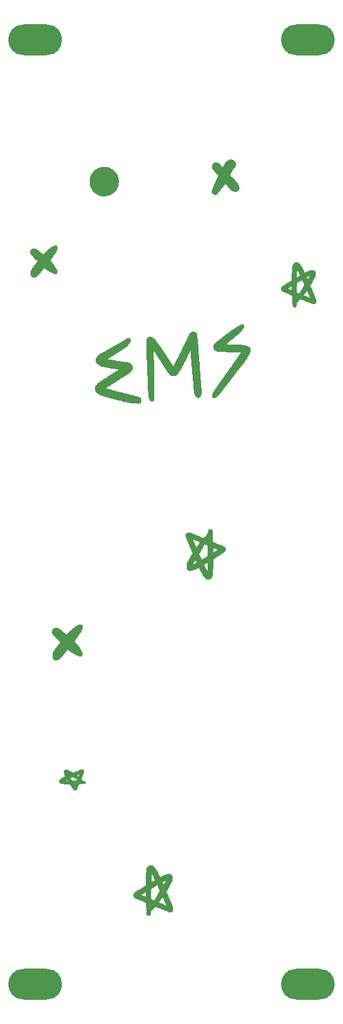
<source format=gtl>
%TF.GenerationSoftware,KiCad,Pcbnew,(6.0.0-0)*%
%TF.CreationDate,2022-02-17T17:47:57+00:00*%
%TF.ProjectId,waffles-3u,77616666-6c65-4732-9d33-752e6b696361,rev?*%
%TF.SameCoordinates,Original*%
%TF.FileFunction,Copper,L1,Top*%
%TF.FilePolarity,Positive*%
%FSLAX46Y46*%
G04 Gerber Fmt 4.6, Leading zero omitted, Abs format (unit mm)*
G04 Created by KiCad (PCBNEW (6.0.0-0)) date 2022-02-17 17:47:57*
%MOMM*%
%LPD*%
G01*
G04 APERTURE LIST*
%TA.AperFunction,EtchedComponent*%
%ADD10C,0.010000*%
%TD*%
%TA.AperFunction,ComponentPad*%
%ADD11O,7.000000X4.000000*%
%TD*%
G04 APERTURE END LIST*
D10*
%TO.C,Ref\u002A\u002A*%
X95405716Y-105929236D02*
X95275162Y-105888381D01*
X95275162Y-105888381D02*
X95258697Y-105881442D01*
X95258697Y-105881442D02*
X95208332Y-105851139D01*
X95208332Y-105851139D02*
X95146689Y-105802218D01*
X95146689Y-105802218D02*
X95082533Y-105743307D01*
X95082533Y-105743307D02*
X95024630Y-105683035D01*
X95024630Y-105683035D02*
X94981745Y-105630030D01*
X94981745Y-105630030D02*
X94962643Y-105592922D01*
X94962643Y-105592922D02*
X94962364Y-105589728D01*
X94962364Y-105589728D02*
X94952770Y-105561548D01*
X94952770Y-105561548D02*
X94944658Y-105558000D01*
X94944658Y-105558000D02*
X94925430Y-105541319D01*
X94925430Y-105541319D02*
X94891549Y-105497906D01*
X94891549Y-105497906D02*
X94849507Y-105437701D01*
X94849507Y-105437701D02*
X94805796Y-105370645D01*
X94805796Y-105370645D02*
X94766908Y-105306682D01*
X94766908Y-105306682D02*
X94739334Y-105255751D01*
X94739334Y-105255751D02*
X94729531Y-105228550D01*
X94729531Y-105228550D02*
X94712528Y-105199148D01*
X94712528Y-105199148D02*
X94697781Y-105190512D01*
X94697781Y-105190512D02*
X94671772Y-105161834D01*
X94671772Y-105161834D02*
X94666031Y-105134666D01*
X94666031Y-105134666D02*
X94652435Y-105093682D01*
X94652435Y-105093682D02*
X94634281Y-105078821D01*
X94634281Y-105078821D02*
X94606136Y-105051326D01*
X94606136Y-105051326D02*
X94602531Y-105035640D01*
X94602531Y-105035640D02*
X94588560Y-104996023D01*
X94588560Y-104996023D02*
X94570781Y-104972893D01*
X94570781Y-104972893D02*
X94545444Y-104927038D01*
X94545444Y-104927038D02*
X94539031Y-104889738D01*
X94539031Y-104889738D02*
X94532110Y-104850680D01*
X94532110Y-104850680D02*
X94519349Y-104838333D01*
X94519349Y-104838333D02*
X94510123Y-104835290D01*
X94510123Y-104835290D02*
X94498672Y-104822525D01*
X94498672Y-104822525D02*
X94482134Y-104794586D01*
X94482134Y-104794586D02*
X94457643Y-104746020D01*
X94457643Y-104746020D02*
X94422338Y-104671375D01*
X94422338Y-104671375D02*
X94373355Y-104565199D01*
X94373355Y-104565199D02*
X94355822Y-104526944D01*
X94355822Y-104526944D02*
X94311789Y-104444390D01*
X94311789Y-104444390D02*
X94272384Y-104401829D01*
X94272384Y-104401829D02*
X94234979Y-104397544D01*
X94234979Y-104397544D02*
X94200364Y-104425583D01*
X94200364Y-104425583D02*
X94158572Y-104452753D01*
X94158572Y-104452753D02*
X94134272Y-104457333D01*
X94134272Y-104457333D02*
X94101300Y-104466087D01*
X94101300Y-104466087D02*
X94094531Y-104477073D01*
X94094531Y-104477073D02*
X94076804Y-104497422D01*
X94076804Y-104497422D02*
X94046906Y-104510277D01*
X94046906Y-104510277D02*
X93994394Y-104528972D01*
X93994394Y-104528972D02*
X93932951Y-104555930D01*
X93932951Y-104555930D02*
X93877638Y-104583944D01*
X93877638Y-104583944D02*
X93843513Y-104605809D01*
X93843513Y-104605809D02*
X93840319Y-104609113D01*
X93840319Y-104609113D02*
X93813823Y-104623368D01*
X93813823Y-104623368D02*
X93766235Y-104637339D01*
X93766235Y-104637339D02*
X93672140Y-104667217D01*
X93672140Y-104667217D02*
X93545475Y-104722220D01*
X93545475Y-104722220D02*
X93519749Y-104734538D01*
X93519749Y-104734538D02*
X93483286Y-104745230D01*
X93483286Y-104745230D02*
X93417226Y-104758689D01*
X93417226Y-104758689D02*
X93333984Y-104772471D01*
X93333984Y-104772471D02*
X93307703Y-104776278D01*
X93307703Y-104776278D02*
X93145431Y-104789678D01*
X93145431Y-104789678D02*
X93013042Y-104778950D01*
X93013042Y-104778950D02*
X92904818Y-104742869D01*
X92904818Y-104742869D02*
X92815042Y-104680215D01*
X92815042Y-104680215D02*
X92802651Y-104668287D01*
X92802651Y-104668287D02*
X92759587Y-104620290D01*
X92759587Y-104620290D02*
X92729395Y-104571014D01*
X92729395Y-104571014D02*
X92710333Y-104512278D01*
X92710333Y-104512278D02*
X92700656Y-104435905D01*
X92700656Y-104435905D02*
X92698619Y-104333717D01*
X92698619Y-104333717D02*
X92702447Y-104198366D01*
X92702447Y-104198366D02*
X92707736Y-104090116D01*
X92707736Y-104090116D02*
X92715153Y-104012012D01*
X92715153Y-104012012D02*
X92727260Y-103951868D01*
X92727260Y-103951868D02*
X92746619Y-103897499D01*
X92746619Y-103897499D02*
X92775791Y-103836721D01*
X92775791Y-103836721D02*
X92780312Y-103827955D01*
X92780312Y-103827955D02*
X92817056Y-103760492D01*
X92817056Y-103760492D02*
X92848490Y-103708914D01*
X92848490Y-103708914D02*
X92867988Y-103684069D01*
X92867988Y-103684069D02*
X92868351Y-103683831D01*
X92868351Y-103683831D02*
X92883493Y-103655473D01*
X92883493Y-103655473D02*
X92888031Y-103619336D01*
X92888031Y-103619336D02*
X92899494Y-103574759D01*
X92899494Y-103574759D02*
X92919781Y-103554821D01*
X92919781Y-103554821D02*
X92946407Y-103525990D01*
X92946407Y-103525990D02*
X92951531Y-103501904D01*
X92951531Y-103501904D02*
X92966039Y-103462178D01*
X92966039Y-103462178D02*
X92983281Y-103448988D01*
X92983281Y-103448988D02*
X93010387Y-103420043D01*
X93010387Y-103420043D02*
X93015031Y-103398247D01*
X93015031Y-103398247D02*
X93029327Y-103351786D01*
X93029327Y-103351786D02*
X93046781Y-103327940D01*
X93046781Y-103327940D02*
X93073040Y-103288199D01*
X93073040Y-103288199D02*
X93078531Y-103265520D01*
X93078531Y-103265520D02*
X93093527Y-103227053D01*
X93093527Y-103227053D02*
X93110281Y-103208500D01*
X93110281Y-103208500D02*
X93137179Y-103172463D01*
X93137179Y-103172463D02*
X93142031Y-103152991D01*
X93142031Y-103152991D02*
X93154335Y-103126529D01*
X93154335Y-103126529D02*
X93163197Y-103123833D01*
X93163197Y-103123833D02*
X93183264Y-103107358D01*
X93183264Y-103107358D02*
X93184364Y-103099693D01*
X93184364Y-103099693D02*
X93193311Y-103065718D01*
X93193311Y-103065718D02*
X93215449Y-103014262D01*
X93215449Y-103014262D02*
X93243724Y-102958969D01*
X93243724Y-102958969D02*
X93271082Y-102913480D01*
X93271082Y-102913480D02*
X93290469Y-102891440D01*
X93290469Y-102891440D02*
X93292268Y-102891000D01*
X93292268Y-102891000D02*
X93307269Y-102872787D01*
X93307269Y-102872787D02*
X93321650Y-102828839D01*
X93321650Y-102828839D02*
X93321947Y-102827500D01*
X93321947Y-102827500D02*
X93336637Y-102783084D01*
X93336637Y-102783084D02*
X93352731Y-102764013D01*
X93352731Y-102764013D02*
X93353085Y-102764000D01*
X93353085Y-102764000D02*
X93370448Y-102746081D01*
X93370448Y-102746081D02*
X93383556Y-102711083D01*
X93383556Y-102711083D02*
X93400553Y-102671440D01*
X93400553Y-102671440D02*
X93417601Y-102658166D01*
X93417601Y-102658166D02*
X93435918Y-102640971D01*
X93435918Y-102640971D02*
X93438364Y-102625752D01*
X93438364Y-102625752D02*
X93455488Y-102590434D01*
X93455488Y-102590434D02*
X93470114Y-102581154D01*
X93470114Y-102581154D02*
X93498143Y-102559544D01*
X93498143Y-102559544D02*
X93501864Y-102548557D01*
X93501864Y-102548557D02*
X93488344Y-102518348D01*
X93488344Y-102518348D02*
X93470114Y-102496393D01*
X93470114Y-102496393D02*
X93443637Y-102452719D01*
X93443637Y-102452719D02*
X93438364Y-102426413D01*
X93438364Y-102426413D02*
X93423053Y-102381036D01*
X93423053Y-102381036D02*
X93406614Y-102361833D01*
X93406614Y-102361833D02*
X93379781Y-102327074D01*
X93379781Y-102327074D02*
X93374864Y-102308744D01*
X93374864Y-102308744D02*
X93365638Y-102272221D01*
X93365638Y-102272221D02*
X93343432Y-102221737D01*
X93343432Y-102221737D02*
X93343245Y-102221378D01*
X93343245Y-102221378D02*
X93320372Y-102162839D01*
X93320372Y-102162839D02*
X93311495Y-102113125D01*
X93311495Y-102113125D02*
X93304943Y-102075928D01*
X93304943Y-102075928D02*
X93294271Y-102065500D01*
X93294271Y-102065500D02*
X93275195Y-102047118D01*
X93275195Y-102047118D02*
X93250000Y-102000000D01*
X93250000Y-102000000D02*
X93223930Y-101936192D01*
X93223930Y-101936192D02*
X93202233Y-101867736D01*
X93202233Y-101867736D02*
X93195156Y-101837958D01*
X93195156Y-101837958D02*
X93180346Y-101791279D01*
X93180346Y-101791279D02*
X93163155Y-101769396D01*
X93163155Y-101769396D02*
X93161516Y-101769166D01*
X93161516Y-101769166D02*
X93145349Y-101751541D01*
X93145349Y-101751541D02*
X93142031Y-101729425D01*
X93142031Y-101729425D02*
X93126658Y-101682658D01*
X93126658Y-101682658D02*
X93110281Y-101663333D01*
X93110281Y-101663333D02*
X93083577Y-101621319D01*
X93083577Y-101621319D02*
X93077858Y-101591950D01*
X93077858Y-101591950D02*
X93064640Y-101538958D01*
X93064640Y-101538958D02*
X93046108Y-101505829D01*
X93046108Y-101505829D02*
X93021087Y-101453836D01*
X93021087Y-101453836D02*
X93015031Y-101418463D01*
X93015031Y-101418463D02*
X93001278Y-101368978D01*
X93001278Y-101368978D02*
X92983281Y-101345833D01*
X92983281Y-101345833D02*
X92956176Y-101305475D01*
X92956176Y-101305475D02*
X92951531Y-101282333D01*
X92951531Y-101282333D02*
X92936264Y-101237948D01*
X92936264Y-101237948D02*
X92919781Y-101218833D01*
X92919781Y-101218833D02*
X92897964Y-101179586D01*
X92897964Y-101179586D02*
X92888138Y-101117708D01*
X92888138Y-101117708D02*
X92888031Y-101110408D01*
X92888031Y-101110408D02*
X92883536Y-101058350D01*
X92883536Y-101058350D02*
X92872348Y-101030047D01*
X92872348Y-101030047D02*
X92868349Y-101028333D01*
X92868349Y-101028333D02*
X92852072Y-101016334D01*
X92852072Y-101016334D02*
X92827646Y-100977693D01*
X92827646Y-100977693D02*
X92792959Y-100908449D01*
X92792959Y-100908449D02*
X92745898Y-100804638D01*
X92745898Y-100804638D02*
X92731217Y-100771134D01*
X92731217Y-100771134D02*
X92709641Y-100716963D01*
X92709641Y-100716963D02*
X92698124Y-100678942D01*
X92698124Y-100678942D02*
X92697531Y-100673845D01*
X92697531Y-100673845D02*
X92688686Y-100641791D01*
X92688686Y-100641791D02*
X92666056Y-100585903D01*
X92666056Y-100585903D02*
X92635492Y-100519846D01*
X92635492Y-100519846D02*
X92611503Y-100472995D01*
X92611503Y-100472995D02*
X92598207Y-100425687D01*
X92598207Y-100425687D02*
X92591574Y-100354741D01*
X92591574Y-100354741D02*
X92591186Y-100273282D01*
X92591186Y-100273282D02*
X92596626Y-100194439D01*
X92596626Y-100194439D02*
X92607477Y-100131338D01*
X92607477Y-100131338D02*
X92623322Y-100097105D01*
X92623322Y-100097105D02*
X92623447Y-100097000D01*
X92623447Y-100097000D02*
X92650056Y-100066445D01*
X92650056Y-100066445D02*
X92655197Y-100052075D01*
X92655197Y-100052075D02*
X92672424Y-100019447D01*
X92672424Y-100019447D02*
X92717599Y-99976474D01*
X92717599Y-99976474D02*
X92780962Y-99932057D01*
X92780962Y-99932057D02*
X92797431Y-99922375D01*
X92797431Y-99922375D02*
X92873582Y-99894668D01*
X92873582Y-99894668D02*
X92958313Y-99886661D01*
X92958313Y-99886661D02*
X93034243Y-99898735D01*
X93034243Y-99898735D02*
X93069194Y-99916410D01*
X93069194Y-99916410D02*
X93122741Y-99941036D01*
X93122741Y-99941036D02*
X93166225Y-99948160D01*
X93166225Y-99948160D02*
X93212272Y-99959441D01*
X93212272Y-99959441D02*
X93234352Y-99980583D01*
X93234352Y-99980583D02*
X93262938Y-100006233D01*
X93262938Y-100006233D02*
X93291984Y-100012333D01*
X93291984Y-100012333D02*
X93337444Y-100018860D01*
X93337444Y-100018860D02*
X93398318Y-100035334D01*
X93398318Y-100035334D02*
X93461493Y-100057093D01*
X93461493Y-100057093D02*
X93513855Y-100079479D01*
X93513855Y-100079479D02*
X93542291Y-100097830D01*
X93542291Y-100097830D02*
X93544197Y-100101968D01*
X93544197Y-100101968D02*
X93561901Y-100115299D01*
X93561901Y-100115299D02*
X93585019Y-100118166D01*
X93585019Y-100118166D02*
X93634317Y-100132191D01*
X93634317Y-100132191D02*
X93653991Y-100146318D01*
X93653991Y-100146318D02*
X93692314Y-100167783D01*
X93692314Y-100167783D02*
X93751662Y-100185404D01*
X93751662Y-100185404D02*
X93766462Y-100188152D01*
X93766462Y-100188152D02*
X93821311Y-100201680D01*
X93821311Y-100201680D02*
X93854569Y-100218612D01*
X93854569Y-100218612D02*
X93858003Y-100223501D01*
X93858003Y-100223501D02*
X93882136Y-100240097D01*
X93882136Y-100240097D02*
X93917042Y-100245166D01*
X93917042Y-100245166D02*
X93961412Y-100256738D01*
X93961412Y-100256738D02*
X93981043Y-100276916D01*
X93981043Y-100276916D02*
X94009471Y-100300538D01*
X94009471Y-100300538D02*
X94052950Y-100308666D01*
X94052950Y-100308666D02*
X94108708Y-100319532D01*
X94108708Y-100319532D02*
X94144424Y-100340416D01*
X94144424Y-100340416D02*
X94190191Y-100365671D01*
X94190191Y-100365671D02*
X94228011Y-100372166D01*
X94228011Y-100372166D02*
X94279059Y-100384439D01*
X94279059Y-100384439D02*
X94306197Y-100403916D01*
X94306197Y-100403916D02*
X94348359Y-100431103D01*
X94348359Y-100431103D02*
X94372954Y-100435666D01*
X94372954Y-100435666D02*
X94412538Y-100450284D01*
X94412538Y-100450284D02*
X94425543Y-100467416D01*
X94425543Y-100467416D02*
X94454597Y-100491188D01*
X94454597Y-100491188D02*
X94500988Y-100499166D01*
X94500988Y-100499166D02*
X94567002Y-100509343D01*
X94567002Y-100509343D02*
X94625723Y-100530916D01*
X94625723Y-100530916D02*
X94692513Y-100565412D01*
X94692513Y-100565412D02*
X94748672Y-100594416D01*
X94748672Y-100594416D02*
X94816015Y-100617531D01*
X94816015Y-100617531D02*
X94880963Y-100626022D01*
X94880963Y-100626022D02*
X94932764Y-100618580D01*
X94932764Y-100618580D02*
X94972748Y-100589771D01*
X94972748Y-100589771D02*
X95004697Y-100547948D01*
X95004697Y-100547948D02*
X95078653Y-100449396D01*
X95078653Y-100449396D02*
X95175944Y-100335340D01*
X95175944Y-100335340D02*
X95274572Y-100229753D01*
X95274572Y-100229753D02*
X95315492Y-100184369D01*
X95315492Y-100184369D02*
X95340126Y-100150585D01*
X95340126Y-100150585D02*
X95343364Y-100142126D01*
X95343364Y-100142126D02*
X95357786Y-100118417D01*
X95357786Y-100118417D02*
X95393588Y-100080715D01*
X95393588Y-100080715D02*
X95405173Y-100070092D01*
X95405173Y-100070092D02*
X95443467Y-100028081D01*
X95443467Y-100028081D02*
X95465510Y-99978009D01*
X95465510Y-99978009D02*
X95477996Y-99903773D01*
X95477996Y-99903773D02*
X95479221Y-99891968D01*
X95479221Y-99891968D02*
X95497619Y-99741097D01*
X95497619Y-99741097D02*
X95519357Y-99628674D01*
X95519357Y-99628674D02*
X95545384Y-99550885D01*
X95545384Y-99550885D02*
X95575253Y-99505278D01*
X95575253Y-99505278D02*
X95630243Y-99473096D01*
X95630243Y-99473096D02*
X95709410Y-99453041D01*
X95709410Y-99453041D02*
X95795536Y-99448358D01*
X95795536Y-99448358D02*
X95844529Y-99454521D01*
X95844529Y-99454521D02*
X95886220Y-99477201D01*
X95886220Y-99477201D02*
X95933091Y-99521280D01*
X95933091Y-99521280D02*
X95945070Y-99535941D01*
X95945070Y-99535941D02*
X95967513Y-99567593D01*
X95967513Y-99567593D02*
X95982763Y-99598887D01*
X95982763Y-99598887D02*
X95992205Y-99638563D01*
X95992205Y-99638563D02*
X95997224Y-99695361D01*
X95997224Y-99695361D02*
X95999203Y-99778020D01*
X95999203Y-99778020D02*
X95999531Y-99879688D01*
X95999531Y-99879688D02*
X96001288Y-100010771D01*
X96001288Y-100010771D02*
X96006737Y-100102691D01*
X96006737Y-100102691D02*
X96016148Y-100158482D01*
X96016148Y-100158482D02*
X96025989Y-100178460D01*
X96025989Y-100178460D02*
X96036005Y-100202913D01*
X96036005Y-100202913D02*
X96044100Y-100256334D01*
X96044100Y-100256334D02*
X96050503Y-100341933D01*
X96050503Y-100341933D02*
X96055441Y-100462921D01*
X96055441Y-100462921D02*
X96059143Y-100622509D01*
X96059143Y-100622509D02*
X96059635Y-100651768D01*
X96059635Y-100651768D02*
X96061742Y-100745808D01*
X96061742Y-100745808D02*
X95468916Y-100745808D01*
X95468916Y-100745808D02*
X95468693Y-100726708D01*
X95468693Y-100726708D02*
X95466135Y-100664106D01*
X95466135Y-100664106D02*
X95461049Y-100628048D01*
X95461049Y-100628048D02*
X95454676Y-100626166D01*
X95454676Y-100626166D02*
X95426905Y-100668242D01*
X95426905Y-100668242D02*
X95415345Y-100679083D01*
X95415345Y-100679083D02*
X95394050Y-100712721D01*
X95394050Y-100712721D02*
X95376353Y-100768305D01*
X95376353Y-100768305D02*
X95374090Y-100779625D01*
X95374090Y-100779625D02*
X95367084Y-100831241D01*
X95367084Y-100831241D02*
X95375501Y-100853638D01*
X95375501Y-100853638D02*
X95405597Y-100858929D01*
X95405597Y-100858929D02*
X95415092Y-100859000D01*
X95415092Y-100859000D02*
X95445204Y-100856806D01*
X95445204Y-100856806D02*
X95461575Y-100843718D01*
X95461575Y-100843718D02*
X95468161Y-100809973D01*
X95468161Y-100809973D02*
X95468916Y-100745808D01*
X95468916Y-100745808D02*
X96061742Y-100745808D01*
X96061742Y-100745808D02*
X96063574Y-100827522D01*
X96063574Y-100827522D02*
X96069100Y-100961808D01*
X96069100Y-100961808D02*
X96076270Y-101055460D01*
X96076270Y-101055460D02*
X96085139Y-101109314D01*
X96085139Y-101109314D02*
X96091385Y-101122958D01*
X96091385Y-101122958D02*
X96127359Y-101149032D01*
X96127359Y-101149032D02*
X96161975Y-101168465D01*
X96161975Y-101168465D02*
X94485026Y-101168465D01*
X94485026Y-101168465D02*
X94478278Y-101146217D01*
X94478278Y-101146217D02*
X94466556Y-101135501D01*
X94466556Y-101135501D02*
X94421136Y-101104747D01*
X94421136Y-101104747D02*
X94360402Y-101071634D01*
X94360402Y-101071634D02*
X94299997Y-101043852D01*
X94299997Y-101043852D02*
X94255567Y-101029090D01*
X94255567Y-101029090D02*
X94248518Y-101028333D01*
X94248518Y-101028333D02*
X94207283Y-101018782D01*
X94207283Y-101018782D02*
X94184202Y-101008494D01*
X94184202Y-101008494D02*
X94144552Y-100988545D01*
X94144552Y-100988545D02*
X94083101Y-100959092D01*
X94083101Y-100959092D02*
X94041614Y-100939703D01*
X94041614Y-100939703D02*
X93981863Y-100909944D01*
X93981863Y-100909944D02*
X93940375Y-100885294D01*
X93940375Y-100885294D02*
X93928725Y-100874875D01*
X93928725Y-100874875D02*
X93904789Y-100863190D01*
X93904789Y-100863190D02*
X93863979Y-100859000D01*
X93863979Y-100859000D02*
X93804210Y-100847555D01*
X93804210Y-100847555D02*
X93765201Y-100827923D01*
X93765201Y-100827923D02*
X93717423Y-100802876D01*
X93717423Y-100802876D02*
X93686408Y-100796173D01*
X93686408Y-100796173D02*
X93647951Y-100779954D01*
X93647951Y-100779954D02*
X93636519Y-100763750D01*
X93636519Y-100763750D02*
X93608419Y-100739860D01*
X93608419Y-100739860D02*
X93568391Y-100731676D01*
X93568391Y-100731676D02*
X93513422Y-100723956D01*
X93513422Y-100723956D02*
X93480697Y-100711064D01*
X93480697Y-100711064D02*
X93456167Y-100704786D01*
X93456167Y-100704786D02*
X93443985Y-100732555D01*
X93443985Y-100732555D02*
X93441961Y-100746133D01*
X93441961Y-100746133D02*
X93442691Y-100791979D01*
X93442691Y-100791979D02*
X93452544Y-100814370D01*
X93452544Y-100814370D02*
X93477554Y-100847178D01*
X93477554Y-100847178D02*
X93507300Y-100905632D01*
X93507300Y-100905632D02*
X93535043Y-100974630D01*
X93535043Y-100974630D02*
X93554044Y-101039070D01*
X93554044Y-101039070D02*
X93555110Y-101044208D01*
X93555110Y-101044208D02*
X93569564Y-101090907D01*
X93569564Y-101090907D02*
X93586592Y-101112775D01*
X93586592Y-101112775D02*
X93588213Y-101113000D01*
X93588213Y-101113000D02*
X93604379Y-101130625D01*
X93604379Y-101130625D02*
X93607697Y-101152741D01*
X93607697Y-101152741D02*
X93623071Y-101199509D01*
X93623071Y-101199509D02*
X93639447Y-101218833D01*
X93639447Y-101218833D02*
X93666152Y-101260847D01*
X93666152Y-101260847D02*
X93671871Y-101290217D01*
X93671871Y-101290217D02*
X93685089Y-101343209D01*
X93685089Y-101343209D02*
X93703621Y-101376337D01*
X93703621Y-101376337D02*
X93728319Y-101423086D01*
X93728319Y-101423086D02*
X93734697Y-101453120D01*
X93734697Y-101453120D02*
X93749904Y-101496173D01*
X93749904Y-101496173D02*
X93766447Y-101515166D01*
X93766447Y-101515166D02*
X93793385Y-101552009D01*
X93793385Y-101552009D02*
X93798197Y-101572187D01*
X93798197Y-101572187D02*
X93812155Y-101611510D01*
X93812155Y-101611510D02*
X93829947Y-101634607D01*
X93829947Y-101634607D02*
X93853866Y-101678968D01*
X93853866Y-101678968D02*
X93861697Y-101725753D01*
X93861697Y-101725753D02*
X93872554Y-101779164D01*
X93872554Y-101779164D02*
X93893858Y-101811841D01*
X93893858Y-101811841D02*
X93915887Y-101821821D01*
X93915887Y-101821821D02*
X93942992Y-101811697D01*
X93942992Y-101811697D02*
X93983373Y-101776707D01*
X93983373Y-101776707D02*
X94020858Y-101738129D01*
X94020858Y-101738129D02*
X94069320Y-101685479D01*
X94069320Y-101685479D02*
X94103504Y-101645775D01*
X94103504Y-101645775D02*
X94115697Y-101628215D01*
X94115697Y-101628215D02*
X94128833Y-101608421D01*
X94128833Y-101608421D02*
X94161911Y-101569756D01*
X94161911Y-101569756D02*
X94179100Y-101551060D01*
X94179100Y-101551060D02*
X94218007Y-101504883D01*
X94218007Y-101504883D02*
X94240440Y-101469228D01*
X94240440Y-101469228D02*
X94242600Y-101461257D01*
X94242600Y-101461257D02*
X94257629Y-101434506D01*
X94257629Y-101434506D02*
X94294703Y-101396283D01*
X94294703Y-101396283D02*
X94305301Y-101387174D01*
X94305301Y-101387174D02*
X94345898Y-101349698D01*
X94345898Y-101349698D02*
X94367684Y-101322205D01*
X94367684Y-101322205D02*
X94368801Y-101318481D01*
X94368801Y-101318481D02*
X94386990Y-101282430D01*
X94386990Y-101282430D02*
X94438512Y-101222300D01*
X94438512Y-101222300D02*
X94460295Y-101199773D01*
X94460295Y-101199773D02*
X94485026Y-101168465D01*
X94485026Y-101168465D02*
X96161975Y-101168465D01*
X96161975Y-101168465D02*
X96181424Y-101179383D01*
X96181424Y-101179383D02*
X96236655Y-101205409D01*
X96236655Y-101205409D02*
X96276128Y-101218510D01*
X96276128Y-101218510D02*
X96280042Y-101218833D01*
X96280042Y-101218833D02*
X96310868Y-101226763D01*
X96310868Y-101226763D02*
X96362451Y-101246451D01*
X96362451Y-101246451D02*
X96377332Y-101252843D01*
X96377332Y-101252843D02*
X96489266Y-101302494D01*
X96489266Y-101302494D02*
X96567619Y-101338379D01*
X96567619Y-101338379D02*
X96617797Y-101363224D01*
X96617797Y-101363224D02*
X96645207Y-101379756D01*
X96645207Y-101379756D02*
X96655258Y-101390699D01*
X96655258Y-101390699D02*
X96655697Y-101393164D01*
X96655697Y-101393164D02*
X96674292Y-101403943D01*
X96674292Y-101403943D02*
X96719892Y-101409225D01*
X96719892Y-101409225D02*
X96728269Y-101409333D01*
X96728269Y-101409333D02*
X96787459Y-101418242D01*
X96787459Y-101418242D02*
X96831259Y-101439810D01*
X96831259Y-101439810D02*
X96832590Y-101441083D01*
X96832590Y-101441083D02*
X96879644Y-101467737D01*
X96879644Y-101467737D02*
X96908850Y-101472833D01*
X96908850Y-101472833D02*
X96950195Y-101486186D01*
X96950195Y-101486186D02*
X96965543Y-101504583D01*
X96965543Y-101504583D02*
X96995486Y-101528516D01*
X96995486Y-101528516D02*
X97046954Y-101536333D01*
X97046954Y-101536333D02*
X97103157Y-101545518D01*
X97103157Y-101545518D02*
X97142167Y-101567652D01*
X97142167Y-101567652D02*
X97142531Y-101568083D01*
X97142531Y-101568083D02*
X97181731Y-101595134D01*
X97181731Y-101595134D02*
X97203916Y-101599833D01*
X97203916Y-101599833D02*
X97239229Y-101609553D01*
X97239229Y-101609553D02*
X97300429Y-101635115D01*
X97300429Y-101635115D02*
X97376783Y-101671121D01*
X97376783Y-101671121D02*
X97457557Y-101712175D01*
X97457557Y-101712175D02*
X97532019Y-101752881D01*
X97532019Y-101752881D02*
X97589435Y-101787840D01*
X97589435Y-101787840D02*
X97613489Y-101805778D01*
X97613489Y-101805778D02*
X97642748Y-101842255D01*
X97642748Y-101842255D02*
X97650531Y-101865105D01*
X97650531Y-101865105D02*
X97665325Y-101899234D01*
X97665325Y-101899234D02*
X97682281Y-101917333D01*
X97682281Y-101917333D02*
X97705582Y-101960393D01*
X97705582Y-101960393D02*
X97714654Y-102029996D01*
X97714654Y-102029996D02*
X97710305Y-102110451D01*
X97710305Y-102110451D02*
X96799497Y-102110451D01*
X96799497Y-102110451D02*
X96767585Y-102085896D01*
X96767585Y-102085896D02*
X96735072Y-102076413D01*
X96735072Y-102076413D02*
X96674082Y-102059358D01*
X96674082Y-102059358D02*
X96607843Y-102033639D01*
X96607843Y-102033639D02*
X96550238Y-102005504D01*
X96550238Y-102005504D02*
X96515146Y-101981204D01*
X96515146Y-101981204D02*
X96511059Y-101975541D01*
X96511059Y-101975541D02*
X96486947Y-101962947D01*
X96486947Y-101962947D02*
X96456896Y-101959666D01*
X96456896Y-101959666D02*
X96402094Y-101946932D01*
X96402094Y-101946932D02*
X96368701Y-101928590D01*
X96368701Y-101928590D02*
X96317275Y-101903312D01*
X96317275Y-101903312D02*
X96282581Y-101896840D01*
X96282581Y-101896840D02*
X96233369Y-101882108D01*
X96233369Y-101882108D02*
X96211197Y-101864416D01*
X96211197Y-101864416D02*
X96175161Y-101837519D01*
X96175161Y-101837519D02*
X96155689Y-101832666D01*
X96155689Y-101832666D02*
X96144561Y-101840103D01*
X96144561Y-101840103D02*
X96136542Y-101865944D01*
X96136542Y-101865944D02*
X96131186Y-101915488D01*
X96131186Y-101915488D02*
X96128049Y-101994033D01*
X96128049Y-101994033D02*
X96126686Y-102106876D01*
X96126686Y-102106876D02*
X96126531Y-102179935D01*
X96126531Y-102179935D02*
X96126609Y-102229465D01*
X96126609Y-102229465D02*
X95470364Y-102229465D01*
X95470364Y-102229465D02*
X95470227Y-102039071D01*
X95470227Y-102039071D02*
X95469667Y-101886705D01*
X95469667Y-101886705D02*
X95468456Y-101768064D01*
X95468456Y-101768064D02*
X95466371Y-101678843D01*
X95466371Y-101678843D02*
X95463184Y-101614737D01*
X95463184Y-101614737D02*
X95458671Y-101571443D01*
X95458671Y-101571443D02*
X95452606Y-101544655D01*
X95452606Y-101544655D02*
X95444763Y-101530071D01*
X95444763Y-101530071D02*
X95434917Y-101523384D01*
X95434917Y-101523384D02*
X95433322Y-101522819D01*
X95433322Y-101522819D02*
X95388270Y-101505834D01*
X95388270Y-101505834D02*
X95330956Y-101481757D01*
X95330956Y-101481757D02*
X95329582Y-101481150D01*
X95329582Y-101481150D02*
X95275782Y-101460384D01*
X95275782Y-101460384D02*
X95235950Y-101450093D01*
X95235950Y-101450093D02*
X95234332Y-101449960D01*
X95234332Y-101449960D02*
X95199439Y-101439175D01*
X95199439Y-101439175D02*
X95145134Y-101414021D01*
X95145134Y-101414021D02*
X95121114Y-101401206D01*
X95121114Y-101401206D02*
X95045643Y-101371716D01*
X95045643Y-101371716D02*
X94990867Y-101378913D01*
X94990867Y-101378913D02*
X94956184Y-101422900D01*
X94956184Y-101422900D02*
X94953755Y-101429451D01*
X94953755Y-101429451D02*
X94933229Y-101476021D01*
X94933229Y-101476021D02*
X94920645Y-101499291D01*
X94920645Y-101499291D02*
X94881581Y-101566762D01*
X94881581Y-101566762D02*
X94856584Y-101613305D01*
X94856584Y-101613305D02*
X94837566Y-101654062D01*
X94837566Y-101654062D02*
X94835838Y-101658041D01*
X94835838Y-101658041D02*
X94812208Y-101694594D01*
X94812208Y-101694594D02*
X94793555Y-101705666D01*
X94793555Y-101705666D02*
X94775324Y-101723187D01*
X94775324Y-101723187D02*
X94771864Y-101743766D01*
X94771864Y-101743766D02*
X94759512Y-101789575D01*
X94759512Y-101789575D02*
X94748246Y-101805485D01*
X94748246Y-101805485D02*
X94733619Y-101821801D01*
X94733619Y-101821801D02*
X94717414Y-101845052D01*
X94717414Y-101845052D02*
X94695678Y-101882158D01*
X94695678Y-101882158D02*
X94664457Y-101940040D01*
X94664457Y-101940040D02*
X94619798Y-102025619D01*
X94619798Y-102025619D02*
X94594185Y-102075161D01*
X94594185Y-102075161D02*
X94554751Y-102147694D01*
X94554751Y-102147694D02*
X94520891Y-102203008D01*
X94520891Y-102203008D02*
X94498130Y-102232329D01*
X94498130Y-102232329D02*
X94493643Y-102234833D01*
X94493643Y-102234833D02*
X94478742Y-102252521D01*
X94478742Y-102252521D02*
X94475531Y-102275655D01*
X94475531Y-102275655D02*
X94461138Y-102324185D01*
X94461138Y-102324185D02*
X94443781Y-102348226D01*
X94443781Y-102348226D02*
X94417825Y-102382874D01*
X94417825Y-102382874D02*
X94412031Y-102400390D01*
X94412031Y-102400390D02*
X94395149Y-102424890D01*
X94395149Y-102424890D02*
X94380281Y-102432988D01*
X94380281Y-102432988D02*
X94352147Y-102459827D01*
X94352147Y-102459827D02*
X94348531Y-102474994D01*
X94348531Y-102474994D02*
X94333570Y-102512692D01*
X94333570Y-102512692D02*
X94316781Y-102531166D01*
X94316781Y-102531166D02*
X94294548Y-102572101D01*
X94294548Y-102572101D02*
X94285117Y-102639859D01*
X94285117Y-102639859D02*
X94285031Y-102647583D01*
X94285031Y-102647583D02*
X94292957Y-102717229D01*
X94292957Y-102717229D02*
X94314083Y-102761517D01*
X94314083Y-102761517D02*
X94316781Y-102764000D01*
X94316781Y-102764000D02*
X94342438Y-102805335D01*
X94342438Y-102805335D02*
X94348531Y-102838911D01*
X94348531Y-102838911D02*
X94354955Y-102879709D01*
X94354955Y-102879709D02*
X94365354Y-102894528D01*
X94365354Y-102894528D02*
X94389032Y-102920147D01*
X94389032Y-102920147D02*
X94418497Y-102971790D01*
X94418497Y-102971790D02*
X94447129Y-103035003D01*
X94447129Y-103035003D02*
X94468310Y-103095335D01*
X94468310Y-103095335D02*
X94475531Y-103135068D01*
X94475531Y-103135068D02*
X94481567Y-103174553D01*
X94481567Y-103174553D02*
X94492946Y-103187333D01*
X94492946Y-103187333D02*
X94511071Y-103204589D01*
X94511071Y-103204589D02*
X94538299Y-103247265D01*
X94538299Y-103247265D02*
X94567408Y-103301720D01*
X94567408Y-103301720D02*
X94591174Y-103354317D01*
X94591174Y-103354317D02*
X94602374Y-103391415D01*
X94602374Y-103391415D02*
X94602531Y-103394263D01*
X94602531Y-103394263D02*
X94619202Y-103420967D01*
X94619202Y-103420967D02*
X94627267Y-103424884D01*
X94627267Y-103424884D02*
X94664143Y-103420600D01*
X94664143Y-103420600D02*
X94723025Y-103397324D01*
X94723025Y-103397324D02*
X94791932Y-103361300D01*
X94791932Y-103361300D02*
X94858880Y-103318771D01*
X94858880Y-103318771D02*
X94910529Y-103277291D01*
X94910529Y-103277291D02*
X94950587Y-103254140D01*
X94950587Y-103254140D02*
X94968844Y-103250833D01*
X94968844Y-103250833D02*
X95007311Y-103235837D01*
X95007311Y-103235837D02*
X95025864Y-103219083D01*
X95025864Y-103219083D02*
X95060704Y-103192246D01*
X95060704Y-103192246D02*
X95079108Y-103187333D01*
X95079108Y-103187333D02*
X95109447Y-103170309D01*
X95109447Y-103170309D02*
X95118185Y-103155583D01*
X95118185Y-103155583D02*
X95147016Y-103128957D01*
X95147016Y-103128957D02*
X95171102Y-103123833D01*
X95171102Y-103123833D02*
X95210829Y-103109325D01*
X95210829Y-103109325D02*
X95224019Y-103092083D01*
X95224019Y-103092083D02*
X95252209Y-103067920D01*
X95252209Y-103067920D02*
X95289783Y-103060333D01*
X95289783Y-103060333D02*
X95332840Y-103049409D01*
X95332840Y-103049409D02*
X95343364Y-103028583D01*
X95343364Y-103028583D02*
X95354665Y-103000413D01*
X95354665Y-103000413D02*
X95364289Y-102996833D01*
X95364289Y-102996833D02*
X95394782Y-102984241D01*
X95394782Y-102984241D02*
X95427789Y-102960379D01*
X95427789Y-102960379D02*
X95439428Y-102948883D01*
X95439428Y-102948883D02*
X95448729Y-102933482D01*
X95448729Y-102933482D02*
X95455953Y-102909680D01*
X95455953Y-102909680D02*
X95461362Y-102872984D01*
X95461362Y-102872984D02*
X95465217Y-102818899D01*
X95465217Y-102818899D02*
X95467781Y-102742929D01*
X95467781Y-102742929D02*
X95469315Y-102640580D01*
X95469315Y-102640580D02*
X95470081Y-102507356D01*
X95470081Y-102507356D02*
X95470342Y-102338764D01*
X95470342Y-102338764D02*
X95470364Y-102229465D01*
X95470364Y-102229465D02*
X96126609Y-102229465D01*
X96126609Y-102229465D02*
X96126735Y-102308232D01*
X96126735Y-102308232D02*
X96127838Y-102400020D01*
X96127838Y-102400020D02*
X96130572Y-102461123D01*
X96130572Y-102461123D02*
X96135670Y-102497365D01*
X96135670Y-102497365D02*
X96143866Y-102514570D01*
X96143866Y-102514570D02*
X96155894Y-102518563D01*
X96155894Y-102518563D02*
X96168864Y-102516133D01*
X96168864Y-102516133D02*
X96203164Y-102499984D01*
X96203164Y-102499984D02*
X96211197Y-102487791D01*
X96211197Y-102487791D02*
X96228805Y-102468980D01*
X96228805Y-102468980D02*
X96258822Y-102455839D01*
X96258822Y-102455839D02*
X96304535Y-102434611D01*
X96304535Y-102434611D02*
X96364394Y-102398148D01*
X96364394Y-102398148D02*
X96389992Y-102380330D01*
X96389992Y-102380330D02*
X96442312Y-102344780D01*
X96442312Y-102344780D02*
X96481286Y-102322871D01*
X96481286Y-102322871D02*
X96491946Y-102319500D01*
X96491946Y-102319500D02*
X96519034Y-102307664D01*
X96519034Y-102307664D02*
X96564153Y-102278128D01*
X96564153Y-102278128D02*
X96579733Y-102266583D01*
X96579733Y-102266583D02*
X96629096Y-102233154D01*
X96629096Y-102233154D02*
X96666892Y-102214846D01*
X96666892Y-102214846D02*
X96673570Y-102213666D01*
X96673570Y-102213666D02*
X96696700Y-102199643D01*
X96696700Y-102199643D02*
X96698031Y-102192903D01*
X96698031Y-102192903D02*
X96715991Y-102172840D01*
X96715991Y-102172840D02*
X96750947Y-102158858D01*
X96750947Y-102158858D02*
X96794470Y-102137467D01*
X96794470Y-102137467D02*
X96799497Y-102110451D01*
X96799497Y-102110451D02*
X97710305Y-102110451D01*
X97710305Y-102110451D02*
X97710164Y-102113059D01*
X97710164Y-102113059D02*
X97692781Y-102196500D01*
X97692781Y-102196500D02*
X97664550Y-102264868D01*
X97664550Y-102264868D02*
X97626572Y-102321201D01*
X97626572Y-102321201D02*
X97588643Y-102362712D01*
X97588643Y-102362712D02*
X97577779Y-102370701D01*
X97577779Y-102370701D02*
X97536698Y-102400323D01*
X97536698Y-102400323D02*
X97486119Y-102443675D01*
X97486119Y-102443675D02*
X97477445Y-102451791D01*
X97477445Y-102451791D02*
X97430817Y-102489194D01*
X97430817Y-102489194D02*
X97391854Y-102509035D01*
X97391854Y-102509035D02*
X97385218Y-102510000D01*
X97385218Y-102510000D02*
X97357486Y-102519027D01*
X97357486Y-102519027D02*
X97354197Y-102526317D01*
X97354197Y-102526317D02*
X97337202Y-102544875D01*
X97337202Y-102544875D02*
X97293711Y-102574544D01*
X97293711Y-102574544D02*
X97258947Y-102594666D01*
X97258947Y-102594666D02*
X97204810Y-102627152D01*
X97204810Y-102627152D02*
X97170303Y-102653452D01*
X97170303Y-102653452D02*
X97163697Y-102663016D01*
X97163697Y-102663016D02*
X97145285Y-102674478D01*
X97145285Y-102674478D02*
X97100930Y-102679332D01*
X97100930Y-102679332D02*
X97100197Y-102679333D01*
X97100197Y-102679333D02*
X97049784Y-102688799D01*
X97049784Y-102688799D02*
X97036697Y-102711083D01*
X97036697Y-102711083D02*
X97019754Y-102739145D01*
X97019754Y-102739145D02*
X97004947Y-102742833D01*
X97004947Y-102742833D02*
X96976784Y-102754540D01*
X96976784Y-102754540D02*
X96973197Y-102764524D01*
X96973197Y-102764524D02*
X96956053Y-102788702D01*
X96956053Y-102788702D02*
X96925572Y-102807171D01*
X96925572Y-102807171D02*
X96874191Y-102833735D01*
X96874191Y-102833735D02*
X96816031Y-102868875D01*
X96816031Y-102868875D02*
X96814447Y-102869914D01*
X96814447Y-102869914D02*
X96762450Y-102902511D01*
X96762450Y-102902511D02*
X96721518Y-102925505D01*
X96721518Y-102925505D02*
X96719197Y-102926624D01*
X96719197Y-102926624D02*
X96675916Y-102954799D01*
X96675916Y-102954799D02*
X96659477Y-102969190D01*
X96659477Y-102969190D02*
X96620723Y-102993099D01*
X96620723Y-102993099D02*
X96602359Y-102996833D01*
X96602359Y-102996833D02*
X96568542Y-103010295D01*
X96568542Y-103010295D02*
X96523227Y-103043382D01*
X96523227Y-103043382D02*
X96515563Y-103050261D01*
X96515563Y-103050261D02*
X96463053Y-103089962D01*
X96463053Y-103089962D02*
X96412511Y-103114973D01*
X96412511Y-103114973D02*
X96408639Y-103116055D01*
X96408639Y-103116055D02*
X96370785Y-103131487D01*
X96370785Y-103131487D02*
X96359364Y-103144826D01*
X96359364Y-103144826D02*
X96342290Y-103164797D01*
X96342290Y-103164797D02*
X96322322Y-103174619D01*
X96322322Y-103174619D02*
X96249616Y-103209651D01*
X96249616Y-103209651D02*
X96175001Y-103258648D01*
X96175001Y-103258648D02*
X96160538Y-103270126D01*
X96160538Y-103270126D02*
X96149014Y-103284773D01*
X96149014Y-103284773D02*
X96140319Y-103310651D01*
X96140319Y-103310651D02*
X96134047Y-103353218D01*
X96134047Y-103353218D02*
X96129794Y-103417933D01*
X96129794Y-103417933D02*
X96127155Y-103510255D01*
X96127155Y-103510255D02*
X96125722Y-103635642D01*
X96125722Y-103635642D02*
X96125222Y-103745550D01*
X96125222Y-103745550D02*
X96123772Y-103890982D01*
X96123772Y-103890982D02*
X96123711Y-103893663D01*
X96123711Y-103893663D02*
X95445064Y-103893663D01*
X95445064Y-103893663D02*
X95444098Y-103813651D01*
X95444098Y-103813651D02*
X95440827Y-103761011D01*
X95440827Y-103761011D02*
X95435022Y-103730766D01*
X95435022Y-103730766D02*
X95426456Y-103717939D01*
X95426456Y-103717939D02*
X95420857Y-103716500D01*
X95420857Y-103716500D02*
X95383020Y-103731467D01*
X95383020Y-103731467D02*
X95367596Y-103745468D01*
X95367596Y-103745468D02*
X93989800Y-103745468D01*
X93989800Y-103745468D02*
X93964864Y-103676200D01*
X93964864Y-103676200D02*
X93955711Y-103658076D01*
X93955711Y-103658076D02*
X93934019Y-103609064D01*
X93934019Y-103609064D02*
X93925328Y-103575340D01*
X93925328Y-103575340D02*
X93915101Y-103540143D01*
X93915101Y-103540143D02*
X93890169Y-103485858D01*
X93890169Y-103485858D02*
X93858837Y-103428930D01*
X93858837Y-103428930D02*
X93829947Y-103386454D01*
X93829947Y-103386454D02*
X93809199Y-103372336D01*
X93809199Y-103372336D02*
X93800385Y-103385210D01*
X93800385Y-103385210D02*
X93775894Y-103417360D01*
X93775894Y-103417360D02*
X93763344Y-103426510D01*
X93763344Y-103426510D02*
X93738671Y-103460181D01*
X93738671Y-103460181D02*
X93734697Y-103482127D01*
X93734697Y-103482127D02*
X93719367Y-103527926D01*
X93719367Y-103527926D02*
X93702947Y-103547166D01*
X93702947Y-103547166D02*
X93676079Y-103582626D01*
X93676079Y-103582626D02*
X93671197Y-103601584D01*
X93671197Y-103601584D02*
X93657770Y-103634908D01*
X93657770Y-103634908D02*
X93624911Y-103679447D01*
X93624911Y-103679447D02*
X93619595Y-103685332D01*
X93619595Y-103685332D02*
X93579170Y-103743422D01*
X93579170Y-103743422D02*
X93553797Y-103805654D01*
X93553797Y-103805654D02*
X93553640Y-103806361D01*
X93553640Y-103806361D02*
X93539827Y-103854906D01*
X93539827Y-103854906D02*
X93517265Y-103895941D01*
X93517265Y-103895941D02*
X93475973Y-103946939D01*
X93475973Y-103946939D02*
X93468393Y-103955569D01*
X93468393Y-103955569D02*
X93446507Y-103994564D01*
X93446507Y-103994564D02*
X93430306Y-104042058D01*
X93430306Y-104042058D02*
X93421898Y-104082087D01*
X93421898Y-104082087D02*
X93429145Y-104086837D01*
X93429145Y-104086837D02*
X93449414Y-104068307D01*
X93449414Y-104068307D02*
X93494386Y-104040432D01*
X93494386Y-104040432D02*
X93524543Y-104034000D01*
X93524543Y-104034000D02*
X93558119Y-104025563D01*
X93558119Y-104025563D02*
X93565364Y-104014515D01*
X93565364Y-104014515D02*
X93583676Y-103997158D01*
X93583676Y-103997158D02*
X93628198Y-103981270D01*
X93628198Y-103981270D02*
X93632557Y-103980272D01*
X93632557Y-103980272D02*
X93699566Y-103958022D01*
X93699566Y-103958022D02*
X93764848Y-103925856D01*
X93764848Y-103925856D02*
X93817759Y-103895513D01*
X93817759Y-103895513D02*
X93859174Y-103874886D01*
X93859174Y-103874886D02*
X93861697Y-103873867D01*
X93861697Y-103873867D02*
X93941713Y-103836277D01*
X93941713Y-103836277D02*
X93983249Y-103796152D01*
X93983249Y-103796152D02*
X93989800Y-103745468D01*
X93989800Y-103745468D02*
X95367596Y-103745468D01*
X95367596Y-103745468D02*
X95364531Y-103748250D01*
X95364531Y-103748250D02*
X95322739Y-103775420D01*
X95322739Y-103775420D02*
X95298439Y-103780000D01*
X95298439Y-103780000D02*
X95265544Y-103792901D01*
X95265544Y-103792901D02*
X95258697Y-103809281D01*
X95258697Y-103809281D02*
X95241300Y-103839917D01*
X95241300Y-103839917D02*
X95221656Y-103851000D01*
X95221656Y-103851000D02*
X95170807Y-103873413D01*
X95170807Y-103873413D02*
X95152864Y-103883691D01*
X95152864Y-103883691D02*
X95106217Y-103908747D01*
X95106217Y-103908747D02*
X95089364Y-103915921D01*
X95089364Y-103915921D02*
X95016615Y-103955284D01*
X95016615Y-103955284D02*
X94940495Y-104015644D01*
X94940495Y-104015644D02*
X94936041Y-104019847D01*
X94936041Y-104019847D02*
X94908949Y-104051355D01*
X94908949Y-104051355D02*
X94913113Y-104076415D01*
X94913113Y-104076415D02*
X94928892Y-104095597D01*
X94928892Y-104095597D02*
X94956030Y-104144721D01*
X94956030Y-104144721D02*
X94962364Y-104178542D01*
X94962364Y-104178542D02*
X94970393Y-104214862D01*
X94970393Y-104214862D02*
X94983002Y-104224500D01*
X94983002Y-104224500D02*
X95002637Y-104242224D01*
X95002637Y-104242224D02*
X95029659Y-104286359D01*
X95029659Y-104286359D02*
X95057495Y-104343352D01*
X95057495Y-104343352D02*
X95079571Y-104399650D01*
X95079571Y-104399650D02*
X95089314Y-104441697D01*
X95089314Y-104441697D02*
X95089364Y-104443825D01*
X95089364Y-104443825D02*
X95098523Y-104476099D01*
X95098523Y-104476099D02*
X95105239Y-104482028D01*
X95105239Y-104482028D02*
X95121494Y-104502960D01*
X95121494Y-104502960D02*
X95150960Y-104552568D01*
X95150960Y-104552568D02*
X95188207Y-104621519D01*
X95188207Y-104621519D02*
X95201740Y-104647833D01*
X95201740Y-104647833D02*
X95260943Y-104762545D01*
X95260943Y-104762545D02*
X95305238Y-104843538D01*
X95305238Y-104843538D02*
X95337504Y-104895507D01*
X95337504Y-104895507D02*
X95360622Y-104923148D01*
X95360622Y-104923148D02*
X95375432Y-104931048D01*
X95375432Y-104931048D02*
X95389348Y-104911912D01*
X95389348Y-104911912D02*
X95402116Y-104852064D01*
X95402116Y-104852064D02*
X95413600Y-104753114D01*
X95413600Y-104753114D02*
X95423665Y-104616670D01*
X95423665Y-104616670D02*
X95432173Y-104444344D01*
X95432173Y-104444344D02*
X95438988Y-104237743D01*
X95438988Y-104237743D02*
X95440992Y-104155708D01*
X95440992Y-104155708D02*
X95443952Y-104006023D01*
X95443952Y-104006023D02*
X95445064Y-103893663D01*
X95445064Y-103893663D02*
X96123711Y-103893663D01*
X96123711Y-103893663D02*
X96120501Y-104033066D01*
X96120501Y-104033066D02*
X96115765Y-104162354D01*
X96115765Y-104162354D02*
X96109917Y-104269396D01*
X96109917Y-104269396D02*
X96103315Y-104344743D01*
X96103315Y-104344743D02*
X96102449Y-104351500D01*
X96102449Y-104351500D02*
X96093625Y-104431762D01*
X96093625Y-104431762D02*
X96084358Y-104541427D01*
X96084358Y-104541427D02*
X96075608Y-104667586D01*
X96075608Y-104667586D02*
X96068334Y-104797331D01*
X96068334Y-104797331D02*
X96066716Y-104832036D01*
X96066716Y-104832036D02*
X96058358Y-104980182D01*
X96058358Y-104980182D02*
X96048230Y-105088517D01*
X96048230Y-105088517D02*
X96036437Y-105156147D01*
X96036437Y-105156147D02*
X96025989Y-105180228D01*
X96025989Y-105180228D02*
X96010798Y-105217614D01*
X96010798Y-105217614D02*
X96001658Y-105288628D01*
X96001658Y-105288628D02*
X95999531Y-105357104D01*
X95999531Y-105357104D02*
X95993856Y-105465079D01*
X95993856Y-105465079D02*
X95976978Y-105534004D01*
X95976978Y-105534004D02*
X95968454Y-105548663D01*
X95968454Y-105548663D02*
X95943407Y-105596441D01*
X95943407Y-105596441D02*
X95936704Y-105627456D01*
X95936704Y-105627456D02*
X95920485Y-105665913D01*
X95920485Y-105665913D02*
X95904281Y-105677345D01*
X95904281Y-105677345D02*
X95876150Y-105703996D01*
X95876150Y-105703996D02*
X95872531Y-105719014D01*
X95872531Y-105719014D02*
X95860050Y-105745693D01*
X95860050Y-105745693D02*
X95850840Y-105748500D01*
X95850840Y-105748500D02*
X95828090Y-105766021D01*
X95828090Y-105766021D02*
X95809031Y-105801416D01*
X95809031Y-105801416D02*
X95783779Y-105840807D01*
X95783779Y-105840807D02*
X95758150Y-105854333D01*
X95758150Y-105854333D02*
X95717169Y-105868094D01*
X95717169Y-105868094D02*
X95699418Y-105881401D01*
X95699418Y-105881401D02*
X95624302Y-105925745D01*
X95624302Y-105925745D02*
X95524249Y-105941691D01*
X95524249Y-105941691D02*
X95405716Y-105929236D01*
X95405716Y-105929236D02*
X95405716Y-105929236D01*
G36*
X96236655Y-101205409D02*
G01*
X96276128Y-101218510D01*
X96280042Y-101218833D01*
X96310868Y-101226763D01*
X96362451Y-101246451D01*
X96377332Y-101252843D01*
X96489266Y-101302494D01*
X96567619Y-101338379D01*
X96617797Y-101363224D01*
X96645207Y-101379756D01*
X96655258Y-101390699D01*
X96655697Y-101393164D01*
X96674292Y-101403943D01*
X96719892Y-101409225D01*
X96728269Y-101409333D01*
X96787459Y-101418242D01*
X96831259Y-101439810D01*
X96832590Y-101441083D01*
X96879644Y-101467737D01*
X96908850Y-101472833D01*
X96950195Y-101486186D01*
X96965543Y-101504583D01*
X96995486Y-101528516D01*
X97046954Y-101536333D01*
X97103157Y-101545518D01*
X97142167Y-101567652D01*
X97142531Y-101568083D01*
X97181731Y-101595134D01*
X97203916Y-101599833D01*
X97239229Y-101609553D01*
X97300429Y-101635115D01*
X97376783Y-101671121D01*
X97457557Y-101712175D01*
X97532019Y-101752881D01*
X97589435Y-101787840D01*
X97613489Y-101805778D01*
X97642748Y-101842255D01*
X97650531Y-101865105D01*
X97665325Y-101899234D01*
X97682281Y-101917333D01*
X97705582Y-101960393D01*
X97714654Y-102029996D01*
X97710305Y-102110451D01*
X97710164Y-102113059D01*
X97692781Y-102196500D01*
X97664550Y-102264868D01*
X97626572Y-102321201D01*
X97588643Y-102362712D01*
X97577779Y-102370701D01*
X97536698Y-102400323D01*
X97486119Y-102443675D01*
X97477445Y-102451791D01*
X97430817Y-102489194D01*
X97391854Y-102509035D01*
X97385218Y-102510000D01*
X97357486Y-102519027D01*
X97354197Y-102526317D01*
X97337202Y-102544875D01*
X97293711Y-102574544D01*
X97258947Y-102594666D01*
X97204810Y-102627152D01*
X97170303Y-102653452D01*
X97163697Y-102663016D01*
X97145285Y-102674478D01*
X97100930Y-102679332D01*
X97100197Y-102679333D01*
X97049784Y-102688799D01*
X97036697Y-102711083D01*
X97019754Y-102739145D01*
X97004947Y-102742833D01*
X96976784Y-102754540D01*
X96973197Y-102764524D01*
X96956053Y-102788702D01*
X96925572Y-102807171D01*
X96874191Y-102833735D01*
X96816031Y-102868875D01*
X96814447Y-102869914D01*
X96762450Y-102902511D01*
X96721518Y-102925505D01*
X96719197Y-102926624D01*
X96675916Y-102954799D01*
X96659477Y-102969190D01*
X96620723Y-102993099D01*
X96602359Y-102996833D01*
X96568542Y-103010295D01*
X96523227Y-103043382D01*
X96515563Y-103050261D01*
X96463053Y-103089962D01*
X96412511Y-103114973D01*
X96408639Y-103116055D01*
X96370785Y-103131487D01*
X96359364Y-103144826D01*
X96342290Y-103164797D01*
X96322322Y-103174619D01*
X96249616Y-103209651D01*
X96175001Y-103258648D01*
X96160538Y-103270126D01*
X96149014Y-103284773D01*
X96140319Y-103310651D01*
X96134047Y-103353218D01*
X96129794Y-103417933D01*
X96127155Y-103510255D01*
X96125722Y-103635642D01*
X96125222Y-103745550D01*
X96123772Y-103890982D01*
X96123711Y-103893663D01*
X96120501Y-104033066D01*
X96115765Y-104162354D01*
X96109917Y-104269396D01*
X96103315Y-104344743D01*
X96102449Y-104351500D01*
X96093625Y-104431762D01*
X96084358Y-104541427D01*
X96075608Y-104667586D01*
X96068334Y-104797331D01*
X96066716Y-104832036D01*
X96058358Y-104980182D01*
X96048230Y-105088517D01*
X96036437Y-105156147D01*
X96025989Y-105180228D01*
X96010798Y-105217614D01*
X96001658Y-105288628D01*
X95999531Y-105357104D01*
X95993856Y-105465079D01*
X95976978Y-105534004D01*
X95968454Y-105548663D01*
X95943407Y-105596441D01*
X95936704Y-105627456D01*
X95920485Y-105665913D01*
X95904281Y-105677345D01*
X95876150Y-105703996D01*
X95872531Y-105719014D01*
X95860050Y-105745693D01*
X95850840Y-105748500D01*
X95828090Y-105766021D01*
X95809031Y-105801416D01*
X95783779Y-105840807D01*
X95758150Y-105854333D01*
X95717169Y-105868094D01*
X95699418Y-105881401D01*
X95624302Y-105925745D01*
X95524249Y-105941691D01*
X95405716Y-105929236D01*
X95275162Y-105888381D01*
X95258697Y-105881442D01*
X95208332Y-105851139D01*
X95146689Y-105802218D01*
X95082533Y-105743307D01*
X95024630Y-105683035D01*
X94981745Y-105630030D01*
X94962643Y-105592922D01*
X94962364Y-105589728D01*
X94952770Y-105561548D01*
X94944658Y-105558000D01*
X94925430Y-105541319D01*
X94891549Y-105497906D01*
X94849507Y-105437701D01*
X94805796Y-105370645D01*
X94766908Y-105306682D01*
X94739334Y-105255751D01*
X94729531Y-105228550D01*
X94712528Y-105199148D01*
X94697781Y-105190512D01*
X94671772Y-105161834D01*
X94666031Y-105134666D01*
X94652435Y-105093682D01*
X94634281Y-105078821D01*
X94606136Y-105051326D01*
X94602531Y-105035640D01*
X94588560Y-104996023D01*
X94570781Y-104972893D01*
X94545444Y-104927038D01*
X94539031Y-104889738D01*
X94532110Y-104850680D01*
X94519349Y-104838333D01*
X94510123Y-104835290D01*
X94498672Y-104822525D01*
X94482134Y-104794586D01*
X94457643Y-104746020D01*
X94422338Y-104671375D01*
X94373355Y-104565199D01*
X94355822Y-104526944D01*
X94311789Y-104444390D01*
X94272384Y-104401829D01*
X94234979Y-104397544D01*
X94200364Y-104425583D01*
X94158572Y-104452753D01*
X94134272Y-104457333D01*
X94101300Y-104466087D01*
X94094531Y-104477073D01*
X94076804Y-104497422D01*
X94046906Y-104510277D01*
X93994394Y-104528972D01*
X93932951Y-104555930D01*
X93877638Y-104583944D01*
X93843513Y-104605809D01*
X93840319Y-104609113D01*
X93813823Y-104623368D01*
X93766235Y-104637339D01*
X93672140Y-104667217D01*
X93545475Y-104722220D01*
X93519749Y-104734538D01*
X93483286Y-104745230D01*
X93417226Y-104758689D01*
X93333984Y-104772471D01*
X93307703Y-104776278D01*
X93145431Y-104789678D01*
X93013042Y-104778950D01*
X92904818Y-104742869D01*
X92815042Y-104680215D01*
X92802651Y-104668287D01*
X92759587Y-104620290D01*
X92729395Y-104571014D01*
X92710333Y-104512278D01*
X92700656Y-104435905D01*
X92698619Y-104333717D01*
X92702447Y-104198366D01*
X92707736Y-104090116D01*
X92708498Y-104082087D01*
X93421898Y-104082087D01*
X93429145Y-104086837D01*
X93449414Y-104068307D01*
X93476763Y-104051355D01*
X94908949Y-104051355D01*
X94913113Y-104076415D01*
X94928892Y-104095597D01*
X94956030Y-104144721D01*
X94962364Y-104178542D01*
X94970393Y-104214862D01*
X94983002Y-104224500D01*
X95002637Y-104242224D01*
X95029659Y-104286359D01*
X95057495Y-104343352D01*
X95079571Y-104399650D01*
X95089314Y-104441697D01*
X95089364Y-104443825D01*
X95098523Y-104476099D01*
X95105239Y-104482028D01*
X95121494Y-104502960D01*
X95150960Y-104552568D01*
X95188207Y-104621519D01*
X95201740Y-104647833D01*
X95260943Y-104762545D01*
X95305238Y-104843538D01*
X95337504Y-104895507D01*
X95360622Y-104923148D01*
X95375432Y-104931048D01*
X95389348Y-104911912D01*
X95402116Y-104852064D01*
X95413600Y-104753114D01*
X95423665Y-104616670D01*
X95432173Y-104444344D01*
X95438988Y-104237743D01*
X95440992Y-104155708D01*
X95443952Y-104006023D01*
X95445064Y-103893663D01*
X95444098Y-103813651D01*
X95440827Y-103761011D01*
X95435022Y-103730766D01*
X95426456Y-103717939D01*
X95420857Y-103716500D01*
X95383020Y-103731467D01*
X95367596Y-103745468D01*
X95364531Y-103748250D01*
X95322739Y-103775420D01*
X95298439Y-103780000D01*
X95265544Y-103792901D01*
X95258697Y-103809281D01*
X95241300Y-103839917D01*
X95221656Y-103851000D01*
X95170807Y-103873413D01*
X95152864Y-103883691D01*
X95106217Y-103908747D01*
X95089364Y-103915921D01*
X95016615Y-103955284D01*
X94940495Y-104015644D01*
X94936041Y-104019847D01*
X94908949Y-104051355D01*
X93476763Y-104051355D01*
X93494386Y-104040432D01*
X93524543Y-104034000D01*
X93558119Y-104025563D01*
X93565364Y-104014515D01*
X93583676Y-103997158D01*
X93628198Y-103981270D01*
X93632557Y-103980272D01*
X93699566Y-103958022D01*
X93764848Y-103925856D01*
X93817759Y-103895513D01*
X93859174Y-103874886D01*
X93861697Y-103873867D01*
X93941713Y-103836277D01*
X93983249Y-103796152D01*
X93989800Y-103745468D01*
X93964864Y-103676200D01*
X93955711Y-103658076D01*
X93934019Y-103609064D01*
X93925328Y-103575340D01*
X93915101Y-103540143D01*
X93890169Y-103485858D01*
X93858837Y-103428930D01*
X93829947Y-103386454D01*
X93809199Y-103372336D01*
X93800385Y-103385210D01*
X93775894Y-103417360D01*
X93763344Y-103426510D01*
X93738671Y-103460181D01*
X93734697Y-103482127D01*
X93719367Y-103527926D01*
X93702947Y-103547166D01*
X93676079Y-103582626D01*
X93671197Y-103601584D01*
X93657770Y-103634908D01*
X93624911Y-103679447D01*
X93619595Y-103685332D01*
X93579170Y-103743422D01*
X93553797Y-103805654D01*
X93553640Y-103806361D01*
X93539827Y-103854906D01*
X93517265Y-103895941D01*
X93475973Y-103946939D01*
X93468393Y-103955569D01*
X93446507Y-103994564D01*
X93430306Y-104042058D01*
X93421898Y-104082087D01*
X92708498Y-104082087D01*
X92715153Y-104012012D01*
X92727260Y-103951868D01*
X92746619Y-103897499D01*
X92775791Y-103836721D01*
X92780312Y-103827955D01*
X92817056Y-103760492D01*
X92848490Y-103708914D01*
X92867988Y-103684069D01*
X92868351Y-103683831D01*
X92883493Y-103655473D01*
X92888031Y-103619336D01*
X92899494Y-103574759D01*
X92919781Y-103554821D01*
X92946407Y-103525990D01*
X92951531Y-103501904D01*
X92966039Y-103462178D01*
X92983281Y-103448988D01*
X93010387Y-103420043D01*
X93015031Y-103398247D01*
X93029327Y-103351786D01*
X93046781Y-103327940D01*
X93073040Y-103288199D01*
X93078531Y-103265520D01*
X93093527Y-103227053D01*
X93110281Y-103208500D01*
X93137179Y-103172463D01*
X93142031Y-103152991D01*
X93154335Y-103126529D01*
X93163197Y-103123833D01*
X93183264Y-103107358D01*
X93184364Y-103099693D01*
X93193311Y-103065718D01*
X93215449Y-103014262D01*
X93243724Y-102958969D01*
X93271082Y-102913480D01*
X93290469Y-102891440D01*
X93292268Y-102891000D01*
X93307269Y-102872787D01*
X93321650Y-102828839D01*
X93321947Y-102827500D01*
X93336637Y-102783084D01*
X93352731Y-102764013D01*
X93353085Y-102764000D01*
X93370448Y-102746081D01*
X93383556Y-102711083D01*
X93400553Y-102671440D01*
X93417601Y-102658166D01*
X93428875Y-102647583D01*
X94285031Y-102647583D01*
X94292957Y-102717229D01*
X94314083Y-102761517D01*
X94316781Y-102764000D01*
X94342438Y-102805335D01*
X94348531Y-102838911D01*
X94354955Y-102879709D01*
X94365354Y-102894528D01*
X94389032Y-102920147D01*
X94418497Y-102971790D01*
X94447129Y-103035003D01*
X94468310Y-103095335D01*
X94475531Y-103135068D01*
X94481567Y-103174553D01*
X94492946Y-103187333D01*
X94511071Y-103204589D01*
X94538299Y-103247265D01*
X94567408Y-103301720D01*
X94591174Y-103354317D01*
X94602374Y-103391415D01*
X94602531Y-103394263D01*
X94619202Y-103420967D01*
X94627267Y-103424884D01*
X94664143Y-103420600D01*
X94723025Y-103397324D01*
X94791932Y-103361300D01*
X94858880Y-103318771D01*
X94910529Y-103277291D01*
X94950587Y-103254140D01*
X94968844Y-103250833D01*
X95007311Y-103235837D01*
X95025864Y-103219083D01*
X95060704Y-103192246D01*
X95079108Y-103187333D01*
X95109447Y-103170309D01*
X95118185Y-103155583D01*
X95147016Y-103128957D01*
X95171102Y-103123833D01*
X95210829Y-103109325D01*
X95224019Y-103092083D01*
X95252209Y-103067920D01*
X95289783Y-103060333D01*
X95332840Y-103049409D01*
X95343364Y-103028583D01*
X95354665Y-103000413D01*
X95364289Y-102996833D01*
X95394782Y-102984241D01*
X95427789Y-102960379D01*
X95439428Y-102948883D01*
X95448729Y-102933482D01*
X95455953Y-102909680D01*
X95461362Y-102872984D01*
X95465217Y-102818899D01*
X95467781Y-102742929D01*
X95469315Y-102640580D01*
X95470081Y-102507356D01*
X95470342Y-102338764D01*
X95470364Y-102229465D01*
X95470328Y-102179935D01*
X96126531Y-102179935D01*
X96126609Y-102229465D01*
X96126735Y-102308232D01*
X96127838Y-102400020D01*
X96130572Y-102461123D01*
X96135670Y-102497365D01*
X96143866Y-102514570D01*
X96155894Y-102518563D01*
X96168864Y-102516133D01*
X96203164Y-102499984D01*
X96211197Y-102487791D01*
X96228805Y-102468980D01*
X96258822Y-102455839D01*
X96304535Y-102434611D01*
X96364394Y-102398148D01*
X96389992Y-102380330D01*
X96442312Y-102344780D01*
X96481286Y-102322871D01*
X96491946Y-102319500D01*
X96519034Y-102307664D01*
X96564153Y-102278128D01*
X96579733Y-102266583D01*
X96629096Y-102233154D01*
X96666892Y-102214846D01*
X96673570Y-102213666D01*
X96696700Y-102199643D01*
X96698031Y-102192903D01*
X96715991Y-102172840D01*
X96750947Y-102158858D01*
X96794470Y-102137467D01*
X96799497Y-102110451D01*
X96767585Y-102085896D01*
X96735072Y-102076413D01*
X96674082Y-102059358D01*
X96607843Y-102033639D01*
X96550238Y-102005504D01*
X96515146Y-101981204D01*
X96511059Y-101975541D01*
X96486947Y-101962947D01*
X96456896Y-101959666D01*
X96402094Y-101946932D01*
X96368701Y-101928590D01*
X96317275Y-101903312D01*
X96282581Y-101896840D01*
X96233369Y-101882108D01*
X96211197Y-101864416D01*
X96175161Y-101837519D01*
X96155689Y-101832666D01*
X96144561Y-101840103D01*
X96136542Y-101865944D01*
X96131186Y-101915488D01*
X96128049Y-101994033D01*
X96126686Y-102106876D01*
X96126531Y-102179935D01*
X95470328Y-102179935D01*
X95470227Y-102039071D01*
X95469667Y-101886705D01*
X95468456Y-101768064D01*
X95466371Y-101678843D01*
X95463184Y-101614737D01*
X95458671Y-101571443D01*
X95452606Y-101544655D01*
X95444763Y-101530071D01*
X95434917Y-101523384D01*
X95433322Y-101522819D01*
X95388270Y-101505834D01*
X95330956Y-101481757D01*
X95329582Y-101481150D01*
X95275782Y-101460384D01*
X95235950Y-101450093D01*
X95234332Y-101449960D01*
X95199439Y-101439175D01*
X95145134Y-101414021D01*
X95121114Y-101401206D01*
X95045643Y-101371716D01*
X94990867Y-101378913D01*
X94956184Y-101422900D01*
X94953755Y-101429451D01*
X94933229Y-101476021D01*
X94920645Y-101499291D01*
X94881581Y-101566762D01*
X94856584Y-101613305D01*
X94837566Y-101654062D01*
X94835838Y-101658041D01*
X94812208Y-101694594D01*
X94793555Y-101705666D01*
X94775324Y-101723187D01*
X94771864Y-101743766D01*
X94759512Y-101789575D01*
X94748246Y-101805485D01*
X94733619Y-101821801D01*
X94717414Y-101845052D01*
X94695678Y-101882158D01*
X94664457Y-101940040D01*
X94619798Y-102025619D01*
X94594185Y-102075161D01*
X94554751Y-102147694D01*
X94520891Y-102203008D01*
X94498130Y-102232329D01*
X94493643Y-102234833D01*
X94478742Y-102252521D01*
X94475531Y-102275655D01*
X94461138Y-102324185D01*
X94443781Y-102348226D01*
X94417825Y-102382874D01*
X94412031Y-102400390D01*
X94395149Y-102424890D01*
X94380281Y-102432988D01*
X94352147Y-102459827D01*
X94348531Y-102474994D01*
X94333570Y-102512692D01*
X94316781Y-102531166D01*
X94294548Y-102572101D01*
X94285117Y-102639859D01*
X94285031Y-102647583D01*
X93428875Y-102647583D01*
X93435918Y-102640971D01*
X93438364Y-102625752D01*
X93455488Y-102590434D01*
X93470114Y-102581154D01*
X93498143Y-102559544D01*
X93501864Y-102548557D01*
X93488344Y-102518348D01*
X93470114Y-102496393D01*
X93443637Y-102452719D01*
X93438364Y-102426413D01*
X93423053Y-102381036D01*
X93406614Y-102361833D01*
X93379781Y-102327074D01*
X93374864Y-102308744D01*
X93365638Y-102272221D01*
X93343432Y-102221737D01*
X93343245Y-102221378D01*
X93320372Y-102162839D01*
X93311495Y-102113125D01*
X93304943Y-102075928D01*
X93294271Y-102065500D01*
X93275195Y-102047118D01*
X93250000Y-102000000D01*
X93223930Y-101936192D01*
X93202233Y-101867736D01*
X93195156Y-101837958D01*
X93180346Y-101791279D01*
X93163155Y-101769396D01*
X93161516Y-101769166D01*
X93145349Y-101751541D01*
X93142031Y-101729425D01*
X93126658Y-101682658D01*
X93110281Y-101663333D01*
X93083577Y-101621319D01*
X93077858Y-101591950D01*
X93064640Y-101538958D01*
X93046108Y-101505829D01*
X93021087Y-101453836D01*
X93015031Y-101418463D01*
X93001278Y-101368978D01*
X92983281Y-101345833D01*
X92956176Y-101305475D01*
X92951531Y-101282333D01*
X92936264Y-101237948D01*
X92919781Y-101218833D01*
X92897964Y-101179586D01*
X92888138Y-101117708D01*
X92888031Y-101110408D01*
X92883536Y-101058350D01*
X92872348Y-101030047D01*
X92868349Y-101028333D01*
X92852072Y-101016334D01*
X92827646Y-100977693D01*
X92792959Y-100908449D01*
X92745898Y-100804638D01*
X92731217Y-100771134D01*
X92721259Y-100746133D01*
X93441961Y-100746133D01*
X93442691Y-100791979D01*
X93452544Y-100814370D01*
X93477554Y-100847178D01*
X93507300Y-100905632D01*
X93535043Y-100974630D01*
X93554044Y-101039070D01*
X93555110Y-101044208D01*
X93569564Y-101090907D01*
X93586592Y-101112775D01*
X93588213Y-101113000D01*
X93604379Y-101130625D01*
X93607697Y-101152741D01*
X93623071Y-101199509D01*
X93639447Y-101218833D01*
X93666152Y-101260847D01*
X93671871Y-101290217D01*
X93685089Y-101343209D01*
X93703621Y-101376337D01*
X93728319Y-101423086D01*
X93734697Y-101453120D01*
X93749904Y-101496173D01*
X93766447Y-101515166D01*
X93793385Y-101552009D01*
X93798197Y-101572187D01*
X93812155Y-101611510D01*
X93829947Y-101634607D01*
X93853866Y-101678968D01*
X93861697Y-101725753D01*
X93872554Y-101779164D01*
X93893858Y-101811841D01*
X93915887Y-101821821D01*
X93942992Y-101811697D01*
X93983373Y-101776707D01*
X94020858Y-101738129D01*
X94069320Y-101685479D01*
X94103504Y-101645775D01*
X94115697Y-101628215D01*
X94128833Y-101608421D01*
X94161911Y-101569756D01*
X94179100Y-101551060D01*
X94218007Y-101504883D01*
X94240440Y-101469228D01*
X94242600Y-101461257D01*
X94257629Y-101434506D01*
X94294703Y-101396283D01*
X94305301Y-101387174D01*
X94345898Y-101349698D01*
X94367684Y-101322205D01*
X94368801Y-101318481D01*
X94386990Y-101282430D01*
X94438512Y-101222300D01*
X94460295Y-101199773D01*
X94485026Y-101168465D01*
X94478278Y-101146217D01*
X94466556Y-101135501D01*
X94421136Y-101104747D01*
X94360402Y-101071634D01*
X94299997Y-101043852D01*
X94255567Y-101029090D01*
X94248518Y-101028333D01*
X94207283Y-101018782D01*
X94184202Y-101008494D01*
X94144552Y-100988545D01*
X94083101Y-100959092D01*
X94041614Y-100939703D01*
X93981863Y-100909944D01*
X93940375Y-100885294D01*
X93928725Y-100874875D01*
X93904789Y-100863190D01*
X93863979Y-100859000D01*
X93804210Y-100847555D01*
X93771794Y-100831241D01*
X95367084Y-100831241D01*
X95375501Y-100853638D01*
X95405597Y-100858929D01*
X95415092Y-100859000D01*
X95445204Y-100856806D01*
X95461575Y-100843718D01*
X95468161Y-100809973D01*
X95468916Y-100745808D01*
X95468693Y-100726708D01*
X95466135Y-100664106D01*
X95461049Y-100628048D01*
X95454676Y-100626166D01*
X95426905Y-100668242D01*
X95415345Y-100679083D01*
X95394050Y-100712721D01*
X95376353Y-100768305D01*
X95374090Y-100779625D01*
X95367084Y-100831241D01*
X93771794Y-100831241D01*
X93765201Y-100827923D01*
X93717423Y-100802876D01*
X93686408Y-100796173D01*
X93647951Y-100779954D01*
X93636519Y-100763750D01*
X93608419Y-100739860D01*
X93568391Y-100731676D01*
X93513422Y-100723956D01*
X93480697Y-100711064D01*
X93456167Y-100704786D01*
X93443985Y-100732555D01*
X93441961Y-100746133D01*
X92721259Y-100746133D01*
X92709641Y-100716963D01*
X92698124Y-100678942D01*
X92697531Y-100673845D01*
X92688686Y-100641791D01*
X92666056Y-100585903D01*
X92635492Y-100519846D01*
X92611503Y-100472995D01*
X92598207Y-100425687D01*
X92591574Y-100354741D01*
X92591186Y-100273282D01*
X92596626Y-100194439D01*
X92607477Y-100131338D01*
X92623322Y-100097105D01*
X92623447Y-100097000D01*
X92650056Y-100066445D01*
X92655197Y-100052075D01*
X92672424Y-100019447D01*
X92717599Y-99976474D01*
X92780962Y-99932057D01*
X92797431Y-99922375D01*
X92873582Y-99894668D01*
X92958313Y-99886661D01*
X93034243Y-99898735D01*
X93069194Y-99916410D01*
X93122741Y-99941036D01*
X93166225Y-99948160D01*
X93212272Y-99959441D01*
X93234352Y-99980583D01*
X93262938Y-100006233D01*
X93291984Y-100012333D01*
X93337444Y-100018860D01*
X93398318Y-100035334D01*
X93461493Y-100057093D01*
X93513855Y-100079479D01*
X93542291Y-100097830D01*
X93544197Y-100101968D01*
X93561901Y-100115299D01*
X93585019Y-100118166D01*
X93634317Y-100132191D01*
X93653991Y-100146318D01*
X93692314Y-100167783D01*
X93751662Y-100185404D01*
X93766462Y-100188152D01*
X93821311Y-100201680D01*
X93854569Y-100218612D01*
X93858003Y-100223501D01*
X93882136Y-100240097D01*
X93917042Y-100245166D01*
X93961412Y-100256738D01*
X93981043Y-100276916D01*
X94009471Y-100300538D01*
X94052950Y-100308666D01*
X94108708Y-100319532D01*
X94144424Y-100340416D01*
X94190191Y-100365671D01*
X94228011Y-100372166D01*
X94279059Y-100384439D01*
X94306197Y-100403916D01*
X94348359Y-100431103D01*
X94372954Y-100435666D01*
X94412538Y-100450284D01*
X94425543Y-100467416D01*
X94454597Y-100491188D01*
X94500988Y-100499166D01*
X94567002Y-100509343D01*
X94625723Y-100530916D01*
X94692513Y-100565412D01*
X94748672Y-100594416D01*
X94816015Y-100617531D01*
X94880963Y-100626022D01*
X94932764Y-100618580D01*
X94972748Y-100589771D01*
X95004697Y-100547948D01*
X95078653Y-100449396D01*
X95175944Y-100335340D01*
X95274572Y-100229753D01*
X95315492Y-100184369D01*
X95340126Y-100150585D01*
X95343364Y-100142126D01*
X95357786Y-100118417D01*
X95393588Y-100080715D01*
X95405173Y-100070092D01*
X95443467Y-100028081D01*
X95465510Y-99978009D01*
X95477996Y-99903773D01*
X95479221Y-99891968D01*
X95497619Y-99741097D01*
X95519357Y-99628674D01*
X95545384Y-99550885D01*
X95575253Y-99505278D01*
X95630243Y-99473096D01*
X95709410Y-99453041D01*
X95795536Y-99448358D01*
X95844529Y-99454521D01*
X95886220Y-99477201D01*
X95933091Y-99521280D01*
X95945070Y-99535941D01*
X95967513Y-99567593D01*
X95982763Y-99598887D01*
X95992205Y-99638563D01*
X95997224Y-99695361D01*
X95999203Y-99778020D01*
X95999531Y-99879688D01*
X96001288Y-100010771D01*
X96006737Y-100102691D01*
X96016148Y-100158482D01*
X96025989Y-100178460D01*
X96036005Y-100202913D01*
X96044100Y-100256334D01*
X96050503Y-100341933D01*
X96055441Y-100462921D01*
X96059143Y-100622509D01*
X96059635Y-100651768D01*
X96061742Y-100745808D01*
X96063574Y-100827522D01*
X96069100Y-100961808D01*
X96076270Y-101055460D01*
X96085139Y-101109314D01*
X96091385Y-101122958D01*
X96127359Y-101149032D01*
X96161975Y-101168465D01*
X96181424Y-101179383D01*
X96236655Y-101205409D01*
G37*
X96236655Y-101205409D02*
X96276128Y-101218510D01*
X96280042Y-101218833D01*
X96310868Y-101226763D01*
X96362451Y-101246451D01*
X96377332Y-101252843D01*
X96489266Y-101302494D01*
X96567619Y-101338379D01*
X96617797Y-101363224D01*
X96645207Y-101379756D01*
X96655258Y-101390699D01*
X96655697Y-101393164D01*
X96674292Y-101403943D01*
X96719892Y-101409225D01*
X96728269Y-101409333D01*
X96787459Y-101418242D01*
X96831259Y-101439810D01*
X96832590Y-101441083D01*
X96879644Y-101467737D01*
X96908850Y-101472833D01*
X96950195Y-101486186D01*
X96965543Y-101504583D01*
X96995486Y-101528516D01*
X97046954Y-101536333D01*
X97103157Y-101545518D01*
X97142167Y-101567652D01*
X97142531Y-101568083D01*
X97181731Y-101595134D01*
X97203916Y-101599833D01*
X97239229Y-101609553D01*
X97300429Y-101635115D01*
X97376783Y-101671121D01*
X97457557Y-101712175D01*
X97532019Y-101752881D01*
X97589435Y-101787840D01*
X97613489Y-101805778D01*
X97642748Y-101842255D01*
X97650531Y-101865105D01*
X97665325Y-101899234D01*
X97682281Y-101917333D01*
X97705582Y-101960393D01*
X97714654Y-102029996D01*
X97710305Y-102110451D01*
X97710164Y-102113059D01*
X97692781Y-102196500D01*
X97664550Y-102264868D01*
X97626572Y-102321201D01*
X97588643Y-102362712D01*
X97577779Y-102370701D01*
X97536698Y-102400323D01*
X97486119Y-102443675D01*
X97477445Y-102451791D01*
X97430817Y-102489194D01*
X97391854Y-102509035D01*
X97385218Y-102510000D01*
X97357486Y-102519027D01*
X97354197Y-102526317D01*
X97337202Y-102544875D01*
X97293711Y-102574544D01*
X97258947Y-102594666D01*
X97204810Y-102627152D01*
X97170303Y-102653452D01*
X97163697Y-102663016D01*
X97145285Y-102674478D01*
X97100930Y-102679332D01*
X97100197Y-102679333D01*
X97049784Y-102688799D01*
X97036697Y-102711083D01*
X97019754Y-102739145D01*
X97004947Y-102742833D01*
X96976784Y-102754540D01*
X96973197Y-102764524D01*
X96956053Y-102788702D01*
X96925572Y-102807171D01*
X96874191Y-102833735D01*
X96816031Y-102868875D01*
X96814447Y-102869914D01*
X96762450Y-102902511D01*
X96721518Y-102925505D01*
X96719197Y-102926624D01*
X96675916Y-102954799D01*
X96659477Y-102969190D01*
X96620723Y-102993099D01*
X96602359Y-102996833D01*
X96568542Y-103010295D01*
X96523227Y-103043382D01*
X96515563Y-103050261D01*
X96463053Y-103089962D01*
X96412511Y-103114973D01*
X96408639Y-103116055D01*
X96370785Y-103131487D01*
X96359364Y-103144826D01*
X96342290Y-103164797D01*
X96322322Y-103174619D01*
X96249616Y-103209651D01*
X96175001Y-103258648D01*
X96160538Y-103270126D01*
X96149014Y-103284773D01*
X96140319Y-103310651D01*
X96134047Y-103353218D01*
X96129794Y-103417933D01*
X96127155Y-103510255D01*
X96125722Y-103635642D01*
X96125222Y-103745550D01*
X96123772Y-103890982D01*
X96123711Y-103893663D01*
X96120501Y-104033066D01*
X96115765Y-104162354D01*
X96109917Y-104269396D01*
X96103315Y-104344743D01*
X96102449Y-104351500D01*
X96093625Y-104431762D01*
X96084358Y-104541427D01*
X96075608Y-104667586D01*
X96068334Y-104797331D01*
X96066716Y-104832036D01*
X96058358Y-104980182D01*
X96048230Y-105088517D01*
X96036437Y-105156147D01*
X96025989Y-105180228D01*
X96010798Y-105217614D01*
X96001658Y-105288628D01*
X95999531Y-105357104D01*
X95993856Y-105465079D01*
X95976978Y-105534004D01*
X95968454Y-105548663D01*
X95943407Y-105596441D01*
X95936704Y-105627456D01*
X95920485Y-105665913D01*
X95904281Y-105677345D01*
X95876150Y-105703996D01*
X95872531Y-105719014D01*
X95860050Y-105745693D01*
X95850840Y-105748500D01*
X95828090Y-105766021D01*
X95809031Y-105801416D01*
X95783779Y-105840807D01*
X95758150Y-105854333D01*
X95717169Y-105868094D01*
X95699418Y-105881401D01*
X95624302Y-105925745D01*
X95524249Y-105941691D01*
X95405716Y-105929236D01*
X95275162Y-105888381D01*
X95258697Y-105881442D01*
X95208332Y-105851139D01*
X95146689Y-105802218D01*
X95082533Y-105743307D01*
X95024630Y-105683035D01*
X94981745Y-105630030D01*
X94962643Y-105592922D01*
X94962364Y-105589728D01*
X94952770Y-105561548D01*
X94944658Y-105558000D01*
X94925430Y-105541319D01*
X94891549Y-105497906D01*
X94849507Y-105437701D01*
X94805796Y-105370645D01*
X94766908Y-105306682D01*
X94739334Y-105255751D01*
X94729531Y-105228550D01*
X94712528Y-105199148D01*
X94697781Y-105190512D01*
X94671772Y-105161834D01*
X94666031Y-105134666D01*
X94652435Y-105093682D01*
X94634281Y-105078821D01*
X94606136Y-105051326D01*
X94602531Y-105035640D01*
X94588560Y-104996023D01*
X94570781Y-104972893D01*
X94545444Y-104927038D01*
X94539031Y-104889738D01*
X94532110Y-104850680D01*
X94519349Y-104838333D01*
X94510123Y-104835290D01*
X94498672Y-104822525D01*
X94482134Y-104794586D01*
X94457643Y-104746020D01*
X94422338Y-104671375D01*
X94373355Y-104565199D01*
X94355822Y-104526944D01*
X94311789Y-104444390D01*
X94272384Y-104401829D01*
X94234979Y-104397544D01*
X94200364Y-104425583D01*
X94158572Y-104452753D01*
X94134272Y-104457333D01*
X94101300Y-104466087D01*
X94094531Y-104477073D01*
X94076804Y-104497422D01*
X94046906Y-104510277D01*
X93994394Y-104528972D01*
X93932951Y-104555930D01*
X93877638Y-104583944D01*
X93843513Y-104605809D01*
X93840319Y-104609113D01*
X93813823Y-104623368D01*
X93766235Y-104637339D01*
X93672140Y-104667217D01*
X93545475Y-104722220D01*
X93519749Y-104734538D01*
X93483286Y-104745230D01*
X93417226Y-104758689D01*
X93333984Y-104772471D01*
X93307703Y-104776278D01*
X93145431Y-104789678D01*
X93013042Y-104778950D01*
X92904818Y-104742869D01*
X92815042Y-104680215D01*
X92802651Y-104668287D01*
X92759587Y-104620290D01*
X92729395Y-104571014D01*
X92710333Y-104512278D01*
X92700656Y-104435905D01*
X92698619Y-104333717D01*
X92702447Y-104198366D01*
X92707736Y-104090116D01*
X92708498Y-104082087D01*
X93421898Y-104082087D01*
X93429145Y-104086837D01*
X93449414Y-104068307D01*
X93476763Y-104051355D01*
X94908949Y-104051355D01*
X94913113Y-104076415D01*
X94928892Y-104095597D01*
X94956030Y-104144721D01*
X94962364Y-104178542D01*
X94970393Y-104214862D01*
X94983002Y-104224500D01*
X95002637Y-104242224D01*
X95029659Y-104286359D01*
X95057495Y-104343352D01*
X95079571Y-104399650D01*
X95089314Y-104441697D01*
X95089364Y-104443825D01*
X95098523Y-104476099D01*
X95105239Y-104482028D01*
X95121494Y-104502960D01*
X95150960Y-104552568D01*
X95188207Y-104621519D01*
X95201740Y-104647833D01*
X95260943Y-104762545D01*
X95305238Y-104843538D01*
X95337504Y-104895507D01*
X95360622Y-104923148D01*
X95375432Y-104931048D01*
X95389348Y-104911912D01*
X95402116Y-104852064D01*
X95413600Y-104753114D01*
X95423665Y-104616670D01*
X95432173Y-104444344D01*
X95438988Y-104237743D01*
X95440992Y-104155708D01*
X95443952Y-104006023D01*
X95445064Y-103893663D01*
X95444098Y-103813651D01*
X95440827Y-103761011D01*
X95435022Y-103730766D01*
X95426456Y-103717939D01*
X95420857Y-103716500D01*
X95383020Y-103731467D01*
X95367596Y-103745468D01*
X95364531Y-103748250D01*
X95322739Y-103775420D01*
X95298439Y-103780000D01*
X95265544Y-103792901D01*
X95258697Y-103809281D01*
X95241300Y-103839917D01*
X95221656Y-103851000D01*
X95170807Y-103873413D01*
X95152864Y-103883691D01*
X95106217Y-103908747D01*
X95089364Y-103915921D01*
X95016615Y-103955284D01*
X94940495Y-104015644D01*
X94936041Y-104019847D01*
X94908949Y-104051355D01*
X93476763Y-104051355D01*
X93494386Y-104040432D01*
X93524543Y-104034000D01*
X93558119Y-104025563D01*
X93565364Y-104014515D01*
X93583676Y-103997158D01*
X93628198Y-103981270D01*
X93632557Y-103980272D01*
X93699566Y-103958022D01*
X93764848Y-103925856D01*
X93817759Y-103895513D01*
X93859174Y-103874886D01*
X93861697Y-103873867D01*
X93941713Y-103836277D01*
X93983249Y-103796152D01*
X93989800Y-103745468D01*
X93964864Y-103676200D01*
X93955711Y-103658076D01*
X93934019Y-103609064D01*
X93925328Y-103575340D01*
X93915101Y-103540143D01*
X93890169Y-103485858D01*
X93858837Y-103428930D01*
X93829947Y-103386454D01*
X93809199Y-103372336D01*
X93800385Y-103385210D01*
X93775894Y-103417360D01*
X93763344Y-103426510D01*
X93738671Y-103460181D01*
X93734697Y-103482127D01*
X93719367Y-103527926D01*
X93702947Y-103547166D01*
X93676079Y-103582626D01*
X93671197Y-103601584D01*
X93657770Y-103634908D01*
X93624911Y-103679447D01*
X93619595Y-103685332D01*
X93579170Y-103743422D01*
X93553797Y-103805654D01*
X93553640Y-103806361D01*
X93539827Y-103854906D01*
X93517265Y-103895941D01*
X93475973Y-103946939D01*
X93468393Y-103955569D01*
X93446507Y-103994564D01*
X93430306Y-104042058D01*
X93421898Y-104082087D01*
X92708498Y-104082087D01*
X92715153Y-104012012D01*
X92727260Y-103951868D01*
X92746619Y-103897499D01*
X92775791Y-103836721D01*
X92780312Y-103827955D01*
X92817056Y-103760492D01*
X92848490Y-103708914D01*
X92867988Y-103684069D01*
X92868351Y-103683831D01*
X92883493Y-103655473D01*
X92888031Y-103619336D01*
X92899494Y-103574759D01*
X92919781Y-103554821D01*
X92946407Y-103525990D01*
X92951531Y-103501904D01*
X92966039Y-103462178D01*
X92983281Y-103448988D01*
X93010387Y-103420043D01*
X93015031Y-103398247D01*
X93029327Y-103351786D01*
X93046781Y-103327940D01*
X93073040Y-103288199D01*
X93078531Y-103265520D01*
X93093527Y-103227053D01*
X93110281Y-103208500D01*
X93137179Y-103172463D01*
X93142031Y-103152991D01*
X93154335Y-103126529D01*
X93163197Y-103123833D01*
X93183264Y-103107358D01*
X93184364Y-103099693D01*
X93193311Y-103065718D01*
X93215449Y-103014262D01*
X93243724Y-102958969D01*
X93271082Y-102913480D01*
X93290469Y-102891440D01*
X93292268Y-102891000D01*
X93307269Y-102872787D01*
X93321650Y-102828839D01*
X93321947Y-102827500D01*
X93336637Y-102783084D01*
X93352731Y-102764013D01*
X93353085Y-102764000D01*
X93370448Y-102746081D01*
X93383556Y-102711083D01*
X93400553Y-102671440D01*
X93417601Y-102658166D01*
X93428875Y-102647583D01*
X94285031Y-102647583D01*
X94292957Y-102717229D01*
X94314083Y-102761517D01*
X94316781Y-102764000D01*
X94342438Y-102805335D01*
X94348531Y-102838911D01*
X94354955Y-102879709D01*
X94365354Y-102894528D01*
X94389032Y-102920147D01*
X94418497Y-102971790D01*
X94447129Y-103035003D01*
X94468310Y-103095335D01*
X94475531Y-103135068D01*
X94481567Y-103174553D01*
X94492946Y-103187333D01*
X94511071Y-103204589D01*
X94538299Y-103247265D01*
X94567408Y-103301720D01*
X94591174Y-103354317D01*
X94602374Y-103391415D01*
X94602531Y-103394263D01*
X94619202Y-103420967D01*
X94627267Y-103424884D01*
X94664143Y-103420600D01*
X94723025Y-103397324D01*
X94791932Y-103361300D01*
X94858880Y-103318771D01*
X94910529Y-103277291D01*
X94950587Y-103254140D01*
X94968844Y-103250833D01*
X95007311Y-103235837D01*
X95025864Y-103219083D01*
X95060704Y-103192246D01*
X95079108Y-103187333D01*
X95109447Y-103170309D01*
X95118185Y-103155583D01*
X95147016Y-103128957D01*
X95171102Y-103123833D01*
X95210829Y-103109325D01*
X95224019Y-103092083D01*
X95252209Y-103067920D01*
X95289783Y-103060333D01*
X95332840Y-103049409D01*
X95343364Y-103028583D01*
X95354665Y-103000413D01*
X95364289Y-102996833D01*
X95394782Y-102984241D01*
X95427789Y-102960379D01*
X95439428Y-102948883D01*
X95448729Y-102933482D01*
X95455953Y-102909680D01*
X95461362Y-102872984D01*
X95465217Y-102818899D01*
X95467781Y-102742929D01*
X95469315Y-102640580D01*
X95470081Y-102507356D01*
X95470342Y-102338764D01*
X95470364Y-102229465D01*
X95470328Y-102179935D01*
X96126531Y-102179935D01*
X96126609Y-102229465D01*
X96126735Y-102308232D01*
X96127838Y-102400020D01*
X96130572Y-102461123D01*
X96135670Y-102497365D01*
X96143866Y-102514570D01*
X96155894Y-102518563D01*
X96168864Y-102516133D01*
X96203164Y-102499984D01*
X96211197Y-102487791D01*
X96228805Y-102468980D01*
X96258822Y-102455839D01*
X96304535Y-102434611D01*
X96364394Y-102398148D01*
X96389992Y-102380330D01*
X96442312Y-102344780D01*
X96481286Y-102322871D01*
X96491946Y-102319500D01*
X96519034Y-102307664D01*
X96564153Y-102278128D01*
X96579733Y-102266583D01*
X96629096Y-102233154D01*
X96666892Y-102214846D01*
X96673570Y-102213666D01*
X96696700Y-102199643D01*
X96698031Y-102192903D01*
X96715991Y-102172840D01*
X96750947Y-102158858D01*
X96794470Y-102137467D01*
X96799497Y-102110451D01*
X96767585Y-102085896D01*
X96735072Y-102076413D01*
X96674082Y-102059358D01*
X96607843Y-102033639D01*
X96550238Y-102005504D01*
X96515146Y-101981204D01*
X96511059Y-101975541D01*
X96486947Y-101962947D01*
X96456896Y-101959666D01*
X96402094Y-101946932D01*
X96368701Y-101928590D01*
X96317275Y-101903312D01*
X96282581Y-101896840D01*
X96233369Y-101882108D01*
X96211197Y-101864416D01*
X96175161Y-101837519D01*
X96155689Y-101832666D01*
X96144561Y-101840103D01*
X96136542Y-101865944D01*
X96131186Y-101915488D01*
X96128049Y-101994033D01*
X96126686Y-102106876D01*
X96126531Y-102179935D01*
X95470328Y-102179935D01*
X95470227Y-102039071D01*
X95469667Y-101886705D01*
X95468456Y-101768064D01*
X95466371Y-101678843D01*
X95463184Y-101614737D01*
X95458671Y-101571443D01*
X95452606Y-101544655D01*
X95444763Y-101530071D01*
X95434917Y-101523384D01*
X95433322Y-101522819D01*
X95388270Y-101505834D01*
X95330956Y-101481757D01*
X95329582Y-101481150D01*
X95275782Y-101460384D01*
X95235950Y-101450093D01*
X95234332Y-101449960D01*
X95199439Y-101439175D01*
X95145134Y-101414021D01*
X95121114Y-101401206D01*
X95045643Y-101371716D01*
X94990867Y-101378913D01*
X94956184Y-101422900D01*
X94953755Y-101429451D01*
X94933229Y-101476021D01*
X94920645Y-101499291D01*
X94881581Y-101566762D01*
X94856584Y-101613305D01*
X94837566Y-101654062D01*
X94835838Y-101658041D01*
X94812208Y-101694594D01*
X94793555Y-101705666D01*
X94775324Y-101723187D01*
X94771864Y-101743766D01*
X94759512Y-101789575D01*
X94748246Y-101805485D01*
X94733619Y-101821801D01*
X94717414Y-101845052D01*
X94695678Y-101882158D01*
X94664457Y-101940040D01*
X94619798Y-102025619D01*
X94594185Y-102075161D01*
X94554751Y-102147694D01*
X94520891Y-102203008D01*
X94498130Y-102232329D01*
X94493643Y-102234833D01*
X94478742Y-102252521D01*
X94475531Y-102275655D01*
X94461138Y-102324185D01*
X94443781Y-102348226D01*
X94417825Y-102382874D01*
X94412031Y-102400390D01*
X94395149Y-102424890D01*
X94380281Y-102432988D01*
X94352147Y-102459827D01*
X94348531Y-102474994D01*
X94333570Y-102512692D01*
X94316781Y-102531166D01*
X94294548Y-102572101D01*
X94285117Y-102639859D01*
X94285031Y-102647583D01*
X93428875Y-102647583D01*
X93435918Y-102640971D01*
X93438364Y-102625752D01*
X93455488Y-102590434D01*
X93470114Y-102581154D01*
X93498143Y-102559544D01*
X93501864Y-102548557D01*
X93488344Y-102518348D01*
X93470114Y-102496393D01*
X93443637Y-102452719D01*
X93438364Y-102426413D01*
X93423053Y-102381036D01*
X93406614Y-102361833D01*
X93379781Y-102327074D01*
X93374864Y-102308744D01*
X93365638Y-102272221D01*
X93343432Y-102221737D01*
X93343245Y-102221378D01*
X93320372Y-102162839D01*
X93311495Y-102113125D01*
X93304943Y-102075928D01*
X93294271Y-102065500D01*
X93275195Y-102047118D01*
X93250000Y-102000000D01*
X93223930Y-101936192D01*
X93202233Y-101867736D01*
X93195156Y-101837958D01*
X93180346Y-101791279D01*
X93163155Y-101769396D01*
X93161516Y-101769166D01*
X93145349Y-101751541D01*
X93142031Y-101729425D01*
X93126658Y-101682658D01*
X93110281Y-101663333D01*
X93083577Y-101621319D01*
X93077858Y-101591950D01*
X93064640Y-101538958D01*
X93046108Y-101505829D01*
X93021087Y-101453836D01*
X93015031Y-101418463D01*
X93001278Y-101368978D01*
X92983281Y-101345833D01*
X92956176Y-101305475D01*
X92951531Y-101282333D01*
X92936264Y-101237948D01*
X92919781Y-101218833D01*
X92897964Y-101179586D01*
X92888138Y-101117708D01*
X92888031Y-101110408D01*
X92883536Y-101058350D01*
X92872348Y-101030047D01*
X92868349Y-101028333D01*
X92852072Y-101016334D01*
X92827646Y-100977693D01*
X92792959Y-100908449D01*
X92745898Y-100804638D01*
X92731217Y-100771134D01*
X92721259Y-100746133D01*
X93441961Y-100746133D01*
X93442691Y-100791979D01*
X93452544Y-100814370D01*
X93477554Y-100847178D01*
X93507300Y-100905632D01*
X93535043Y-100974630D01*
X93554044Y-101039070D01*
X93555110Y-101044208D01*
X93569564Y-101090907D01*
X93586592Y-101112775D01*
X93588213Y-101113000D01*
X93604379Y-101130625D01*
X93607697Y-101152741D01*
X93623071Y-101199509D01*
X93639447Y-101218833D01*
X93666152Y-101260847D01*
X93671871Y-101290217D01*
X93685089Y-101343209D01*
X93703621Y-101376337D01*
X93728319Y-101423086D01*
X93734697Y-101453120D01*
X93749904Y-101496173D01*
X93766447Y-101515166D01*
X93793385Y-101552009D01*
X93798197Y-101572187D01*
X93812155Y-101611510D01*
X93829947Y-101634607D01*
X93853866Y-101678968D01*
X93861697Y-101725753D01*
X93872554Y-101779164D01*
X93893858Y-101811841D01*
X93915887Y-101821821D01*
X93942992Y-101811697D01*
X93983373Y-101776707D01*
X94020858Y-101738129D01*
X94069320Y-101685479D01*
X94103504Y-101645775D01*
X94115697Y-101628215D01*
X94128833Y-101608421D01*
X94161911Y-101569756D01*
X94179100Y-101551060D01*
X94218007Y-101504883D01*
X94240440Y-101469228D01*
X94242600Y-101461257D01*
X94257629Y-101434506D01*
X94294703Y-101396283D01*
X94305301Y-101387174D01*
X94345898Y-101349698D01*
X94367684Y-101322205D01*
X94368801Y-101318481D01*
X94386990Y-101282430D01*
X94438512Y-101222300D01*
X94460295Y-101199773D01*
X94485026Y-101168465D01*
X94478278Y-101146217D01*
X94466556Y-101135501D01*
X94421136Y-101104747D01*
X94360402Y-101071634D01*
X94299997Y-101043852D01*
X94255567Y-101029090D01*
X94248518Y-101028333D01*
X94207283Y-101018782D01*
X94184202Y-101008494D01*
X94144552Y-100988545D01*
X94083101Y-100959092D01*
X94041614Y-100939703D01*
X93981863Y-100909944D01*
X93940375Y-100885294D01*
X93928725Y-100874875D01*
X93904789Y-100863190D01*
X93863979Y-100859000D01*
X93804210Y-100847555D01*
X93771794Y-100831241D01*
X95367084Y-100831241D01*
X95375501Y-100853638D01*
X95405597Y-100858929D01*
X95415092Y-100859000D01*
X95445204Y-100856806D01*
X95461575Y-100843718D01*
X95468161Y-100809973D01*
X95468916Y-100745808D01*
X95468693Y-100726708D01*
X95466135Y-100664106D01*
X95461049Y-100628048D01*
X95454676Y-100626166D01*
X95426905Y-100668242D01*
X95415345Y-100679083D01*
X95394050Y-100712721D01*
X95376353Y-100768305D01*
X95374090Y-100779625D01*
X95367084Y-100831241D01*
X93771794Y-100831241D01*
X93765201Y-100827923D01*
X93717423Y-100802876D01*
X93686408Y-100796173D01*
X93647951Y-100779954D01*
X93636519Y-100763750D01*
X93608419Y-100739860D01*
X93568391Y-100731676D01*
X93513422Y-100723956D01*
X93480697Y-100711064D01*
X93456167Y-100704786D01*
X93443985Y-100732555D01*
X93441961Y-100746133D01*
X92721259Y-100746133D01*
X92709641Y-100716963D01*
X92698124Y-100678942D01*
X92697531Y-100673845D01*
X92688686Y-100641791D01*
X92666056Y-100585903D01*
X92635492Y-100519846D01*
X92611503Y-100472995D01*
X92598207Y-100425687D01*
X92591574Y-100354741D01*
X92591186Y-100273282D01*
X92596626Y-100194439D01*
X92607477Y-100131338D01*
X92623322Y-100097105D01*
X92623447Y-100097000D01*
X92650056Y-100066445D01*
X92655197Y-100052075D01*
X92672424Y-100019447D01*
X92717599Y-99976474D01*
X92780962Y-99932057D01*
X92797431Y-99922375D01*
X92873582Y-99894668D01*
X92958313Y-99886661D01*
X93034243Y-99898735D01*
X93069194Y-99916410D01*
X93122741Y-99941036D01*
X93166225Y-99948160D01*
X93212272Y-99959441D01*
X93234352Y-99980583D01*
X93262938Y-100006233D01*
X93291984Y-100012333D01*
X93337444Y-100018860D01*
X93398318Y-100035334D01*
X93461493Y-100057093D01*
X93513855Y-100079479D01*
X93542291Y-100097830D01*
X93544197Y-100101968D01*
X93561901Y-100115299D01*
X93585019Y-100118166D01*
X93634317Y-100132191D01*
X93653991Y-100146318D01*
X93692314Y-100167783D01*
X93751662Y-100185404D01*
X93766462Y-100188152D01*
X93821311Y-100201680D01*
X93854569Y-100218612D01*
X93858003Y-100223501D01*
X93882136Y-100240097D01*
X93917042Y-100245166D01*
X93961412Y-100256738D01*
X93981043Y-100276916D01*
X94009471Y-100300538D01*
X94052950Y-100308666D01*
X94108708Y-100319532D01*
X94144424Y-100340416D01*
X94190191Y-100365671D01*
X94228011Y-100372166D01*
X94279059Y-100384439D01*
X94306197Y-100403916D01*
X94348359Y-100431103D01*
X94372954Y-100435666D01*
X94412538Y-100450284D01*
X94425543Y-100467416D01*
X94454597Y-100491188D01*
X94500988Y-100499166D01*
X94567002Y-100509343D01*
X94625723Y-100530916D01*
X94692513Y-100565412D01*
X94748672Y-100594416D01*
X94816015Y-100617531D01*
X94880963Y-100626022D01*
X94932764Y-100618580D01*
X94972748Y-100589771D01*
X95004697Y-100547948D01*
X95078653Y-100449396D01*
X95175944Y-100335340D01*
X95274572Y-100229753D01*
X95315492Y-100184369D01*
X95340126Y-100150585D01*
X95343364Y-100142126D01*
X95357786Y-100118417D01*
X95393588Y-100080715D01*
X95405173Y-100070092D01*
X95443467Y-100028081D01*
X95465510Y-99978009D01*
X95477996Y-99903773D01*
X95479221Y-99891968D01*
X95497619Y-99741097D01*
X95519357Y-99628674D01*
X95545384Y-99550885D01*
X95575253Y-99505278D01*
X95630243Y-99473096D01*
X95709410Y-99453041D01*
X95795536Y-99448358D01*
X95844529Y-99454521D01*
X95886220Y-99477201D01*
X95933091Y-99521280D01*
X95945070Y-99535941D01*
X95967513Y-99567593D01*
X95982763Y-99598887D01*
X95992205Y-99638563D01*
X95997224Y-99695361D01*
X95999203Y-99778020D01*
X95999531Y-99879688D01*
X96001288Y-100010771D01*
X96006737Y-100102691D01*
X96016148Y-100158482D01*
X96025989Y-100178460D01*
X96036005Y-100202913D01*
X96044100Y-100256334D01*
X96050503Y-100341933D01*
X96055441Y-100462921D01*
X96059143Y-100622509D01*
X96059635Y-100651768D01*
X96061742Y-100745808D01*
X96063574Y-100827522D01*
X96069100Y-100961808D01*
X96076270Y-101055460D01*
X96085139Y-101109314D01*
X96091385Y-101122958D01*
X96127359Y-101149032D01*
X96161975Y-101168465D01*
X96181424Y-101179383D01*
X96236655Y-101205409D01*
X76168643Y-132057641D02*
X76176022Y-132004646D01*
X76176022Y-132004646D02*
X76190065Y-131978383D01*
X76190065Y-131978383D02*
X76198250Y-131973485D01*
X76198250Y-131973485D02*
X76226381Y-131946834D01*
X76226381Y-131946834D02*
X76230000Y-131931816D01*
X76230000Y-131931816D02*
X76246992Y-131905731D01*
X76246992Y-131905731D02*
X76261750Y-131902330D01*
X76261750Y-131902330D02*
X76289913Y-131890549D01*
X76289913Y-131890549D02*
X76293500Y-131880499D01*
X76293500Y-131880499D02*
X76310687Y-131855858D01*
X76310687Y-131855858D02*
X76330542Y-131845232D01*
X76330542Y-131845232D02*
X76369510Y-131824344D01*
X76369510Y-131824344D02*
X76423492Y-131787792D01*
X76423492Y-131787792D02*
X76444713Y-131771813D01*
X76444713Y-131771813D02*
X76496163Y-131735727D01*
X76496163Y-131735727D02*
X76536401Y-131714346D01*
X76536401Y-131714346D02*
X76546766Y-131711830D01*
X76546766Y-131711830D02*
X76580959Y-131698119D01*
X76580959Y-131698119D02*
X76603441Y-131680080D01*
X76603441Y-131680080D02*
X76648497Y-131653529D01*
X76648497Y-131653529D02*
X76676012Y-131648330D01*
X76676012Y-131648330D02*
X76709602Y-131640874D01*
X76709602Y-131640874D02*
X76716834Y-131631130D01*
X76716834Y-131631130D02*
X76734587Y-131613833D01*
X76734587Y-131613833D02*
X76780256Y-131587646D01*
X76780256Y-131587646D02*
X76821738Y-131568124D01*
X76821738Y-131568124D02*
X76881690Y-131540569D01*
X76881690Y-131540569D02*
X76910255Y-131519446D01*
X76910255Y-131519446D02*
X76915018Y-131494663D01*
X76915018Y-131494663D02*
X76904320Y-131458285D01*
X76904320Y-131458285D02*
X76883180Y-131410020D01*
X76883180Y-131410020D02*
X76863240Y-131382666D01*
X76863240Y-131382666D02*
X76862916Y-131382459D01*
X76862916Y-131382459D02*
X76846567Y-131353651D01*
X76846567Y-131353651D02*
X76843834Y-131332173D01*
X76843834Y-131332173D02*
X76828511Y-131286555D01*
X76828511Y-131286555D02*
X76812084Y-131267330D01*
X76812084Y-131267330D02*
X76790294Y-131229219D01*
X76790294Y-131229219D02*
X76780389Y-131172355D01*
X76780389Y-131172355D02*
X76780334Y-131167977D01*
X76780334Y-131167977D02*
X76771478Y-131108669D01*
X76771478Y-131108669D02*
X76750021Y-131064735D01*
X76750021Y-131064735D02*
X76748584Y-131063223D01*
X76748584Y-131063223D02*
X76723587Y-131012862D01*
X76723587Y-131012862D02*
X76718545Y-130944796D01*
X76718545Y-130944796D02*
X76733523Y-130878688D01*
X76733523Y-130878688D02*
X76747910Y-130853334D01*
X76747910Y-130853334D02*
X76772937Y-130805879D01*
X76772937Y-130805879D02*
X76779660Y-130775205D01*
X76779660Y-130775205D02*
X76790938Y-130743783D01*
X76790938Y-130743783D02*
X76803012Y-130738163D01*
X76803012Y-130738163D02*
X76835216Y-130724548D01*
X76835216Y-130724548D02*
X76857441Y-130706413D01*
X76857441Y-130706413D02*
X76898294Y-130686193D01*
X76898294Y-130686193D02*
X76972883Y-130676161D01*
X76972883Y-130676161D02*
X77033254Y-130674663D01*
X77033254Y-130674663D02*
X77124778Y-130678503D01*
X77124778Y-130678503D02*
X77180905Y-130690804D01*
X77180905Y-130690804D02*
X77203667Y-130706413D01*
X77203667Y-130706413D02*
X77244621Y-130733546D01*
X77244621Y-130733546D02*
X77268247Y-130738163D01*
X77268247Y-130738163D02*
X77314409Y-130752445D01*
X77314409Y-130752445D02*
X77338226Y-130769913D01*
X77338226Y-130769913D02*
X77377968Y-130796172D01*
X77377968Y-130796172D02*
X77400647Y-130801663D01*
X77400647Y-130801663D02*
X77439114Y-130816660D01*
X77439114Y-130816660D02*
X77457667Y-130833413D01*
X77457667Y-130833413D02*
X77499459Y-130860583D01*
X77499459Y-130860583D02*
X77523759Y-130865163D01*
X77523759Y-130865163D02*
X77556752Y-130872347D01*
X77556752Y-130872347D02*
X77563500Y-130881333D01*
X77563500Y-130881333D02*
X77581102Y-130898259D01*
X77581102Y-130898259D02*
X77626665Y-130925408D01*
X77626665Y-130925408D02*
X77674625Y-130949399D01*
X77674625Y-130949399D02*
X77736530Y-130979331D01*
X77736530Y-130979331D02*
X77781284Y-131002871D01*
X77781284Y-131002871D02*
X77796349Y-131012605D01*
X77796349Y-131012605D02*
X77826815Y-131034924D01*
X77826815Y-131034924D02*
X77870874Y-131057624D01*
X77870874Y-131057624D02*
X77913888Y-131074456D01*
X77913888Y-131074456D02*
X77941217Y-131079170D01*
X77941217Y-131079170D02*
X77944500Y-131075846D01*
X77944500Y-131075846D02*
X77960900Y-131056565D01*
X77960900Y-131056565D02*
X77967760Y-131055663D01*
X77967760Y-131055663D02*
X78004281Y-131046711D01*
X78004281Y-131046711D02*
X78066695Y-131023016D01*
X78066695Y-131023016D02*
X78143316Y-130989325D01*
X78143316Y-130989325D02*
X78205507Y-130959119D01*
X78205507Y-130959119D02*
X78264700Y-130936921D01*
X78264700Y-130936921D02*
X78314368Y-130928663D01*
X78314368Y-130928663D02*
X78357561Y-130916450D01*
X78357561Y-130916450D02*
X78375488Y-130896913D01*
X78375488Y-130896913D02*
X78403800Y-130872302D01*
X78403800Y-130872302D02*
X78438661Y-130865163D01*
X78438661Y-130865163D02*
X78489466Y-130852687D01*
X78489466Y-130852687D02*
X78516000Y-130833413D01*
X78516000Y-130833413D02*
X78555819Y-130809568D01*
X78555819Y-130809568D02*
X78600994Y-130801663D01*
X78600994Y-130801663D02*
X78648504Y-130791282D01*
X78648504Y-130791282D02*
X78671821Y-130769913D01*
X78671821Y-130769913D02*
X78700134Y-130745302D01*
X78700134Y-130745302D02*
X78734994Y-130738163D01*
X78734994Y-130738163D02*
X78785799Y-130725687D01*
X78785799Y-130725687D02*
X78812334Y-130706413D01*
X78812334Y-130706413D02*
X78854348Y-130679709D01*
X78854348Y-130679709D02*
X78883717Y-130673990D01*
X78883717Y-130673990D02*
X78936709Y-130660772D01*
X78936709Y-130660772D02*
X78969837Y-130642240D01*
X78969837Y-130642240D02*
X79040462Y-130613761D01*
X79040462Y-130613761D02*
X79122734Y-130624975D01*
X79122734Y-130624975D02*
X79199003Y-130664843D01*
X79199003Y-130664843D02*
X79240673Y-130694917D01*
X79240673Y-130694917D02*
X79264294Y-130722505D01*
X79264294Y-130722505D02*
X79274989Y-130760477D01*
X79274989Y-130760477D02*
X79277880Y-130821705D01*
X79277880Y-130821705D02*
X79278000Y-130863335D01*
X79278000Y-130863335D02*
X79274211Y-130954969D01*
X79274211Y-130954969D02*
X79262057Y-131011248D01*
X79262057Y-131011248D02*
X79246250Y-131034497D01*
X79246250Y-131034497D02*
X79220643Y-131075790D01*
X79220643Y-131075790D02*
X79214500Y-131109660D01*
X79214500Y-131109660D02*
X79201135Y-131162762D01*
X79201135Y-131162762D02*
X79182750Y-131190223D01*
X79182750Y-131190223D02*
X79158095Y-131235357D01*
X79158095Y-131235357D02*
X79151000Y-131277066D01*
X79151000Y-131277066D02*
X79140081Y-131322747D01*
X79140081Y-131322747D02*
X79119250Y-131344342D01*
X79119250Y-131344342D02*
X79095685Y-131372560D01*
X79095685Y-131372560D02*
X79087500Y-131415170D01*
X79087500Y-131415170D02*
X79076657Y-131468213D01*
X79076657Y-131468213D02*
X79055750Y-131500163D01*
X79055750Y-131500163D02*
X79030563Y-131541105D01*
X79030563Y-131541105D02*
X79024000Y-131577503D01*
X79024000Y-131577503D02*
X79012251Y-131621536D01*
X79012251Y-131621536D02*
X78992250Y-131640676D01*
X78992250Y-131640676D02*
X78968646Y-131668713D01*
X78968646Y-131668713D02*
X78960500Y-131709861D01*
X78960500Y-131709861D02*
X78952527Y-131760972D01*
X78952527Y-131760972D02*
X78937596Y-131789768D01*
X78937596Y-131789768D02*
X78929859Y-131822656D01*
X78929859Y-131822656D02*
X78945741Y-131863883D01*
X78945741Y-131863883D02*
X78975702Y-131895470D01*
X78975702Y-131895470D02*
X78997342Y-131902330D01*
X78997342Y-131902330D02*
X79020951Y-131919379D01*
X79020951Y-131919379D02*
X79024000Y-131934080D01*
X79024000Y-131934080D02*
X79040943Y-131962142D01*
X79040943Y-131962142D02*
X79055750Y-131965830D01*
X79055750Y-131965830D02*
X79083812Y-131982773D01*
X79083812Y-131982773D02*
X79087500Y-131997580D01*
X79087500Y-131997580D02*
X79099676Y-132025736D01*
X79099676Y-132025736D02*
X79110079Y-132029330D01*
X79110079Y-132029330D02*
X79139963Y-132041261D01*
X79139963Y-132041261D02*
X79186783Y-132071007D01*
X79186783Y-132071007D02*
X79202035Y-132082247D01*
X79202035Y-132082247D02*
X79291829Y-132127305D01*
X79291829Y-132127305D02*
X79350181Y-132135163D01*
X79350181Y-132135163D02*
X79433757Y-132142689D01*
X79433757Y-132142689D02*
X79483794Y-132169016D01*
X79483794Y-132169016D02*
X79506984Y-132219770D01*
X79506984Y-132219770D02*
X79510834Y-132270211D01*
X79510834Y-132270211D02*
X79500547Y-132349893D01*
X79500547Y-132349893D02*
X79470047Y-132398347D01*
X79470047Y-132398347D02*
X79447961Y-132412451D01*
X79447961Y-132412451D02*
X79412591Y-132423685D01*
X79412591Y-132423685D02*
X79357840Y-132432874D01*
X79357840Y-132432874D02*
X79277611Y-132440841D01*
X79277611Y-132440841D02*
X79165810Y-132448412D01*
X79165810Y-132448412D02*
X79055488Y-132454434D01*
X79055488Y-132454434D02*
X78920608Y-132461662D01*
X78920608Y-132461662D02*
X78821570Y-132468145D01*
X78821570Y-132468145D02*
X78751921Y-132474926D01*
X78751921Y-132474926D02*
X78705207Y-132483050D01*
X78705207Y-132483050D02*
X78674976Y-132493561D01*
X78674976Y-132493561D02*
X78654773Y-132507502D01*
X78654773Y-132507502D02*
X78641895Y-132521344D01*
X78641895Y-132521344D02*
X78611954Y-132573171D01*
X78611954Y-132573171D02*
X78606169Y-132597331D01*
X78606169Y-132597331D02*
X78606169Y-131565383D01*
X78606169Y-131565383D02*
X78644261Y-131556827D01*
X78644261Y-131556827D02*
X78663341Y-131514099D01*
X78663341Y-131514099D02*
X78664167Y-131499084D01*
X78664167Y-131499084D02*
X78678449Y-131452921D01*
X78678449Y-131452921D02*
X78695917Y-131429104D01*
X78695917Y-131429104D02*
X78721171Y-131383337D01*
X78721171Y-131383337D02*
X78727667Y-131345517D01*
X78727667Y-131345517D02*
X78739939Y-131294468D01*
X78739939Y-131294468D02*
X78759417Y-131267330D01*
X78759417Y-131267330D02*
X78784594Y-131230966D01*
X78784594Y-131230966D02*
X78789617Y-131191260D01*
X78789617Y-131191260D02*
X78774217Y-131164735D01*
X78774217Y-131164735D02*
X78761132Y-131161497D01*
X78761132Y-131161497D02*
X78723161Y-131170534D01*
X78723161Y-131170534D02*
X78669189Y-131192709D01*
X78669189Y-131192709D02*
X78660591Y-131196923D01*
X78660591Y-131196923D02*
X78595487Y-131229590D01*
X78595487Y-131229590D02*
X78535532Y-131259608D01*
X78535532Y-131259608D02*
X78533901Y-131260423D01*
X78533901Y-131260423D02*
X78481554Y-131281093D01*
X78481554Y-131281093D02*
X78443943Y-131288497D01*
X78443943Y-131288497D02*
X78414498Y-131299325D01*
X78414498Y-131299325D02*
X78410167Y-131309663D01*
X78410167Y-131309663D02*
X78392529Y-131327133D01*
X78392529Y-131327133D02*
X78369815Y-131330830D01*
X78369815Y-131330830D02*
X78342601Y-131344483D01*
X78342601Y-131344483D02*
X78340118Y-131375336D01*
X78340118Y-131375336D02*
X78359801Y-131408233D01*
X78359801Y-131408233D02*
X78385665Y-131424461D01*
X78385665Y-131424461D02*
X78482521Y-131476332D01*
X78482521Y-131476332D02*
X78557385Y-131536824D01*
X78557385Y-131536824D02*
X78606169Y-131565383D01*
X78606169Y-131565383D02*
X78606169Y-132597331D01*
X78606169Y-132597331D02*
X78601371Y-132617369D01*
X78601371Y-132617369D02*
X78588421Y-132660335D01*
X78588421Y-132660335D02*
X78568917Y-132677842D01*
X78568917Y-132677842D02*
X78545295Y-132706270D01*
X78545295Y-132706270D02*
X78537167Y-132749750D01*
X78537167Y-132749750D02*
X78526301Y-132805507D01*
X78526301Y-132805507D02*
X78505417Y-132841223D01*
X78505417Y-132841223D02*
X78480643Y-132886483D01*
X78480643Y-132886483D02*
X78473667Y-132927402D01*
X78473667Y-132927402D02*
X78462887Y-132971092D01*
X78462887Y-132971092D02*
X78441917Y-132981830D01*
X78441917Y-132981830D02*
X78416352Y-133000183D01*
X78416352Y-133000183D02*
X78410167Y-133033877D01*
X78410167Y-133033877D02*
X78401016Y-133087831D01*
X78401016Y-133087831D02*
X78378214Y-133148162D01*
X78378214Y-133148162D02*
X78348742Y-133200889D01*
X78348742Y-133200889D02*
X78319577Y-133232030D01*
X78319577Y-133232030D02*
X78309625Y-133235309D01*
X78309625Y-133235309D02*
X78286168Y-133252877D01*
X78286168Y-133252877D02*
X78283167Y-133267580D01*
X78283167Y-133267580D02*
X78273172Y-133286313D01*
X78273172Y-133286313D02*
X78237838Y-133296087D01*
X78237838Y-133296087D02*
X78169138Y-133298971D01*
X78169138Y-133298971D02*
X78161459Y-133298964D01*
X78161459Y-133298964D02*
X78121900Y-133296120D01*
X78121900Y-133296120D02*
X78121900Y-132727498D01*
X78121900Y-132727498D02*
X78147024Y-132719343D01*
X78147024Y-132719343D02*
X78152208Y-132714181D01*
X78152208Y-132714181D02*
X78173923Y-132670679D01*
X78173923Y-132670679D02*
X78177334Y-132646649D01*
X78177334Y-132646649D02*
X78192743Y-132599058D01*
X78192743Y-132599058D02*
X78209084Y-132579663D01*
X78209084Y-132579663D02*
X78242128Y-132541265D01*
X78242128Y-132541265D02*
X78234656Y-132514434D01*
X78234656Y-132514434D02*
X78186571Y-132499083D01*
X78186571Y-132499083D02*
X78113834Y-132494997D01*
X78113834Y-132494997D02*
X78042626Y-132496669D01*
X78042626Y-132496669D02*
X78004147Y-132503693D01*
X78004147Y-132503693D02*
X77988857Y-132519078D01*
X77988857Y-132519078D02*
X77986834Y-132535066D01*
X77986834Y-132535066D02*
X78001566Y-132574504D01*
X78001566Y-132574504D02*
X78018584Y-132587318D01*
X78018584Y-132587318D02*
X78046741Y-132615606D01*
X78046741Y-132615606D02*
X78050334Y-132631916D01*
X78050334Y-132631916D02*
X78064364Y-132670956D01*
X78064364Y-132670956D02*
X78088708Y-132702704D01*
X78088708Y-132702704D02*
X78121900Y-132727498D01*
X78121900Y-132727498D02*
X78121900Y-133296120D01*
X78121900Y-133296120D02*
X78080344Y-133293131D01*
X78080344Y-133293131D02*
X78020772Y-133271216D01*
X78020772Y-133271216D02*
X77971659Y-133225736D01*
X77971659Y-133225736D02*
X77921918Y-133149207D01*
X77921918Y-133149207D02*
X77911183Y-133129997D01*
X77911183Y-133129997D02*
X77878531Y-133078085D01*
X77878531Y-133078085D02*
X77849096Y-133042984D01*
X77849096Y-133042984D02*
X77843959Y-133038987D01*
X77843959Y-133038987D02*
X77821641Y-133005534D01*
X77821641Y-133005534D02*
X77817500Y-132980778D01*
X77817500Y-132980778D02*
X77808213Y-132946962D01*
X77808213Y-132946962D02*
X77795810Y-132939497D01*
X77795810Y-132939497D02*
X77771733Y-132922316D01*
X77771733Y-132922316D02*
X77753527Y-132891872D01*
X77753527Y-132891872D02*
X77712118Y-132811719D01*
X77712118Y-132811719D02*
X77693864Y-132787754D01*
X77693864Y-132787754D02*
X77693864Y-132092830D01*
X77693864Y-132092830D02*
X78431334Y-132092830D01*
X78431334Y-132092830D02*
X78431334Y-132042178D01*
X78431334Y-132042178D02*
X78443156Y-131998282D01*
X78443156Y-131998282D02*
X78463084Y-131979342D01*
X78463084Y-131979342D02*
X78492818Y-131954376D01*
X78492818Y-131954376D02*
X78484564Y-131920212D01*
X78484564Y-131920212D02*
X78440501Y-131881023D01*
X78440501Y-131881023D02*
X78399584Y-131857730D01*
X78399584Y-131857730D02*
X78344998Y-131827304D01*
X78344998Y-131827304D02*
X78310538Y-131802010D01*
X78310538Y-131802010D02*
X78304334Y-131792745D01*
X78304334Y-131792745D02*
X78286689Y-131778290D01*
X78286689Y-131778290D02*
X78264592Y-131775330D01*
X78264592Y-131775330D02*
X78217825Y-131759957D01*
X78217825Y-131759957D02*
X78198500Y-131743580D01*
X78198500Y-131743580D02*
X78163264Y-131716723D01*
X78163264Y-131716723D02*
X78144504Y-131711830D01*
X78144504Y-131711830D02*
X78106090Y-131698563D01*
X78106090Y-131698563D02*
X78087993Y-131685372D01*
X78087993Y-131685372D02*
X78008245Y-131626909D01*
X78008245Y-131626909D02*
X77928625Y-131585304D01*
X77928625Y-131585304D02*
X77891708Y-131559620D01*
X77891708Y-131559620D02*
X77880357Y-131537729D01*
X77880357Y-131537729D02*
X77872103Y-131529792D01*
X77872103Y-131529792D02*
X77858138Y-131547788D01*
X77858138Y-131547788D02*
X77820660Y-131578780D01*
X77820660Y-131578780D02*
X77793770Y-131584830D01*
X77793770Y-131584830D02*
X77743431Y-131599308D01*
X77743431Y-131599308D02*
X77719226Y-131616580D01*
X77719226Y-131616580D02*
X77672155Y-131643326D01*
X77672155Y-131643326D02*
X77641363Y-131649034D01*
X77641363Y-131649034D02*
X77594847Y-131661910D01*
X77594847Y-131661910D02*
X77545527Y-131691793D01*
X77545527Y-131691793D02*
X77509215Y-131727389D01*
X77509215Y-131727389D02*
X77500000Y-131750000D01*
X77500000Y-131750000D02*
X77516891Y-131774848D01*
X77516891Y-131774848D02*
X77531750Y-131782985D01*
X77531750Y-131782985D02*
X77557759Y-131811662D01*
X77557759Y-131811662D02*
X77563500Y-131838830D01*
X77563500Y-131838830D02*
X77577096Y-131879815D01*
X77577096Y-131879815D02*
X77595250Y-131894676D01*
X77595250Y-131894676D02*
X77623381Y-131921326D01*
X77623381Y-131921326D02*
X77627000Y-131936345D01*
X77627000Y-131936345D02*
X77638237Y-131963041D01*
X77638237Y-131963041D02*
X77646485Y-131965830D01*
X77646485Y-131965830D02*
X77664128Y-131984077D01*
X77664128Y-131984077D02*
X77679642Y-132028095D01*
X77679642Y-132028095D02*
X77679917Y-132029330D01*
X77679917Y-132029330D02*
X77693864Y-132092830D01*
X77693864Y-132092830D02*
X77693864Y-132787754D01*
X77693864Y-132787754D02*
X77669611Y-132755911D01*
X77669611Y-132755911D02*
X77653459Y-132742653D01*
X77653459Y-132742653D02*
X77629190Y-132708794D01*
X77629190Y-132708794D02*
X77627000Y-132695311D01*
X77627000Y-132695311D02*
X77615493Y-132660821D01*
X77615493Y-132660821D02*
X77586363Y-132608445D01*
X77586363Y-132608445D02*
X77568792Y-132581997D01*
X77568792Y-132581997D02*
X77510584Y-132499099D01*
X77510584Y-132499099D02*
X77326335Y-132493677D01*
X77326335Y-132493677D02*
X77326335Y-131346931D01*
X77326335Y-131346931D02*
X77376550Y-131317034D01*
X77376550Y-131317034D02*
X77399779Y-131278308D01*
X77399779Y-131278308D02*
X77382673Y-131244203D01*
X77382673Y-131244203D02*
X77327219Y-131218212D01*
X77327219Y-131218212D02*
X77319215Y-131216087D01*
X77319215Y-131216087D02*
X77279982Y-131199084D01*
X77279982Y-131199084D02*
X77267167Y-131182260D01*
X77267167Y-131182260D02*
X77250017Y-131163837D01*
X77250017Y-131163837D02*
X77235417Y-131161497D01*
X77235417Y-131161497D02*
X77206987Y-131174958D01*
X77206987Y-131174958D02*
X77211205Y-131215224D01*
X77211205Y-131215224D02*
X77223288Y-131241159D01*
X77223288Y-131241159D02*
X77246522Y-131292827D01*
X77246522Y-131292827D02*
X77254374Y-131314955D01*
X77254374Y-131314955D02*
X77281518Y-131346465D01*
X77281518Y-131346465D02*
X77326335Y-131346931D01*
X77326335Y-131346931D02*
X77326335Y-132493677D01*
X77326335Y-132493677D02*
X77150750Y-132488509D01*
X77150750Y-132488509D02*
X77089712Y-132486219D01*
X77089712Y-132486219D02*
X77089712Y-132092717D01*
X77089712Y-132092717D02*
X77167090Y-132090179D01*
X77167090Y-132090179D02*
X77228488Y-132084608D01*
X77228488Y-132084608D02*
X77263153Y-132076229D01*
X77263153Y-132076229D02*
X77267167Y-132071663D01*
X77267167Y-132071663D02*
X77252105Y-132051101D01*
X77252105Y-132051101D02*
X77247427Y-132050497D01*
X77247427Y-132050497D02*
X77226178Y-132032967D01*
X77226178Y-132032967D02*
X77213587Y-132006074D01*
X77213587Y-132006074D02*
X77182095Y-131947220D01*
X77182095Y-131947220D02*
X77137046Y-131907759D01*
X77137046Y-131907759D02*
X77092299Y-131898347D01*
X77092299Y-131898347D02*
X77060978Y-131913729D01*
X77060978Y-131913729D02*
X77055500Y-131925049D01*
X77055500Y-131925049D02*
X77037458Y-131940066D01*
X77037458Y-131940066D02*
X77005175Y-131944663D01*
X77005175Y-131944663D02*
X76954560Y-131957306D01*
X76954560Y-131957306D02*
X76928500Y-131976413D01*
X76928500Y-131976413D02*
X76887962Y-132003527D01*
X76887962Y-132003527D02*
X76864673Y-132008163D01*
X76864673Y-132008163D02*
X76824145Y-132019231D01*
X76824145Y-132019231D02*
X76815894Y-132043890D01*
X76815894Y-132043890D02*
X76839111Y-132069325D01*
X76839111Y-132069325D02*
X76869206Y-132079913D01*
X76869206Y-132079913D02*
X76930019Y-132087807D01*
X76930019Y-132087807D02*
X77007105Y-132092001D01*
X77007105Y-132092001D02*
X77089712Y-132092717D01*
X77089712Y-132092717D02*
X77089712Y-132486219D01*
X77089712Y-132486219D02*
X76975650Y-132481937D01*
X76975650Y-132481937D02*
X76812723Y-132473109D01*
X76812723Y-132473109D02*
X76667038Y-132462509D01*
X76667038Y-132462509D02*
X76543668Y-132450623D01*
X76543668Y-132450623D02*
X76447682Y-132437936D01*
X76447682Y-132437936D02*
X76384153Y-132424931D01*
X76384153Y-132424931D02*
X76358504Y-132412764D01*
X76358504Y-132412764D02*
X76330413Y-132393114D01*
X76330413Y-132393114D02*
X76287996Y-132377964D01*
X76287996Y-132377964D02*
X76245948Y-132358190D01*
X76245948Y-132358190D02*
X76230000Y-132333952D01*
X76230000Y-132333952D02*
X76213007Y-132307894D01*
X76213007Y-132307894D02*
X76198250Y-132304497D01*
X76198250Y-132304497D02*
X76181533Y-132296204D01*
X76181533Y-132296204D02*
X76171705Y-132266227D01*
X76171705Y-132266227D02*
X76167245Y-132206919D01*
X76167245Y-132206919D02*
X76166500Y-132145083D01*
X76166500Y-132145083D02*
X76168643Y-132057641D01*
X76168643Y-132057641D02*
X76168643Y-132057641D01*
G36*
X78020772Y-133271216D02*
G01*
X77971659Y-133225736D01*
X77921918Y-133149207D01*
X77911183Y-133129997D01*
X77878531Y-133078085D01*
X77849096Y-133042984D01*
X77843959Y-133038987D01*
X77821641Y-133005534D01*
X77817500Y-132980778D01*
X77808213Y-132946962D01*
X77795810Y-132939497D01*
X77771733Y-132922316D01*
X77753527Y-132891872D01*
X77712118Y-132811719D01*
X77693864Y-132787754D01*
X77669611Y-132755911D01*
X77653459Y-132742653D01*
X77629190Y-132708794D01*
X77627000Y-132695311D01*
X77615493Y-132660821D01*
X77586363Y-132608445D01*
X77568792Y-132581997D01*
X77535839Y-132535066D01*
X77986834Y-132535066D01*
X78001566Y-132574504D01*
X78018584Y-132587318D01*
X78046741Y-132615606D01*
X78050334Y-132631916D01*
X78064364Y-132670956D01*
X78088708Y-132702704D01*
X78121900Y-132727498D01*
X78147024Y-132719343D01*
X78152208Y-132714181D01*
X78173923Y-132670679D01*
X78177334Y-132646649D01*
X78192743Y-132599058D01*
X78209084Y-132579663D01*
X78242128Y-132541265D01*
X78234656Y-132514434D01*
X78186571Y-132499083D01*
X78113834Y-132494997D01*
X78042626Y-132496669D01*
X78004147Y-132503693D01*
X77988857Y-132519078D01*
X77986834Y-132535066D01*
X77535839Y-132535066D01*
X77510584Y-132499099D01*
X77326335Y-132493677D01*
X77150750Y-132488509D01*
X77089712Y-132486219D01*
X76975650Y-132481937D01*
X76812723Y-132473109D01*
X76667038Y-132462509D01*
X76543668Y-132450623D01*
X76447682Y-132437936D01*
X76384153Y-132424931D01*
X76358504Y-132412764D01*
X76330413Y-132393114D01*
X76287996Y-132377964D01*
X76245948Y-132358190D01*
X76230000Y-132333952D01*
X76213007Y-132307894D01*
X76198250Y-132304497D01*
X76181533Y-132296204D01*
X76171705Y-132266227D01*
X76167245Y-132206919D01*
X76166500Y-132145083D01*
X76168643Y-132057641D01*
X76170558Y-132043890D01*
X76815894Y-132043890D01*
X76839111Y-132069325D01*
X76869206Y-132079913D01*
X76930019Y-132087807D01*
X77007105Y-132092001D01*
X77089712Y-132092717D01*
X77167090Y-132090179D01*
X77228488Y-132084608D01*
X77263153Y-132076229D01*
X77267167Y-132071663D01*
X77252105Y-132051101D01*
X77247427Y-132050497D01*
X77226178Y-132032967D01*
X77213587Y-132006074D01*
X77182095Y-131947220D01*
X77137046Y-131907759D01*
X77092299Y-131898347D01*
X77060978Y-131913729D01*
X77055500Y-131925049D01*
X77037458Y-131940066D01*
X77005175Y-131944663D01*
X76954560Y-131957306D01*
X76928500Y-131976413D01*
X76887962Y-132003527D01*
X76864673Y-132008163D01*
X76824145Y-132019231D01*
X76815894Y-132043890D01*
X76170558Y-132043890D01*
X76176022Y-132004646D01*
X76190065Y-131978383D01*
X76198250Y-131973485D01*
X76226381Y-131946834D01*
X76230000Y-131931816D01*
X76246992Y-131905731D01*
X76261750Y-131902330D01*
X76289913Y-131890549D01*
X76293500Y-131880499D01*
X76310687Y-131855858D01*
X76330542Y-131845232D01*
X76369510Y-131824344D01*
X76423492Y-131787792D01*
X76444713Y-131771813D01*
X76475813Y-131750000D01*
X77500000Y-131750000D01*
X77516891Y-131774848D01*
X77531750Y-131782985D01*
X77557759Y-131811662D01*
X77563500Y-131838830D01*
X77577096Y-131879815D01*
X77595250Y-131894676D01*
X77623381Y-131921326D01*
X77627000Y-131936345D01*
X77638237Y-131963041D01*
X77646485Y-131965830D01*
X77664128Y-131984077D01*
X77679642Y-132028095D01*
X77679917Y-132029330D01*
X77693864Y-132092830D01*
X78431334Y-132092830D01*
X78431334Y-132042178D01*
X78443156Y-131998282D01*
X78463084Y-131979342D01*
X78492818Y-131954376D01*
X78484564Y-131920212D01*
X78440501Y-131881023D01*
X78399584Y-131857730D01*
X78344998Y-131827304D01*
X78310538Y-131802010D01*
X78304334Y-131792745D01*
X78286689Y-131778290D01*
X78264592Y-131775330D01*
X78217825Y-131759957D01*
X78198500Y-131743580D01*
X78163264Y-131716723D01*
X78144504Y-131711830D01*
X78106090Y-131698563D01*
X78087993Y-131685372D01*
X78008245Y-131626909D01*
X77928625Y-131585304D01*
X77891708Y-131559620D01*
X77880357Y-131537729D01*
X77872103Y-131529792D01*
X77858138Y-131547788D01*
X77820660Y-131578780D01*
X77793770Y-131584830D01*
X77743431Y-131599308D01*
X77719226Y-131616580D01*
X77672155Y-131643326D01*
X77641363Y-131649034D01*
X77594847Y-131661910D01*
X77545527Y-131691793D01*
X77509215Y-131727389D01*
X77500000Y-131750000D01*
X76475813Y-131750000D01*
X76496163Y-131735727D01*
X76536401Y-131714346D01*
X76546766Y-131711830D01*
X76580959Y-131698119D01*
X76603441Y-131680080D01*
X76648497Y-131653529D01*
X76676012Y-131648330D01*
X76709602Y-131640874D01*
X76716834Y-131631130D01*
X76734587Y-131613833D01*
X76780256Y-131587646D01*
X76821738Y-131568124D01*
X76881690Y-131540569D01*
X76910255Y-131519446D01*
X76915018Y-131494663D01*
X76904320Y-131458285D01*
X76883180Y-131410020D01*
X76863240Y-131382666D01*
X76862916Y-131382459D01*
X76858874Y-131375336D01*
X78340118Y-131375336D01*
X78359801Y-131408233D01*
X78385665Y-131424461D01*
X78482521Y-131476332D01*
X78557385Y-131536824D01*
X78606169Y-131565383D01*
X78644261Y-131556827D01*
X78663341Y-131514099D01*
X78664167Y-131499084D01*
X78678449Y-131452921D01*
X78695917Y-131429104D01*
X78721171Y-131383337D01*
X78727667Y-131345517D01*
X78739939Y-131294468D01*
X78759417Y-131267330D01*
X78784594Y-131230966D01*
X78789617Y-131191260D01*
X78774217Y-131164735D01*
X78761132Y-131161497D01*
X78723161Y-131170534D01*
X78669189Y-131192709D01*
X78660591Y-131196923D01*
X78595487Y-131229590D01*
X78535532Y-131259608D01*
X78533901Y-131260423D01*
X78481554Y-131281093D01*
X78443943Y-131288497D01*
X78414498Y-131299325D01*
X78410167Y-131309663D01*
X78392529Y-131327133D01*
X78369815Y-131330830D01*
X78342601Y-131344483D01*
X78340118Y-131375336D01*
X76858874Y-131375336D01*
X76846567Y-131353651D01*
X76843834Y-131332173D01*
X76828511Y-131286555D01*
X76812084Y-131267330D01*
X76790294Y-131229219D01*
X76780842Y-131174958D01*
X77206987Y-131174958D01*
X77211205Y-131215224D01*
X77223288Y-131241159D01*
X77246522Y-131292827D01*
X77254374Y-131314955D01*
X77281518Y-131346465D01*
X77326335Y-131346931D01*
X77376550Y-131317034D01*
X77399779Y-131278308D01*
X77382673Y-131244203D01*
X77327219Y-131218212D01*
X77319215Y-131216087D01*
X77279982Y-131199084D01*
X77267167Y-131182260D01*
X77250017Y-131163837D01*
X77235417Y-131161497D01*
X77206987Y-131174958D01*
X76780842Y-131174958D01*
X76780389Y-131172355D01*
X76780334Y-131167977D01*
X76771478Y-131108669D01*
X76750021Y-131064735D01*
X76748584Y-131063223D01*
X76723587Y-131012862D01*
X76718545Y-130944796D01*
X76733523Y-130878688D01*
X76747910Y-130853334D01*
X76772937Y-130805879D01*
X76779660Y-130775205D01*
X76790938Y-130743783D01*
X76803012Y-130738163D01*
X76835216Y-130724548D01*
X76857441Y-130706413D01*
X76898294Y-130686193D01*
X76972883Y-130676161D01*
X77033254Y-130674663D01*
X77124778Y-130678503D01*
X77180905Y-130690804D01*
X77203667Y-130706413D01*
X77244621Y-130733546D01*
X77268247Y-130738163D01*
X77314409Y-130752445D01*
X77338226Y-130769913D01*
X77377968Y-130796172D01*
X77400647Y-130801663D01*
X77439114Y-130816660D01*
X77457667Y-130833413D01*
X77499459Y-130860583D01*
X77523759Y-130865163D01*
X77556752Y-130872347D01*
X77563500Y-130881333D01*
X77581102Y-130898259D01*
X77626665Y-130925408D01*
X77674625Y-130949399D01*
X77736530Y-130979331D01*
X77781284Y-131002871D01*
X77796349Y-131012605D01*
X77826815Y-131034924D01*
X77870874Y-131057624D01*
X77913888Y-131074456D01*
X77941217Y-131079170D01*
X77944500Y-131075846D01*
X77960900Y-131056565D01*
X77967760Y-131055663D01*
X78004281Y-131046711D01*
X78066695Y-131023016D01*
X78143316Y-130989325D01*
X78205507Y-130959119D01*
X78264700Y-130936921D01*
X78314368Y-130928663D01*
X78357561Y-130916450D01*
X78375488Y-130896913D01*
X78403800Y-130872302D01*
X78438661Y-130865163D01*
X78489466Y-130852687D01*
X78516000Y-130833413D01*
X78555819Y-130809568D01*
X78600994Y-130801663D01*
X78648504Y-130791282D01*
X78671821Y-130769913D01*
X78700134Y-130745302D01*
X78734994Y-130738163D01*
X78785799Y-130725687D01*
X78812334Y-130706413D01*
X78854348Y-130679709D01*
X78883717Y-130673990D01*
X78936709Y-130660772D01*
X78969837Y-130642240D01*
X79040462Y-130613761D01*
X79122734Y-130624975D01*
X79199003Y-130664843D01*
X79240673Y-130694917D01*
X79264294Y-130722505D01*
X79274989Y-130760477D01*
X79277880Y-130821705D01*
X79278000Y-130863335D01*
X79274211Y-130954969D01*
X79262057Y-131011248D01*
X79246250Y-131034497D01*
X79220643Y-131075790D01*
X79214500Y-131109660D01*
X79201135Y-131162762D01*
X79182750Y-131190223D01*
X79158095Y-131235357D01*
X79151000Y-131277066D01*
X79140081Y-131322747D01*
X79119250Y-131344342D01*
X79095685Y-131372560D01*
X79087500Y-131415170D01*
X79076657Y-131468213D01*
X79055750Y-131500163D01*
X79030563Y-131541105D01*
X79024000Y-131577503D01*
X79012251Y-131621536D01*
X78992250Y-131640676D01*
X78968646Y-131668713D01*
X78960500Y-131709861D01*
X78952527Y-131760972D01*
X78937596Y-131789768D01*
X78929859Y-131822656D01*
X78945741Y-131863883D01*
X78975702Y-131895470D01*
X78997342Y-131902330D01*
X79020951Y-131919379D01*
X79024000Y-131934080D01*
X79040943Y-131962142D01*
X79055750Y-131965830D01*
X79083812Y-131982773D01*
X79087500Y-131997580D01*
X79099676Y-132025736D01*
X79110079Y-132029330D01*
X79139963Y-132041261D01*
X79186783Y-132071007D01*
X79202035Y-132082247D01*
X79291829Y-132127305D01*
X79350181Y-132135163D01*
X79433757Y-132142689D01*
X79483794Y-132169016D01*
X79506984Y-132219770D01*
X79510834Y-132270211D01*
X79500547Y-132349893D01*
X79470047Y-132398347D01*
X79447961Y-132412451D01*
X79412591Y-132423685D01*
X79357840Y-132432874D01*
X79277611Y-132440841D01*
X79165810Y-132448412D01*
X79055488Y-132454434D01*
X78920608Y-132461662D01*
X78821570Y-132468145D01*
X78751921Y-132474926D01*
X78705207Y-132483050D01*
X78674976Y-132493561D01*
X78654773Y-132507502D01*
X78641895Y-132521344D01*
X78611954Y-132573171D01*
X78606169Y-132597331D01*
X78601371Y-132617369D01*
X78588421Y-132660335D01*
X78568917Y-132677842D01*
X78545295Y-132706270D01*
X78537167Y-132749750D01*
X78526301Y-132805507D01*
X78505417Y-132841223D01*
X78480643Y-132886483D01*
X78473667Y-132927402D01*
X78462887Y-132971092D01*
X78441917Y-132981830D01*
X78416352Y-133000183D01*
X78410167Y-133033877D01*
X78401016Y-133087831D01*
X78378214Y-133148162D01*
X78348742Y-133200889D01*
X78319577Y-133232030D01*
X78309625Y-133235309D01*
X78286168Y-133252877D01*
X78283167Y-133267580D01*
X78273172Y-133286313D01*
X78237838Y-133296087D01*
X78169138Y-133298971D01*
X78161459Y-133298964D01*
X78121900Y-133296120D01*
X78080344Y-133293131D01*
X78020772Y-133271216D01*
G37*
X78020772Y-133271216D02*
X77971659Y-133225736D01*
X77921918Y-133149207D01*
X77911183Y-133129997D01*
X77878531Y-133078085D01*
X77849096Y-133042984D01*
X77843959Y-133038987D01*
X77821641Y-133005534D01*
X77817500Y-132980778D01*
X77808213Y-132946962D01*
X77795810Y-132939497D01*
X77771733Y-132922316D01*
X77753527Y-132891872D01*
X77712118Y-132811719D01*
X77693864Y-132787754D01*
X77669611Y-132755911D01*
X77653459Y-132742653D01*
X77629190Y-132708794D01*
X77627000Y-132695311D01*
X77615493Y-132660821D01*
X77586363Y-132608445D01*
X77568792Y-132581997D01*
X77535839Y-132535066D01*
X77986834Y-132535066D01*
X78001566Y-132574504D01*
X78018584Y-132587318D01*
X78046741Y-132615606D01*
X78050334Y-132631916D01*
X78064364Y-132670956D01*
X78088708Y-132702704D01*
X78121900Y-132727498D01*
X78147024Y-132719343D01*
X78152208Y-132714181D01*
X78173923Y-132670679D01*
X78177334Y-132646649D01*
X78192743Y-132599058D01*
X78209084Y-132579663D01*
X78242128Y-132541265D01*
X78234656Y-132514434D01*
X78186571Y-132499083D01*
X78113834Y-132494997D01*
X78042626Y-132496669D01*
X78004147Y-132503693D01*
X77988857Y-132519078D01*
X77986834Y-132535066D01*
X77535839Y-132535066D01*
X77510584Y-132499099D01*
X77326335Y-132493677D01*
X77150750Y-132488509D01*
X77089712Y-132486219D01*
X76975650Y-132481937D01*
X76812723Y-132473109D01*
X76667038Y-132462509D01*
X76543668Y-132450623D01*
X76447682Y-132437936D01*
X76384153Y-132424931D01*
X76358504Y-132412764D01*
X76330413Y-132393114D01*
X76287996Y-132377964D01*
X76245948Y-132358190D01*
X76230000Y-132333952D01*
X76213007Y-132307894D01*
X76198250Y-132304497D01*
X76181533Y-132296204D01*
X76171705Y-132266227D01*
X76167245Y-132206919D01*
X76166500Y-132145083D01*
X76168643Y-132057641D01*
X76170558Y-132043890D01*
X76815894Y-132043890D01*
X76839111Y-132069325D01*
X76869206Y-132079913D01*
X76930019Y-132087807D01*
X77007105Y-132092001D01*
X77089712Y-132092717D01*
X77167090Y-132090179D01*
X77228488Y-132084608D01*
X77263153Y-132076229D01*
X77267167Y-132071663D01*
X77252105Y-132051101D01*
X77247427Y-132050497D01*
X77226178Y-132032967D01*
X77213587Y-132006074D01*
X77182095Y-131947220D01*
X77137046Y-131907759D01*
X77092299Y-131898347D01*
X77060978Y-131913729D01*
X77055500Y-131925049D01*
X77037458Y-131940066D01*
X77005175Y-131944663D01*
X76954560Y-131957306D01*
X76928500Y-131976413D01*
X76887962Y-132003527D01*
X76864673Y-132008163D01*
X76824145Y-132019231D01*
X76815894Y-132043890D01*
X76170558Y-132043890D01*
X76176022Y-132004646D01*
X76190065Y-131978383D01*
X76198250Y-131973485D01*
X76226381Y-131946834D01*
X76230000Y-131931816D01*
X76246992Y-131905731D01*
X76261750Y-131902330D01*
X76289913Y-131890549D01*
X76293500Y-131880499D01*
X76310687Y-131855858D01*
X76330542Y-131845232D01*
X76369510Y-131824344D01*
X76423492Y-131787792D01*
X76444713Y-131771813D01*
X76475813Y-131750000D01*
X77500000Y-131750000D01*
X77516891Y-131774848D01*
X77531750Y-131782985D01*
X77557759Y-131811662D01*
X77563500Y-131838830D01*
X77577096Y-131879815D01*
X77595250Y-131894676D01*
X77623381Y-131921326D01*
X77627000Y-131936345D01*
X77638237Y-131963041D01*
X77646485Y-131965830D01*
X77664128Y-131984077D01*
X77679642Y-132028095D01*
X77679917Y-132029330D01*
X77693864Y-132092830D01*
X78431334Y-132092830D01*
X78431334Y-132042178D01*
X78443156Y-131998282D01*
X78463084Y-131979342D01*
X78492818Y-131954376D01*
X78484564Y-131920212D01*
X78440501Y-131881023D01*
X78399584Y-131857730D01*
X78344998Y-131827304D01*
X78310538Y-131802010D01*
X78304334Y-131792745D01*
X78286689Y-131778290D01*
X78264592Y-131775330D01*
X78217825Y-131759957D01*
X78198500Y-131743580D01*
X78163264Y-131716723D01*
X78144504Y-131711830D01*
X78106090Y-131698563D01*
X78087993Y-131685372D01*
X78008245Y-131626909D01*
X77928625Y-131585304D01*
X77891708Y-131559620D01*
X77880357Y-131537729D01*
X77872103Y-131529792D01*
X77858138Y-131547788D01*
X77820660Y-131578780D01*
X77793770Y-131584830D01*
X77743431Y-131599308D01*
X77719226Y-131616580D01*
X77672155Y-131643326D01*
X77641363Y-131649034D01*
X77594847Y-131661910D01*
X77545527Y-131691793D01*
X77509215Y-131727389D01*
X77500000Y-131750000D01*
X76475813Y-131750000D01*
X76496163Y-131735727D01*
X76536401Y-131714346D01*
X76546766Y-131711830D01*
X76580959Y-131698119D01*
X76603441Y-131680080D01*
X76648497Y-131653529D01*
X76676012Y-131648330D01*
X76709602Y-131640874D01*
X76716834Y-131631130D01*
X76734587Y-131613833D01*
X76780256Y-131587646D01*
X76821738Y-131568124D01*
X76881690Y-131540569D01*
X76910255Y-131519446D01*
X76915018Y-131494663D01*
X76904320Y-131458285D01*
X76883180Y-131410020D01*
X76863240Y-131382666D01*
X76862916Y-131382459D01*
X76858874Y-131375336D01*
X78340118Y-131375336D01*
X78359801Y-131408233D01*
X78385665Y-131424461D01*
X78482521Y-131476332D01*
X78557385Y-131536824D01*
X78606169Y-131565383D01*
X78644261Y-131556827D01*
X78663341Y-131514099D01*
X78664167Y-131499084D01*
X78678449Y-131452921D01*
X78695917Y-131429104D01*
X78721171Y-131383337D01*
X78727667Y-131345517D01*
X78739939Y-131294468D01*
X78759417Y-131267330D01*
X78784594Y-131230966D01*
X78789617Y-131191260D01*
X78774217Y-131164735D01*
X78761132Y-131161497D01*
X78723161Y-131170534D01*
X78669189Y-131192709D01*
X78660591Y-131196923D01*
X78595487Y-131229590D01*
X78535532Y-131259608D01*
X78533901Y-131260423D01*
X78481554Y-131281093D01*
X78443943Y-131288497D01*
X78414498Y-131299325D01*
X78410167Y-131309663D01*
X78392529Y-131327133D01*
X78369815Y-131330830D01*
X78342601Y-131344483D01*
X78340118Y-131375336D01*
X76858874Y-131375336D01*
X76846567Y-131353651D01*
X76843834Y-131332173D01*
X76828511Y-131286555D01*
X76812084Y-131267330D01*
X76790294Y-131229219D01*
X76780842Y-131174958D01*
X77206987Y-131174958D01*
X77211205Y-131215224D01*
X77223288Y-131241159D01*
X77246522Y-131292827D01*
X77254374Y-131314955D01*
X77281518Y-131346465D01*
X77326335Y-131346931D01*
X77376550Y-131317034D01*
X77399779Y-131278308D01*
X77382673Y-131244203D01*
X77327219Y-131218212D01*
X77319215Y-131216087D01*
X77279982Y-131199084D01*
X77267167Y-131182260D01*
X77250017Y-131163837D01*
X77235417Y-131161497D01*
X77206987Y-131174958D01*
X76780842Y-131174958D01*
X76780389Y-131172355D01*
X76780334Y-131167977D01*
X76771478Y-131108669D01*
X76750021Y-131064735D01*
X76748584Y-131063223D01*
X76723587Y-131012862D01*
X76718545Y-130944796D01*
X76733523Y-130878688D01*
X76747910Y-130853334D01*
X76772937Y-130805879D01*
X76779660Y-130775205D01*
X76790938Y-130743783D01*
X76803012Y-130738163D01*
X76835216Y-130724548D01*
X76857441Y-130706413D01*
X76898294Y-130686193D01*
X76972883Y-130676161D01*
X77033254Y-130674663D01*
X77124778Y-130678503D01*
X77180905Y-130690804D01*
X77203667Y-130706413D01*
X77244621Y-130733546D01*
X77268247Y-130738163D01*
X77314409Y-130752445D01*
X77338226Y-130769913D01*
X77377968Y-130796172D01*
X77400647Y-130801663D01*
X77439114Y-130816660D01*
X77457667Y-130833413D01*
X77499459Y-130860583D01*
X77523759Y-130865163D01*
X77556752Y-130872347D01*
X77563500Y-130881333D01*
X77581102Y-130898259D01*
X77626665Y-130925408D01*
X77674625Y-130949399D01*
X77736530Y-130979331D01*
X77781284Y-131002871D01*
X77796349Y-131012605D01*
X77826815Y-131034924D01*
X77870874Y-131057624D01*
X77913888Y-131074456D01*
X77941217Y-131079170D01*
X77944500Y-131075846D01*
X77960900Y-131056565D01*
X77967760Y-131055663D01*
X78004281Y-131046711D01*
X78066695Y-131023016D01*
X78143316Y-130989325D01*
X78205507Y-130959119D01*
X78264700Y-130936921D01*
X78314368Y-130928663D01*
X78357561Y-130916450D01*
X78375488Y-130896913D01*
X78403800Y-130872302D01*
X78438661Y-130865163D01*
X78489466Y-130852687D01*
X78516000Y-130833413D01*
X78555819Y-130809568D01*
X78600994Y-130801663D01*
X78648504Y-130791282D01*
X78671821Y-130769913D01*
X78700134Y-130745302D01*
X78734994Y-130738163D01*
X78785799Y-130725687D01*
X78812334Y-130706413D01*
X78854348Y-130679709D01*
X78883717Y-130673990D01*
X78936709Y-130660772D01*
X78969837Y-130642240D01*
X79040462Y-130613761D01*
X79122734Y-130624975D01*
X79199003Y-130664843D01*
X79240673Y-130694917D01*
X79264294Y-130722505D01*
X79274989Y-130760477D01*
X79277880Y-130821705D01*
X79278000Y-130863335D01*
X79274211Y-130954969D01*
X79262057Y-131011248D01*
X79246250Y-131034497D01*
X79220643Y-131075790D01*
X79214500Y-131109660D01*
X79201135Y-131162762D01*
X79182750Y-131190223D01*
X79158095Y-131235357D01*
X79151000Y-131277066D01*
X79140081Y-131322747D01*
X79119250Y-131344342D01*
X79095685Y-131372560D01*
X79087500Y-131415170D01*
X79076657Y-131468213D01*
X79055750Y-131500163D01*
X79030563Y-131541105D01*
X79024000Y-131577503D01*
X79012251Y-131621536D01*
X78992250Y-131640676D01*
X78968646Y-131668713D01*
X78960500Y-131709861D01*
X78952527Y-131760972D01*
X78937596Y-131789768D01*
X78929859Y-131822656D01*
X78945741Y-131863883D01*
X78975702Y-131895470D01*
X78997342Y-131902330D01*
X79020951Y-131919379D01*
X79024000Y-131934080D01*
X79040943Y-131962142D01*
X79055750Y-131965830D01*
X79083812Y-131982773D01*
X79087500Y-131997580D01*
X79099676Y-132025736D01*
X79110079Y-132029330D01*
X79139963Y-132041261D01*
X79186783Y-132071007D01*
X79202035Y-132082247D01*
X79291829Y-132127305D01*
X79350181Y-132135163D01*
X79433757Y-132142689D01*
X79483794Y-132169016D01*
X79506984Y-132219770D01*
X79510834Y-132270211D01*
X79500547Y-132349893D01*
X79470047Y-132398347D01*
X79447961Y-132412451D01*
X79412591Y-132423685D01*
X79357840Y-132432874D01*
X79277611Y-132440841D01*
X79165810Y-132448412D01*
X79055488Y-132454434D01*
X78920608Y-132461662D01*
X78821570Y-132468145D01*
X78751921Y-132474926D01*
X78705207Y-132483050D01*
X78674976Y-132493561D01*
X78654773Y-132507502D01*
X78641895Y-132521344D01*
X78611954Y-132573171D01*
X78606169Y-132597331D01*
X78601371Y-132617369D01*
X78588421Y-132660335D01*
X78568917Y-132677842D01*
X78545295Y-132706270D01*
X78537167Y-132749750D01*
X78526301Y-132805507D01*
X78505417Y-132841223D01*
X78480643Y-132886483D01*
X78473667Y-132927402D01*
X78462887Y-132971092D01*
X78441917Y-132981830D01*
X78416352Y-133000183D01*
X78410167Y-133033877D01*
X78401016Y-133087831D01*
X78378214Y-133148162D01*
X78348742Y-133200889D01*
X78319577Y-133232030D01*
X78309625Y-133235309D01*
X78286168Y-133252877D01*
X78283167Y-133267580D01*
X78273172Y-133286313D01*
X78237838Y-133296087D01*
X78169138Y-133298971D01*
X78161459Y-133298964D01*
X78121900Y-133296120D01*
X78080344Y-133293131D01*
X78020772Y-133271216D01*
X82078830Y-52483236D02*
X82203077Y-52490307D01*
X82203077Y-52490307D02*
X82314805Y-52500850D01*
X82314805Y-52500850D02*
X82404231Y-52514300D01*
X82404231Y-52514300D02*
X82461570Y-52530093D01*
X82461570Y-52530093D02*
X82463193Y-52530828D01*
X82463193Y-52530828D02*
X82504540Y-52550740D01*
X82504540Y-52550740D02*
X82560740Y-52578517D01*
X82560740Y-52578517D02*
X82567490Y-52581894D01*
X82567490Y-52581894D02*
X82621851Y-52605391D01*
X82621851Y-52605391D02*
X82663292Y-52616971D01*
X82663292Y-52616971D02*
X82667314Y-52617226D01*
X82667314Y-52617226D02*
X82706308Y-52625898D01*
X82706308Y-52625898D02*
X82758209Y-52646975D01*
X82758209Y-52646975D02*
X82808049Y-52673047D01*
X82808049Y-52673047D02*
X82840863Y-52696702D01*
X82840863Y-52696702D02*
X82846233Y-52705812D01*
X82846233Y-52705812D02*
X82863492Y-52721008D01*
X82863492Y-52721008D02*
X82878887Y-52723059D01*
X82878887Y-52723059D02*
X82916458Y-52736652D01*
X82916458Y-52736652D02*
X82976758Y-52773470D01*
X82976758Y-52773470D02*
X83051834Y-52827577D01*
X83051834Y-52827577D02*
X83133729Y-52893032D01*
X83133729Y-52893032D02*
X83214491Y-52963896D01*
X83214491Y-52963896D02*
X83260589Y-53008029D01*
X83260589Y-53008029D02*
X83422131Y-53190228D01*
X83422131Y-53190228D02*
X83557782Y-53391348D01*
X83557782Y-53391348D02*
X83673969Y-53621218D01*
X83673969Y-53621218D02*
X83697115Y-53675559D01*
X83697115Y-53675559D02*
X83721199Y-53730596D01*
X83721199Y-53730596D02*
X83737761Y-53765324D01*
X83737761Y-53765324D02*
X83764453Y-53843670D01*
X83764453Y-53843670D02*
X83784546Y-53954924D01*
X83784546Y-53954924D02*
X83798041Y-54090179D01*
X83798041Y-54090179D02*
X83804938Y-54240527D01*
X83804938Y-54240527D02*
X83805238Y-54397061D01*
X83805238Y-54397061D02*
X83798943Y-54550873D01*
X83798943Y-54550873D02*
X83786052Y-54693055D01*
X83786052Y-54693055D02*
X83766566Y-54814699D01*
X83766566Y-54814699D02*
X83740487Y-54906900D01*
X83740487Y-54906900D02*
X83737664Y-54913809D01*
X83737664Y-54913809D02*
X83682515Y-55042736D01*
X83682515Y-55042736D02*
X83638357Y-55141628D01*
X83638357Y-55141628D02*
X83600288Y-55219688D01*
X83600288Y-55219688D02*
X83563404Y-55286118D01*
X83563404Y-55286118D02*
X83522804Y-55350118D01*
X83522804Y-55350118D02*
X83473585Y-55420892D01*
X83473585Y-55420892D02*
X83450096Y-55453559D01*
X83450096Y-55453559D02*
X83395447Y-55522726D01*
X83395447Y-55522726D02*
X83327071Y-55599971D01*
X83327071Y-55599971D02*
X83252513Y-55677816D01*
X83252513Y-55677816D02*
X83179317Y-55748780D01*
X83179317Y-55748780D02*
X83115028Y-55805384D01*
X83115028Y-55805384D02*
X83067190Y-55840148D01*
X83067190Y-55840148D02*
X83053805Y-55846442D01*
X83053805Y-55846442D02*
X83021873Y-55863796D01*
X83021873Y-55863796D02*
X83015567Y-55874567D01*
X83015567Y-55874567D02*
X82998456Y-55892836D01*
X82998456Y-55892836D02*
X82954960Y-55921261D01*
X82954960Y-55921261D02*
X82925608Y-55937438D01*
X82925608Y-55937438D02*
X82865020Y-55969432D01*
X82865020Y-55969432D02*
X82816708Y-55995665D01*
X82816708Y-55995665D02*
X82803900Y-56002928D01*
X82803900Y-56002928D02*
X82754288Y-56027494D01*
X82754288Y-56027494D02*
X82672882Y-56062607D01*
X82672882Y-56062607D02*
X82567860Y-56104877D01*
X82567860Y-56104877D02*
X82447399Y-56150911D01*
X82447399Y-56150911D02*
X82444067Y-56152153D01*
X82444067Y-56152153D02*
X82401110Y-56160662D01*
X82401110Y-56160662D02*
X82324712Y-56168648D01*
X82324712Y-56168648D02*
X82223762Y-56175805D01*
X82223762Y-56175805D02*
X82107150Y-56181825D01*
X82107150Y-56181825D02*
X81983766Y-56186400D01*
X81983766Y-56186400D02*
X81862502Y-56189222D01*
X81862502Y-56189222D02*
X81752248Y-56189984D01*
X81752248Y-56189984D02*
X81661894Y-56188379D01*
X81661894Y-56188379D02*
X81600330Y-56184097D01*
X81600330Y-56184097D02*
X81586817Y-56181817D01*
X81586817Y-56181817D02*
X81480093Y-56154590D01*
X81480093Y-56154590D02*
X81379696Y-56123992D01*
X81379696Y-56123992D02*
X81311650Y-56098833D01*
X81311650Y-56098833D02*
X81242624Y-56069885D01*
X81242624Y-56069885D02*
X81184650Y-56046001D01*
X81184650Y-56046001D02*
X81129520Y-56021760D01*
X81129520Y-56021760D02*
X81089400Y-56001304D01*
X81089400Y-56001304D02*
X81041968Y-55976249D01*
X81041968Y-55976249D02*
X81025900Y-55968913D01*
X81025900Y-55968913D02*
X80990641Y-55948657D01*
X80990641Y-55948657D02*
X80937111Y-55912435D01*
X80937111Y-55912435D02*
X80876007Y-55868198D01*
X80876007Y-55868198D02*
X80818025Y-55823895D01*
X80818025Y-55823895D02*
X80773862Y-55787476D01*
X80773862Y-55787476D02*
X80754261Y-55767013D01*
X80754261Y-55767013D02*
X80730183Y-55749979D01*
X80730183Y-55749979D02*
X80728239Y-55749892D01*
X80728239Y-55749892D02*
X80702606Y-55734014D01*
X80702606Y-55734014D02*
X80652129Y-55686091D01*
X80652129Y-55686091D02*
X80576385Y-55605696D01*
X80576385Y-55605696D02*
X80476836Y-55494535D01*
X80476836Y-55494535D02*
X80438062Y-55445212D01*
X80438062Y-55445212D02*
X80415081Y-55405701D01*
X80415081Y-55405701D02*
X80412405Y-55395351D01*
X80412405Y-55395351D02*
X80401570Y-55370718D01*
X80401570Y-55370718D02*
X80395525Y-55368892D01*
X80395525Y-55368892D02*
X80379556Y-55351301D01*
X80379556Y-55351301D02*
X80350977Y-55304998D01*
X80350977Y-55304998D02*
X80314958Y-55239695D01*
X80314958Y-55239695D02*
X80276667Y-55165100D01*
X80276667Y-55165100D02*
X80241272Y-55090922D01*
X80241272Y-55090922D02*
X80215249Y-55030226D01*
X80215249Y-55030226D02*
X80191327Y-54970612D01*
X80191327Y-54970612D02*
X80167963Y-54913809D01*
X80167963Y-54913809D02*
X80137584Y-54826619D01*
X80137584Y-54826619D02*
X80116149Y-54728203D01*
X80116149Y-54728203D02*
X80102587Y-54610220D01*
X80102587Y-54610220D02*
X80095826Y-54464327D01*
X80095826Y-54464327D02*
X80094567Y-54342309D01*
X80094567Y-54342309D02*
X80096554Y-54183990D01*
X80096554Y-54183990D02*
X80103946Y-54055831D01*
X80103946Y-54055831D02*
X80118890Y-53945784D01*
X80118890Y-53945784D02*
X80143532Y-53841801D01*
X80143532Y-53841801D02*
X80180018Y-53731835D01*
X80180018Y-53731835D02*
X80222770Y-53622642D01*
X80222770Y-53622642D02*
X80243194Y-53565935D01*
X80243194Y-53565935D02*
X80253413Y-53532684D01*
X80253413Y-53532684D02*
X80271129Y-53495676D01*
X80271129Y-53495676D02*
X80286493Y-53485059D01*
X80286493Y-53485059D02*
X80305373Y-53468661D01*
X80305373Y-53468661D02*
X80306233Y-53461915D01*
X80306233Y-53461915D02*
X80317190Y-53433176D01*
X80317190Y-53433176D02*
X80345437Y-53382720D01*
X80345437Y-53382720D02*
X80384037Y-53321015D01*
X80384037Y-53321015D02*
X80426055Y-53258533D01*
X80426055Y-53258533D02*
X80464555Y-53205744D01*
X80464555Y-53205744D02*
X80492601Y-53173119D01*
X80492601Y-53173119D02*
X80501222Y-53167559D01*
X80501222Y-53167559D02*
X80517427Y-53151313D01*
X80517427Y-53151313D02*
X80517900Y-53146288D01*
X80517900Y-53146288D02*
X80533903Y-53114884D01*
X80533903Y-53114884D02*
X80577246Y-53064894D01*
X80577246Y-53064894D02*
X80640933Y-53002489D01*
X80640933Y-53002489D02*
X80717965Y-52933843D01*
X80717965Y-52933843D02*
X80801347Y-52865127D01*
X80801347Y-52865127D02*
X80884080Y-52802515D01*
X80884080Y-52802515D02*
X80959168Y-52752178D01*
X80959168Y-52752178D02*
X80975961Y-52742215D01*
X80975961Y-52742215D02*
X81072728Y-52687346D01*
X81072728Y-52687346D02*
X81140563Y-52650887D01*
X81140563Y-52650887D02*
X81186779Y-52629370D01*
X81186779Y-52629370D02*
X81218687Y-52619328D01*
X81218687Y-52619328D02*
X81239569Y-52617226D01*
X81239569Y-52617226D02*
X81277829Y-52608038D01*
X81277829Y-52608038D02*
X81288912Y-52598600D01*
X81288912Y-52598600D02*
X81322230Y-52575410D01*
X81322230Y-52575410D02*
X81389881Y-52550925D01*
X81389881Y-52550925D02*
X81483991Y-52527116D01*
X81483991Y-52527116D02*
X81596687Y-52505954D01*
X81596687Y-52505954D02*
X81720095Y-52489409D01*
X81720095Y-52489409D02*
X81728801Y-52488489D01*
X81728801Y-52488489D02*
X81831908Y-52481762D01*
X81831908Y-52481762D02*
X81951846Y-52480199D01*
X81951846Y-52480199D02*
X82078830Y-52483236D01*
X82078830Y-52483236D02*
X82078830Y-52483236D01*
G36*
X82078830Y-52483236D02*
G01*
X82203077Y-52490307D01*
X82314805Y-52500850D01*
X82404231Y-52514300D01*
X82461570Y-52530093D01*
X82463193Y-52530828D01*
X82504540Y-52550740D01*
X82560740Y-52578517D01*
X82567490Y-52581894D01*
X82621851Y-52605391D01*
X82663292Y-52616971D01*
X82667314Y-52617226D01*
X82706308Y-52625898D01*
X82758209Y-52646975D01*
X82808049Y-52673047D01*
X82840863Y-52696702D01*
X82846233Y-52705812D01*
X82863492Y-52721008D01*
X82878887Y-52723059D01*
X82916458Y-52736652D01*
X82976758Y-52773470D01*
X83051834Y-52827577D01*
X83133729Y-52893032D01*
X83214491Y-52963896D01*
X83260589Y-53008029D01*
X83422131Y-53190228D01*
X83557782Y-53391348D01*
X83673969Y-53621218D01*
X83697115Y-53675559D01*
X83721199Y-53730596D01*
X83737761Y-53765324D01*
X83764453Y-53843670D01*
X83784546Y-53954924D01*
X83798041Y-54090179D01*
X83804938Y-54240527D01*
X83805238Y-54397061D01*
X83798943Y-54550873D01*
X83786052Y-54693055D01*
X83766566Y-54814699D01*
X83740487Y-54906900D01*
X83737664Y-54913809D01*
X83682515Y-55042736D01*
X83638357Y-55141628D01*
X83600288Y-55219688D01*
X83563404Y-55286118D01*
X83522804Y-55350118D01*
X83473585Y-55420892D01*
X83450096Y-55453559D01*
X83395447Y-55522726D01*
X83327071Y-55599971D01*
X83252513Y-55677816D01*
X83179317Y-55748780D01*
X83115028Y-55805384D01*
X83067190Y-55840148D01*
X83053805Y-55846442D01*
X83021873Y-55863796D01*
X83015567Y-55874567D01*
X82998456Y-55892836D01*
X82954960Y-55921261D01*
X82925608Y-55937438D01*
X82865020Y-55969432D01*
X82816708Y-55995665D01*
X82803900Y-56002928D01*
X82754288Y-56027494D01*
X82672882Y-56062607D01*
X82567860Y-56104877D01*
X82447399Y-56150911D01*
X82444067Y-56152153D01*
X82401110Y-56160662D01*
X82324712Y-56168648D01*
X82223762Y-56175805D01*
X82107150Y-56181825D01*
X81983766Y-56186400D01*
X81862502Y-56189222D01*
X81752248Y-56189984D01*
X81661894Y-56188379D01*
X81600330Y-56184097D01*
X81586817Y-56181817D01*
X81480093Y-56154590D01*
X81379696Y-56123992D01*
X81311650Y-56098833D01*
X81242624Y-56069885D01*
X81184650Y-56046001D01*
X81129520Y-56021760D01*
X81089400Y-56001304D01*
X81041968Y-55976249D01*
X81025900Y-55968913D01*
X80990641Y-55948657D01*
X80937111Y-55912435D01*
X80876007Y-55868198D01*
X80818025Y-55823895D01*
X80773862Y-55787476D01*
X80754261Y-55767013D01*
X80730183Y-55749979D01*
X80728239Y-55749892D01*
X80702606Y-55734014D01*
X80652129Y-55686091D01*
X80576385Y-55605696D01*
X80476836Y-55494535D01*
X80438062Y-55445212D01*
X80415081Y-55405701D01*
X80412405Y-55395351D01*
X80401570Y-55370718D01*
X80395525Y-55368892D01*
X80379556Y-55351301D01*
X80350977Y-55304998D01*
X80314958Y-55239695D01*
X80276667Y-55165100D01*
X80241272Y-55090922D01*
X80215249Y-55030226D01*
X80191327Y-54970612D01*
X80167963Y-54913809D01*
X80137584Y-54826619D01*
X80116149Y-54728203D01*
X80102587Y-54610220D01*
X80095826Y-54464327D01*
X80094567Y-54342309D01*
X80096554Y-54183990D01*
X80103946Y-54055831D01*
X80118890Y-53945784D01*
X80143532Y-53841801D01*
X80180018Y-53731835D01*
X80222770Y-53622642D01*
X80243194Y-53565935D01*
X80253413Y-53532684D01*
X80271129Y-53495676D01*
X80286493Y-53485059D01*
X80305373Y-53468661D01*
X80306233Y-53461915D01*
X80317190Y-53433176D01*
X80345437Y-53382720D01*
X80384037Y-53321015D01*
X80426055Y-53258533D01*
X80464555Y-53205744D01*
X80492601Y-53173119D01*
X80501222Y-53167559D01*
X80517427Y-53151313D01*
X80517900Y-53146288D01*
X80533903Y-53114884D01*
X80577246Y-53064894D01*
X80640933Y-53002489D01*
X80717965Y-52933843D01*
X80801347Y-52865127D01*
X80884080Y-52802515D01*
X80959168Y-52752178D01*
X80975961Y-52742215D01*
X81072728Y-52687346D01*
X81140563Y-52650887D01*
X81186779Y-52629370D01*
X81218687Y-52619328D01*
X81239569Y-52617226D01*
X81277829Y-52608038D01*
X81288912Y-52598600D01*
X81322230Y-52575410D01*
X81389881Y-52550925D01*
X81483991Y-52527116D01*
X81596687Y-52505954D01*
X81720095Y-52489409D01*
X81728801Y-52488489D01*
X81831908Y-52481762D01*
X81951846Y-52480199D01*
X82078830Y-52483236D01*
G37*
X82078830Y-52483236D02*
X82203077Y-52490307D01*
X82314805Y-52500850D01*
X82404231Y-52514300D01*
X82461570Y-52530093D01*
X82463193Y-52530828D01*
X82504540Y-52550740D01*
X82560740Y-52578517D01*
X82567490Y-52581894D01*
X82621851Y-52605391D01*
X82663292Y-52616971D01*
X82667314Y-52617226D01*
X82706308Y-52625898D01*
X82758209Y-52646975D01*
X82808049Y-52673047D01*
X82840863Y-52696702D01*
X82846233Y-52705812D01*
X82863492Y-52721008D01*
X82878887Y-52723059D01*
X82916458Y-52736652D01*
X82976758Y-52773470D01*
X83051834Y-52827577D01*
X83133729Y-52893032D01*
X83214491Y-52963896D01*
X83260589Y-53008029D01*
X83422131Y-53190228D01*
X83557782Y-53391348D01*
X83673969Y-53621218D01*
X83697115Y-53675559D01*
X83721199Y-53730596D01*
X83737761Y-53765324D01*
X83764453Y-53843670D01*
X83784546Y-53954924D01*
X83798041Y-54090179D01*
X83804938Y-54240527D01*
X83805238Y-54397061D01*
X83798943Y-54550873D01*
X83786052Y-54693055D01*
X83766566Y-54814699D01*
X83740487Y-54906900D01*
X83737664Y-54913809D01*
X83682515Y-55042736D01*
X83638357Y-55141628D01*
X83600288Y-55219688D01*
X83563404Y-55286118D01*
X83522804Y-55350118D01*
X83473585Y-55420892D01*
X83450096Y-55453559D01*
X83395447Y-55522726D01*
X83327071Y-55599971D01*
X83252513Y-55677816D01*
X83179317Y-55748780D01*
X83115028Y-55805384D01*
X83067190Y-55840148D01*
X83053805Y-55846442D01*
X83021873Y-55863796D01*
X83015567Y-55874567D01*
X82998456Y-55892836D01*
X82954960Y-55921261D01*
X82925608Y-55937438D01*
X82865020Y-55969432D01*
X82816708Y-55995665D01*
X82803900Y-56002928D01*
X82754288Y-56027494D01*
X82672882Y-56062607D01*
X82567860Y-56104877D01*
X82447399Y-56150911D01*
X82444067Y-56152153D01*
X82401110Y-56160662D01*
X82324712Y-56168648D01*
X82223762Y-56175805D01*
X82107150Y-56181825D01*
X81983766Y-56186400D01*
X81862502Y-56189222D01*
X81752248Y-56189984D01*
X81661894Y-56188379D01*
X81600330Y-56184097D01*
X81586817Y-56181817D01*
X81480093Y-56154590D01*
X81379696Y-56123992D01*
X81311650Y-56098833D01*
X81242624Y-56069885D01*
X81184650Y-56046001D01*
X81129520Y-56021760D01*
X81089400Y-56001304D01*
X81041968Y-55976249D01*
X81025900Y-55968913D01*
X80990641Y-55948657D01*
X80937111Y-55912435D01*
X80876007Y-55868198D01*
X80818025Y-55823895D01*
X80773862Y-55787476D01*
X80754261Y-55767013D01*
X80730183Y-55749979D01*
X80728239Y-55749892D01*
X80702606Y-55734014D01*
X80652129Y-55686091D01*
X80576385Y-55605696D01*
X80476836Y-55494535D01*
X80438062Y-55445212D01*
X80415081Y-55405701D01*
X80412405Y-55395351D01*
X80401570Y-55370718D01*
X80395525Y-55368892D01*
X80379556Y-55351301D01*
X80350977Y-55304998D01*
X80314958Y-55239695D01*
X80276667Y-55165100D01*
X80241272Y-55090922D01*
X80215249Y-55030226D01*
X80191327Y-54970612D01*
X80167963Y-54913809D01*
X80137584Y-54826619D01*
X80116149Y-54728203D01*
X80102587Y-54610220D01*
X80095826Y-54464327D01*
X80094567Y-54342309D01*
X80096554Y-54183990D01*
X80103946Y-54055831D01*
X80118890Y-53945784D01*
X80143532Y-53841801D01*
X80180018Y-53731835D01*
X80222770Y-53622642D01*
X80243194Y-53565935D01*
X80253413Y-53532684D01*
X80271129Y-53495676D01*
X80286493Y-53485059D01*
X80305373Y-53468661D01*
X80306233Y-53461915D01*
X80317190Y-53433176D01*
X80345437Y-53382720D01*
X80384037Y-53321015D01*
X80426055Y-53258533D01*
X80464555Y-53205744D01*
X80492601Y-53173119D01*
X80501222Y-53167559D01*
X80517427Y-53151313D01*
X80517900Y-53146288D01*
X80533903Y-53114884D01*
X80577246Y-53064894D01*
X80640933Y-53002489D01*
X80717965Y-52933843D01*
X80801347Y-52865127D01*
X80884080Y-52802515D01*
X80959168Y-52752178D01*
X80975961Y-52742215D01*
X81072728Y-52687346D01*
X81140563Y-52650887D01*
X81186779Y-52629370D01*
X81218687Y-52619328D01*
X81239569Y-52617226D01*
X81277829Y-52608038D01*
X81288912Y-52598600D01*
X81322230Y-52575410D01*
X81389881Y-52550925D01*
X81483991Y-52527116D01*
X81596687Y-52505954D01*
X81720095Y-52489409D01*
X81728801Y-52488489D01*
X81831908Y-52481762D01*
X81951846Y-52480199D01*
X82078830Y-52483236D01*
X107013203Y-64830134D02*
X107076474Y-64842068D01*
X107076474Y-64842068D02*
X107115055Y-64862271D01*
X107115055Y-64862271D02*
X107120207Y-64870729D01*
X107120207Y-64870729D02*
X107144897Y-64889492D01*
X107144897Y-64889492D02*
X107172309Y-64893892D01*
X107172309Y-64893892D02*
X107205517Y-64908262D01*
X107205517Y-64908262D02*
X107254688Y-64944718D01*
X107254688Y-64944718D02*
X107309178Y-64993278D01*
X107309178Y-64993278D02*
X107358341Y-65043959D01*
X107358341Y-65043959D02*
X107391533Y-65086781D01*
X107391533Y-65086781D02*
X107399567Y-65106986D01*
X107399567Y-65106986D02*
X107412869Y-65134422D01*
X107412869Y-65134422D02*
X107428008Y-65152143D01*
X107428008Y-65152143D02*
X107455453Y-65186022D01*
X107455453Y-65186022D02*
X107493806Y-65240776D01*
X107493806Y-65240776D02*
X107515983Y-65274892D01*
X107515983Y-65274892D02*
X107555639Y-65334637D01*
X107555639Y-65334637D02*
X107590557Y-65382116D01*
X107590557Y-65382116D02*
X107603958Y-65397641D01*
X107603958Y-65397641D02*
X107628395Y-65436894D01*
X107628395Y-65436894D02*
X107632400Y-65456321D01*
X107632400Y-65456321D02*
X107644323Y-65483504D01*
X107644323Y-65483504D02*
X107653567Y-65486559D01*
X107653567Y-65486559D02*
X107672117Y-65503798D01*
X107672117Y-65503798D02*
X107674733Y-65519721D01*
X107674733Y-65519721D02*
X107686911Y-65556792D01*
X107686911Y-65556792D02*
X107717196Y-65607900D01*
X107717196Y-65607900D02*
X107727650Y-65622261D01*
X107727650Y-65622261D02*
X107761252Y-65673091D01*
X107761252Y-65673091D02*
X107779543Y-65713936D01*
X107779543Y-65713936D02*
X107780657Y-65721390D01*
X107780657Y-65721390D02*
X107791803Y-65754851D01*
X107791803Y-65754851D02*
X107820278Y-65808427D01*
X107820278Y-65808427D02*
X107844067Y-65846392D01*
X107844067Y-65846392D02*
X107880128Y-65905796D01*
X107880128Y-65905796D02*
X107903824Y-65954655D01*
X107903824Y-65954655D02*
X107909023Y-65973392D01*
X107909023Y-65973392D02*
X107921081Y-66011869D01*
X107921081Y-66011869D02*
X107948300Y-66063291D01*
X107948300Y-66063291D02*
X107951693Y-66068642D01*
X107951693Y-66068642D02*
X107983439Y-66122517D01*
X107983439Y-66122517D02*
X108004760Y-66167035D01*
X108004760Y-66167035D02*
X108005532Y-66169184D01*
X108005532Y-66169184D02*
X108027133Y-66202492D01*
X108027133Y-66202492D02*
X108056764Y-66195050D01*
X108056764Y-66195050D02*
X108076900Y-66174476D01*
X108076900Y-66174476D02*
X108111274Y-66147662D01*
X108111274Y-66147662D02*
X108129256Y-66142726D01*
X108129256Y-66142726D02*
X108161622Y-66133350D01*
X108161622Y-66133350D02*
X108216201Y-66109342D01*
X108216201Y-66109342D02*
X108254784Y-66089809D01*
X108254784Y-66089809D02*
X108314769Y-66059930D01*
X108314769Y-66059930D02*
X108360570Y-66040743D01*
X108360570Y-66040743D02*
X108375865Y-66036892D01*
X108375865Y-66036892D02*
X108407081Y-66023324D01*
X108407081Y-66023324D02*
X108429174Y-66005142D01*
X108429174Y-66005142D02*
X108475285Y-65979563D01*
X108475285Y-65979563D02*
X108511079Y-65973392D01*
X108511079Y-65973392D02*
X108555298Y-65965362D01*
X108555298Y-65965362D02*
X108574317Y-65952226D01*
X108574317Y-65952226D02*
X108603926Y-65934956D01*
X108603926Y-65934956D02*
X108632107Y-65931059D01*
X108632107Y-65931059D02*
X108683240Y-65917187D01*
X108683240Y-65917187D02*
X108714860Y-65896630D01*
X108714860Y-65896630D02*
X108758709Y-65877317D01*
X108758709Y-65877317D02*
X108833130Y-65864271D01*
X108833130Y-65864271D02*
X108926823Y-65857504D01*
X108926823Y-65857504D02*
X109028493Y-65857029D01*
X109028493Y-65857029D02*
X109126840Y-65862859D01*
X109126840Y-65862859D02*
X109210567Y-65875007D01*
X109210567Y-65875007D02*
X109268377Y-65893486D01*
X109268377Y-65893486D02*
X109272817Y-65895996D01*
X109272817Y-65895996D02*
X109331163Y-65935718D01*
X109331163Y-65935718D02*
X109371995Y-65977564D01*
X109371995Y-65977564D02*
X109398351Y-66029886D01*
X109398351Y-66029886D02*
X109413267Y-66101038D01*
X109413267Y-66101038D02*
X109419781Y-66199372D01*
X109419781Y-66199372D02*
X109420983Y-66303473D01*
X109420983Y-66303473D02*
X109418879Y-66419042D01*
X109418879Y-66419042D02*
X109413023Y-66515306D01*
X109413023Y-66515306D02*
X109404096Y-66583738D01*
X109404096Y-66583738D02*
X109396444Y-66610390D01*
X109396444Y-66610390D02*
X109372743Y-66661535D01*
X109372743Y-66661535D02*
X109359169Y-66693059D01*
X109359169Y-66693059D02*
X109339379Y-66732133D01*
X109339379Y-66732133D02*
X109308487Y-66784204D01*
X109308487Y-66784204D02*
X109305880Y-66788309D01*
X109305880Y-66788309D02*
X109277743Y-66841953D01*
X109277743Y-66841953D02*
X109263977Y-66886825D01*
X109263977Y-66886825D02*
X109263780Y-66889515D01*
X109263780Y-66889515D02*
X109246750Y-66928035D01*
X109246750Y-66928035D02*
X109230483Y-66939404D01*
X109230483Y-66939404D02*
X109202348Y-66966290D01*
X109202348Y-66966290D02*
X109198733Y-66981494D01*
X109198733Y-66981494D02*
X109188034Y-67016420D01*
X109188034Y-67016420D02*
X109161017Y-67069880D01*
X109161017Y-67069880D02*
X109145817Y-67095226D01*
X109145817Y-67095226D02*
X109114080Y-67150949D01*
X109114080Y-67150949D02*
X109095193Y-67194638D01*
X109095193Y-67194638D02*
X109092900Y-67206146D01*
X109092900Y-67206146D02*
X109079490Y-67238586D01*
X109079490Y-67238586D02*
X109046555Y-67283012D01*
X109046555Y-67283012D02*
X109039983Y-67290310D01*
X109039983Y-67290310D02*
X109004472Y-67339188D01*
X109004472Y-67339188D02*
X108987347Y-67383552D01*
X108987347Y-67383552D02*
X108987067Y-67388043D01*
X108987067Y-67388043D02*
X108971656Y-67435661D01*
X108971656Y-67435661D02*
X108955317Y-67455059D01*
X108955317Y-67455059D02*
X108928419Y-67491096D01*
X108928419Y-67491096D02*
X108923567Y-67510567D01*
X108923567Y-67510567D02*
X108912571Y-67537048D01*
X108912571Y-67537048D02*
X108904694Y-67539726D01*
X108904694Y-67539726D02*
X108886061Y-67557664D01*
X108886061Y-67557664D02*
X108872541Y-67592642D01*
X108872541Y-67592642D02*
X108855544Y-67632285D01*
X108855544Y-67632285D02*
X108838497Y-67645559D01*
X108838497Y-67645559D02*
X108821204Y-67663148D01*
X108821204Y-67663148D02*
X108817733Y-67684801D01*
X108817733Y-67684801D02*
X108804005Y-67725915D01*
X108804005Y-67725915D02*
X108770397Y-67774902D01*
X108770397Y-67774902D02*
X108764817Y-67781142D01*
X108764817Y-67781142D02*
X108724418Y-67832496D01*
X108724418Y-67832496D02*
X108712355Y-67866671D01*
X108712355Y-67866671D02*
X108728993Y-67878392D01*
X108728993Y-67878392D02*
X108746506Y-67896156D01*
X108746506Y-67896156D02*
X108771223Y-67941129D01*
X108771223Y-67941129D02*
X108783285Y-67968351D01*
X108783285Y-67968351D02*
X108813611Y-68037791D01*
X108813611Y-68037791D02*
X108843580Y-68100550D01*
X108843580Y-68100550D02*
X108850858Y-68114491D01*
X108850858Y-68114491D02*
X108873293Y-68169942D01*
X108873293Y-68169942D02*
X108881233Y-68213269D01*
X108881233Y-68213269D02*
X108888088Y-68251315D01*
X108888088Y-68251315D02*
X108897108Y-68262920D01*
X108897108Y-68262920D02*
X108923217Y-68291067D01*
X108923217Y-68291067D02*
X108951421Y-68344604D01*
X108951421Y-68344604D02*
X108974865Y-68407542D01*
X108974865Y-68407542D02*
X108986697Y-68463894D01*
X108986697Y-68463894D02*
X108987067Y-68472774D01*
X108987067Y-68472774D02*
X108993235Y-68516614D01*
X108993235Y-68516614D02*
X109007830Y-68534559D01*
X109007830Y-68534559D02*
X109027893Y-68552519D01*
X109027893Y-68552519D02*
X109041875Y-68587476D01*
X109041875Y-68587476D02*
X109058217Y-68627100D01*
X109058217Y-68627100D02*
X109074028Y-68640392D01*
X109074028Y-68640392D02*
X109089023Y-68658365D01*
X109089023Y-68658365D02*
X109093573Y-68688017D01*
X109093573Y-68688017D02*
X109106900Y-68743358D01*
X109106900Y-68743358D02*
X109125323Y-68776729D01*
X109125323Y-68776729D02*
X109150423Y-68830055D01*
X109150423Y-68830055D02*
X109156400Y-68866688D01*
X109156400Y-68866688D02*
X109164188Y-68904488D01*
X109164188Y-68904488D02*
X109177567Y-68915559D01*
X109177567Y-68915559D02*
X109195123Y-68933168D01*
X109195123Y-68933168D02*
X109198733Y-68955300D01*
X109198733Y-68955300D02*
X109214106Y-69002068D01*
X109214106Y-69002068D02*
X109230483Y-69021392D01*
X109230483Y-69021392D02*
X109252466Y-69059663D01*
X109252466Y-69059663D02*
X109262206Y-69116241D01*
X109262206Y-69116241D02*
X109262233Y-69119234D01*
X109262233Y-69119234D02*
X109267728Y-69167161D01*
X109267728Y-69167161D02*
X109281179Y-69190332D01*
X109281179Y-69190332D02*
X109283400Y-69190726D01*
X109283400Y-69190726D02*
X109302610Y-69207675D01*
X109302610Y-69207675D02*
X109304567Y-69219884D01*
X109304567Y-69219884D02*
X109319499Y-69256979D01*
X109319499Y-69256979D02*
X109336317Y-69275392D01*
X109336317Y-69275392D02*
X109363493Y-69317344D01*
X109363493Y-69317344D02*
X109368067Y-69341771D01*
X109368067Y-69341771D02*
X109378296Y-69395251D01*
X109378296Y-69395251D02*
X109388208Y-69418554D01*
X109388208Y-69418554D02*
X109408873Y-69461199D01*
X109408873Y-69461199D02*
X109435460Y-69521999D01*
X109435460Y-69521999D02*
X109442904Y-69539976D01*
X109442904Y-69539976D02*
X109468455Y-69600675D01*
X109468455Y-69600675D02*
X109489808Y-69648239D01*
X109489808Y-69648239D02*
X109494154Y-69657087D01*
X109494154Y-69657087D02*
X109526954Y-69757424D01*
X109526954Y-69757424D02*
X109532754Y-69867417D01*
X109532754Y-69867417D02*
X109512815Y-69972905D01*
X109512815Y-69972905D02*
X109468397Y-70059724D01*
X109468397Y-70059724D02*
X109457153Y-70073094D01*
X109457153Y-70073094D02*
X109372728Y-70151552D01*
X109372728Y-70151552D02*
X109290157Y-70195855D01*
X109290157Y-70195855D02*
X109202094Y-70206709D01*
X109202094Y-70206709D02*
X109101192Y-70184818D01*
X109101192Y-70184818D02*
X108980103Y-70130887D01*
X108980103Y-70130887D02*
X108960895Y-70120697D01*
X108960895Y-70120697D02*
X108909391Y-70103483D01*
X108909391Y-70103483D02*
X108885566Y-70100892D01*
X108885566Y-70100892D02*
X108838423Y-70088506D01*
X108838423Y-70088506D02*
X108805904Y-70069815D01*
X108805904Y-70069815D02*
X108753150Y-70044456D01*
X108753150Y-70044456D02*
X108717192Y-70038065D01*
X108717192Y-70038065D02*
X108680003Y-70029558D01*
X108680003Y-70029558D02*
X108669567Y-70016226D01*
X108669567Y-70016226D02*
X108651810Y-69999117D01*
X108651810Y-69999117D02*
X108626569Y-69995059D01*
X108626569Y-69995059D02*
X108585867Y-69981266D01*
X108585867Y-69981266D02*
X108571388Y-69963309D01*
X108571388Y-69963309D02*
X108541269Y-69939351D01*
X108541269Y-69939351D02*
X108488634Y-69931559D01*
X108488634Y-69931559D02*
X108436716Y-69925777D01*
X108436716Y-69925777D02*
X108405945Y-69911724D01*
X108405945Y-69911724D02*
X108404983Y-69910392D01*
X108404983Y-69910392D02*
X108375174Y-69892707D01*
X108375174Y-69892707D02*
X108350153Y-69889226D01*
X108350153Y-69889226D02*
X108309988Y-69875047D01*
X108309988Y-69875047D02*
X108296221Y-69857476D01*
X108296221Y-69857476D02*
X108267955Y-69833035D01*
X108267955Y-69833035D02*
X108232074Y-69825726D01*
X108232074Y-69825726D02*
X108182553Y-69816087D01*
X108182553Y-69816087D02*
X108106730Y-69789995D01*
X108106730Y-69789995D02*
X108015239Y-69751686D01*
X108015239Y-69751686D02*
X107918711Y-69705395D01*
X107918711Y-69705395D02*
X107883134Y-69686708D01*
X107883134Y-69686708D02*
X107827449Y-69664298D01*
X107827449Y-69664298D02*
X107783842Y-69656392D01*
X107783842Y-69656392D02*
X107742481Y-69647110D01*
X107742481Y-69647110D02*
X107727650Y-69635226D01*
X107727650Y-69635226D02*
X107697611Y-69617056D01*
X107697611Y-69617056D02*
X107676076Y-69614059D01*
X107676076Y-69614059D02*
X107629768Y-69598835D01*
X107629768Y-69598835D02*
X107613144Y-69584611D01*
X107613144Y-69584611D02*
X107575665Y-69560612D01*
X107575665Y-69560612D02*
X107522689Y-69545475D01*
X107522689Y-69545475D02*
X107487735Y-69542276D01*
X107487735Y-69542276D02*
X107458820Y-69548334D01*
X107458820Y-69548334D02*
X107428359Y-69569296D01*
X107428359Y-69569296D02*
X107388767Y-69610808D01*
X107388767Y-69610808D02*
X107332460Y-69678519D01*
X107332460Y-69678519D02*
X107314900Y-69700181D01*
X107314900Y-69700181D02*
X107253869Y-69772518D01*
X107253869Y-69772518D02*
X107186544Y-69847952D01*
X107186544Y-69847952D02*
X107161442Y-69874777D01*
X107161442Y-69874777D02*
X107117341Y-69923280D01*
X107117341Y-69923280D02*
X107088521Y-69959502D01*
X107088521Y-69959502D02*
X107082067Y-69971731D01*
X107082067Y-69971731D02*
X107067612Y-69993219D01*
X107067612Y-69993219D02*
X107031617Y-70029603D01*
X107031617Y-70029603D02*
X107018567Y-70041352D01*
X107018567Y-70041352D02*
X106981648Y-70078655D01*
X106981648Y-70078655D02*
X106962613Y-70117360D01*
X106962613Y-70117360D02*
X106955739Y-70173414D01*
X106955739Y-70173414D02*
X106955067Y-70218235D01*
X106955067Y-70218235D02*
X106946841Y-70333616D01*
X106946841Y-70333616D02*
X106924332Y-70439282D01*
X106924332Y-70439282D02*
X106890794Y-70522304D01*
X106890794Y-70522304D02*
X106871420Y-70550684D01*
X106871420Y-70550684D02*
X106836194Y-70574469D01*
X106836194Y-70574469D02*
X106776307Y-70585831D01*
X106776307Y-70585831D02*
X106718970Y-70587726D01*
X106718970Y-70587726D02*
X106648265Y-70585669D01*
X106648265Y-70585669D02*
X106604870Y-70575461D01*
X106604870Y-70575461D02*
X106573816Y-70551043D01*
X106573816Y-70551043D02*
X106549049Y-70518963D01*
X106549049Y-70518963D02*
X106531098Y-70486419D01*
X106531098Y-70486419D02*
X106515809Y-70440621D01*
X106515809Y-70440621D02*
X106502824Y-70377745D01*
X106502824Y-70377745D02*
X106491780Y-70293966D01*
X106491780Y-70293966D02*
X106482317Y-70185462D01*
X106482317Y-70185462D02*
X106474074Y-70048407D01*
X106474074Y-70048407D02*
X106466690Y-69878976D01*
X106466690Y-69878976D02*
X106459805Y-69673346D01*
X106459805Y-69673346D02*
X106455736Y-69530023D01*
X106455736Y-69530023D02*
X106454119Y-69480754D01*
X106454119Y-69480754D02*
X106969594Y-69480754D01*
X106969594Y-69480754D02*
X106972318Y-69516128D01*
X106972318Y-69516128D02*
X106974309Y-69520412D01*
X106974309Y-69520412D02*
X106995228Y-69518221D01*
X106995228Y-69518221D02*
X107020410Y-69486232D01*
X107020410Y-69486232D02*
X107042536Y-69435366D01*
X107042536Y-69435366D02*
X107049872Y-69407684D01*
X107049872Y-69407684D02*
X107056180Y-69360518D01*
X107056180Y-69360518D02*
X107044611Y-69341655D01*
X107044611Y-69341655D02*
X107022472Y-69338892D01*
X107022472Y-69338892D02*
X106993963Y-69347724D01*
X106993963Y-69347724D02*
X106978630Y-69381143D01*
X106978630Y-69381143D02*
X106972501Y-69424659D01*
X106972501Y-69424659D02*
X106969594Y-69480754D01*
X106969594Y-69480754D02*
X106454119Y-69480754D01*
X106454119Y-69480754D02*
X106450707Y-69376823D01*
X106450707Y-69376823D02*
X106444128Y-69260906D01*
X106444128Y-69260906D02*
X106434725Y-69177220D01*
X106434725Y-69177220D02*
X106421222Y-69120716D01*
X106421222Y-69120716D02*
X106402343Y-69086343D01*
X106402343Y-69086343D02*
X106384500Y-69074257D01*
X106384500Y-69074257D02*
X107845848Y-69074257D01*
X107845848Y-69074257D02*
X107861449Y-69104416D01*
X107861449Y-69104416D02*
X107896115Y-69118316D01*
X107896115Y-69118316D02*
X107946417Y-69139932D01*
X107946417Y-69139932D02*
X107972790Y-69161052D01*
X107972790Y-69161052D02*
X108012479Y-69184880D01*
X108012479Y-69184880D02*
X108046492Y-69190726D01*
X108046492Y-69190726D02*
X108090279Y-69198925D01*
X108090279Y-69198925D02*
X108108650Y-69211892D01*
X108108650Y-69211892D02*
X108138689Y-69230062D01*
X108138689Y-69230062D02*
X108160224Y-69233059D01*
X108160224Y-69233059D02*
X108205842Y-69248381D01*
X108205842Y-69248381D02*
X108225067Y-69264809D01*
X108225067Y-69264809D02*
X108266858Y-69291979D01*
X108266858Y-69291979D02*
X108291158Y-69296559D01*
X108291158Y-69296559D02*
X108324121Y-69305937D01*
X108324121Y-69305937D02*
X108330900Y-69317726D01*
X108330900Y-69317726D02*
X108348723Y-69334625D01*
X108348723Y-69334625D02*
X108375499Y-69338892D01*
X108375499Y-69338892D02*
X108417008Y-69347680D01*
X108417008Y-69347680D02*
X108481677Y-69370635D01*
X108481677Y-69370635D02*
X108550124Y-69400337D01*
X108550124Y-69400337D02*
X108644441Y-69442780D01*
X108644441Y-69442780D02*
X108707979Y-69465202D01*
X108707979Y-69465202D02*
X108746710Y-69468591D01*
X108746710Y-69468591D02*
X108766608Y-69453936D01*
X108766608Y-69453936D02*
X108771960Y-69437072D01*
X108771960Y-69437072D02*
X108769921Y-69397405D01*
X108769921Y-69397405D02*
X108761377Y-69383603D01*
X108761377Y-69383603D02*
X108732173Y-69347233D01*
X108732173Y-69347233D02*
X108701589Y-69288200D01*
X108701589Y-69288200D02*
X108677970Y-69225043D01*
X108677970Y-69225043D02*
X108669567Y-69179676D01*
X108669567Y-69179676D02*
X108661731Y-69135697D01*
X108661731Y-69135697D02*
X108648966Y-69116992D01*
X108648966Y-69116992D02*
X108627872Y-69090798D01*
X108627872Y-69090798D02*
X108600961Y-69041452D01*
X108600961Y-69041452D02*
X108593760Y-69025785D01*
X108593760Y-69025785D02*
X108561123Y-68951757D01*
X108561123Y-68951757D02*
X108528612Y-68877996D01*
X108528612Y-68877996D02*
X108526510Y-68873226D01*
X108526510Y-68873226D02*
X108496922Y-68808589D01*
X108496922Y-68808589D02*
X108459989Y-68731117D01*
X108459989Y-68731117D02*
X108444132Y-68698756D01*
X108444132Y-68698756D02*
X108415488Y-68634413D01*
X108415488Y-68634413D02*
X108397185Y-68580810D01*
X108397185Y-68580810D02*
X108393727Y-68561172D01*
X108393727Y-68561172D02*
X108380750Y-68514095D01*
X108380750Y-68514095D02*
X108364659Y-68486556D01*
X108364659Y-68486556D02*
X108343139Y-68464068D01*
X108343139Y-68464068D02*
X108324506Y-68470750D01*
X108324506Y-68470750D02*
X108298769Y-68506361D01*
X108298769Y-68506361D02*
X108250900Y-68570898D01*
X108250900Y-68570898D02*
X108187171Y-68646409D01*
X108187171Y-68646409D02*
X108122898Y-68715232D01*
X108122898Y-68715232D02*
X108092775Y-68743914D01*
X108092775Y-68743914D02*
X108063452Y-68779915D01*
X108063452Y-68779915D02*
X108055733Y-68802310D01*
X108055733Y-68802310D02*
X108040473Y-68832192D01*
X108040473Y-68832192D02*
X108003679Y-68868762D01*
X108003679Y-68868762D02*
X108002817Y-68869444D01*
X108002817Y-68869444D02*
X107966064Y-68902226D01*
X107966064Y-68902226D02*
X107949932Y-68924283D01*
X107949932Y-68924283D02*
X107949900Y-68924790D01*
X107949900Y-68924790D02*
X107940403Y-68946677D01*
X107940403Y-68946677D02*
X107908777Y-68987501D01*
X107908777Y-68987501D02*
X107870525Y-69031198D01*
X107870525Y-69031198D02*
X107845848Y-69074257D01*
X107845848Y-69074257D02*
X106384500Y-69074257D01*
X106384500Y-69074257D02*
X106376813Y-69069051D01*
X106376813Y-69069051D02*
X106343355Y-69063790D01*
X106343355Y-69063790D02*
X106337953Y-69063726D01*
X106337953Y-69063726D02*
X106305380Y-69054200D01*
X106305380Y-69054200D02*
X106298900Y-69042559D01*
X106298900Y-69042559D02*
X106281617Y-69024117D01*
X106281617Y-69024117D02*
X106265057Y-69021392D01*
X106265057Y-69021392D02*
X106224118Y-69013492D01*
X106224118Y-69013492D02*
X106157054Y-68988746D01*
X106157054Y-68988746D02*
X106059962Y-68945581D01*
X106059962Y-68945581D02*
X105970817Y-68902969D01*
X105970817Y-68902969D02*
X105903246Y-68873948D01*
X105903246Y-68873948D02*
X105844628Y-68855394D01*
X105844628Y-68855394D02*
X105819950Y-68851728D01*
X105819950Y-68851728D02*
X105770837Y-68837887D01*
X105770837Y-68837887D02*
X105748567Y-68820309D01*
X105748567Y-68820309D02*
X105707467Y-68793170D01*
X105707467Y-68793170D02*
X105683724Y-68788559D01*
X105683724Y-68788559D02*
X105644289Y-68778216D01*
X105644289Y-68778216D02*
X105632150Y-68767392D01*
X105632150Y-68767392D02*
X105602884Y-68750825D01*
X105602884Y-68750825D02*
X105568913Y-68746226D01*
X105568913Y-68746226D02*
X105515508Y-68733228D01*
X105515508Y-68733228D02*
X105487007Y-68714476D01*
X105487007Y-68714476D02*
X105449545Y-68688349D01*
X105449545Y-68688349D02*
X105429107Y-68682726D01*
X105429107Y-68682726D02*
X105391119Y-68674449D01*
X105391119Y-68674449D02*
X105338764Y-68654228D01*
X105338764Y-68654228D02*
X105286728Y-68628975D01*
X105286728Y-68628975D02*
X105249697Y-68605603D01*
X105249697Y-68605603D02*
X105240567Y-68593985D01*
X105240567Y-68593985D02*
X105222796Y-68580107D01*
X105222796Y-68580107D02*
X105198050Y-68576892D01*
X105198050Y-68576892D02*
X105155711Y-68563163D01*
X105155711Y-68563163D02*
X105104547Y-68529606D01*
X105104547Y-68529606D02*
X105058458Y-68487670D01*
X105058458Y-68487670D02*
X105031342Y-68448801D01*
X105031342Y-68448801D02*
X105028900Y-68437574D01*
X105028900Y-68437574D02*
X105012048Y-68407286D01*
X105012048Y-68407286D02*
X105002442Y-68402267D01*
X105002442Y-68402267D02*
X104985521Y-68374678D01*
X104985521Y-68374678D02*
X104977014Y-68306731D01*
X104977014Y-68306731D02*
X104975983Y-68259392D01*
X104975983Y-68259392D02*
X104977123Y-68236445D01*
X104977123Y-68236445D02*
X105772200Y-68236445D01*
X105772200Y-68236445D02*
X105801861Y-68255957D01*
X105801861Y-68255957D02*
X105831518Y-68259392D01*
X105831518Y-68259392D02*
X105884714Y-68268153D01*
X105884714Y-68268153D02*
X105947622Y-68289866D01*
X105947622Y-68289866D02*
X106004254Y-68317678D01*
X106004254Y-68317678D02*
X106038622Y-68344735D01*
X106038622Y-68344735D02*
X106041372Y-68349351D01*
X106041372Y-68349351D02*
X106065562Y-68362395D01*
X106065562Y-68362395D02*
X106091023Y-68365226D01*
X106091023Y-68365226D02*
X106120990Y-68368868D01*
X106120990Y-68368868D02*
X106160278Y-68382360D01*
X106160278Y-68382360D02*
X106218141Y-68409550D01*
X106218141Y-68409550D02*
X106298900Y-68451654D01*
X106298900Y-68451654D02*
X106330617Y-68466396D01*
X106330617Y-68466396D02*
X106353245Y-68467951D01*
X106353245Y-68467951D02*
X106368311Y-68451085D01*
X106368311Y-68451085D02*
X106377344Y-68410563D01*
X106377344Y-68410563D02*
X106381873Y-68341151D01*
X106381873Y-68341151D02*
X106383427Y-68237613D01*
X106383427Y-68237613D02*
X106383542Y-68175071D01*
X106383542Y-68175071D02*
X106972909Y-68175071D01*
X106972909Y-68175071D02*
X106974110Y-68314390D01*
X106974110Y-68314390D02*
X106976825Y-68444333D01*
X106976825Y-68444333D02*
X106981061Y-68558629D01*
X106981061Y-68558629D02*
X106986821Y-68651005D01*
X106986821Y-68651005D02*
X106994112Y-68715191D01*
X106994112Y-68715191D02*
X107002939Y-68744914D01*
X107002939Y-68744914D02*
X107005391Y-68746226D01*
X107005391Y-68746226D02*
X107042487Y-68761158D01*
X107042487Y-68761158D02*
X107060900Y-68777976D01*
X107060900Y-68777976D02*
X107103172Y-68804747D01*
X107103172Y-68804747D02*
X107130462Y-68809726D01*
X107130462Y-68809726D02*
X107175356Y-68817504D01*
X107175356Y-68817504D02*
X107232408Y-68836752D01*
X107232408Y-68836752D02*
X107287417Y-68861342D01*
X107287417Y-68861342D02*
X107326183Y-68885144D01*
X107326183Y-68885144D02*
X107336067Y-68898466D01*
X107336067Y-68898466D02*
X107345654Y-68915818D01*
X107345654Y-68915818D02*
X107371140Y-68899679D01*
X107371140Y-68899679D02*
X107407613Y-68853421D01*
X107407613Y-68853421D02*
X107412494Y-68846007D01*
X107412494Y-68846007D02*
X107446319Y-68787514D01*
X107446319Y-68787514D02*
X107470305Y-68735199D01*
X107470305Y-68735199D02*
X107472128Y-68729853D01*
X107472128Y-68729853D02*
X107491138Y-68693189D01*
X107491138Y-68693189D02*
X107506826Y-68682726D01*
X107506826Y-68682726D02*
X107524749Y-68665751D01*
X107524749Y-68665751D02*
X107526567Y-68653567D01*
X107526567Y-68653567D02*
X107541499Y-68616472D01*
X107541499Y-68616472D02*
X107558317Y-68598059D01*
X107558317Y-68598059D02*
X107585486Y-68556267D01*
X107585486Y-68556267D02*
X107590067Y-68531967D01*
X107590067Y-68531967D02*
X107598363Y-68498988D01*
X107598363Y-68498988D02*
X107608764Y-68492226D01*
X107608764Y-68492226D02*
X107630631Y-68475083D01*
X107630631Y-68475083D02*
X107640676Y-68455184D01*
X107640676Y-68455184D02*
X107658351Y-68416937D01*
X107658351Y-68416937D02*
X107689843Y-68357745D01*
X107689843Y-68357745D02*
X107715653Y-68312309D01*
X107715653Y-68312309D02*
X107761407Y-68231805D01*
X107761407Y-68231805D02*
X107807626Y-68147267D01*
X107807626Y-68147267D02*
X107826617Y-68111226D01*
X107826617Y-68111226D02*
X107857778Y-68055223D01*
X107857778Y-68055223D02*
X107882973Y-68017488D01*
X107882973Y-68017488D02*
X107891692Y-68008920D01*
X107891692Y-68008920D02*
X107906215Y-67984553D01*
X107906215Y-67984553D02*
X107907567Y-67971878D01*
X107907567Y-67971878D02*
X107918714Y-67944849D01*
X107918714Y-67944849D02*
X107927183Y-67941892D01*
X107927183Y-67941892D02*
X107951556Y-67923524D01*
X107951556Y-67923524D02*
X107978142Y-67877879D01*
X107978142Y-67877879D02*
X108000637Y-67819150D01*
X108000637Y-67819150D02*
X108012734Y-67761528D01*
X108012734Y-67761528D02*
X108013400Y-67747853D01*
X108013400Y-67747853D02*
X108006616Y-67689457D01*
X108006616Y-67689457D02*
X107993778Y-67650563D01*
X107993778Y-67650563D02*
X107970567Y-67602348D01*
X107970567Y-67602348D02*
X107962163Y-67582059D01*
X107962163Y-67582059D02*
X107940514Y-67534535D01*
X107940514Y-67534535D02*
X107931875Y-67518559D01*
X107931875Y-67518559D02*
X107876852Y-67414982D01*
X107876852Y-67414982D02*
X107848576Y-67341269D01*
X107848576Y-67341269D02*
X107844067Y-67310682D01*
X107844067Y-67310682D02*
X107837212Y-67272636D01*
X107837212Y-67272636D02*
X107828192Y-67261031D01*
X107828192Y-67261031D02*
X107804624Y-67235850D01*
X107804624Y-67235850D02*
X107775947Y-67187751D01*
X107775947Y-67187751D02*
X107750966Y-67133800D01*
X107750966Y-67133800D02*
X107738483Y-67091061D01*
X107738483Y-67091061D02*
X107738233Y-67086668D01*
X107738233Y-67086668D02*
X107722322Y-67060119D01*
X107722322Y-67060119D02*
X107686147Y-67054097D01*
X107686147Y-67054097D02*
X107647049Y-67069685D01*
X107647049Y-67069685D02*
X107636010Y-67080292D01*
X107636010Y-67080292D02*
X107601994Y-67105877D01*
X107601994Y-67105877D02*
X107547923Y-67133181D01*
X107547923Y-67133181D02*
X107538169Y-67137159D01*
X107538169Y-67137159D02*
X107489866Y-67159937D01*
X107489866Y-67159937D02*
X107464289Y-67179456D01*
X107464289Y-67179456D02*
X107463067Y-67182850D01*
X107463067Y-67182850D02*
X107445732Y-67201071D01*
X107445732Y-67201071D02*
X107402347Y-67227098D01*
X107402347Y-67227098D02*
X107383692Y-67236304D01*
X107383692Y-67236304D02*
X107326077Y-67266660D01*
X107326077Y-67266660D02*
X107282698Y-67295266D01*
X107282698Y-67295266D02*
X107276346Y-67300797D01*
X107276346Y-67300797D02*
X107236777Y-67324468D01*
X107236777Y-67324468D02*
X107218138Y-67328059D01*
X107218138Y-67328059D02*
X107190951Y-67339760D01*
X107190951Y-67339760D02*
X107187900Y-67348822D01*
X107187900Y-67348822D02*
X107169940Y-67368885D01*
X107169940Y-67368885D02*
X107134983Y-67382867D01*
X107134983Y-67382867D02*
X107095359Y-67399209D01*
X107095359Y-67399209D02*
X107082067Y-67415020D01*
X107082067Y-67415020D02*
X107065702Y-67433143D01*
X107065702Y-67433143D02*
X107059388Y-67433892D01*
X107059388Y-67433892D02*
X107026877Y-67447492D01*
X107026877Y-67447492D02*
X107006471Y-67464130D01*
X107006471Y-67464130D02*
X106997217Y-67493475D01*
X106997217Y-67493475D02*
X106989441Y-67557345D01*
X106989441Y-67557345D02*
X106983148Y-67649469D01*
X106983148Y-67649469D02*
X106978342Y-67763575D01*
X106978342Y-67763575D02*
X106975031Y-67893392D01*
X106975031Y-67893392D02*
X106973218Y-68032648D01*
X106973218Y-68032648D02*
X106972909Y-68175071D01*
X106972909Y-68175071D02*
X106383542Y-68175071D01*
X106383542Y-68175071D02*
X106383567Y-68161708D01*
X106383567Y-68161708D02*
X106383567Y-67852357D01*
X106383567Y-67852357D02*
X106331395Y-67886541D01*
X106331395Y-67886541D02*
X106282537Y-67911664D01*
X106282537Y-67911664D02*
X106246728Y-67920726D01*
X106246728Y-67920726D02*
X106218058Y-67929968D01*
X106218058Y-67929968D02*
X106214233Y-67938140D01*
X106214233Y-67938140D02*
X106197100Y-67957262D01*
X106197100Y-67957262D02*
X106153554Y-67986226D01*
X106153554Y-67986226D02*
X106124275Y-68002438D01*
X106124275Y-68002438D02*
X106036030Y-68050020D01*
X106036030Y-68050020D02*
X105973719Y-68088204D01*
X105973719Y-68088204D02*
X105924683Y-68124988D01*
X105924683Y-68124988D02*
X105908893Y-68138503D01*
X105908893Y-68138503D02*
X105857160Y-68172607D01*
X105857160Y-68172607D02*
X105817779Y-68188423D01*
X105817779Y-68188423D02*
X105776736Y-68209955D01*
X105776736Y-68209955D02*
X105772200Y-68236445D01*
X105772200Y-68236445D02*
X104977123Y-68236445D01*
X104977123Y-68236445D02*
X104980315Y-68172219D01*
X104980315Y-68172219D02*
X104993166Y-68124834D01*
X104993166Y-68124834D02*
X105002442Y-68116517D01*
X105002442Y-68116517D02*
X105027091Y-68090578D01*
X105027091Y-68090578D02*
X105028900Y-68079900D01*
X105028900Y-68079900D02*
X105044839Y-68051318D01*
X105044839Y-68051318D02*
X105086193Y-68007545D01*
X105086193Y-68007545D02*
X105143263Y-67957041D01*
X105143263Y-67957041D02*
X105206353Y-67908266D01*
X105206353Y-67908266D02*
X105265766Y-67869679D01*
X105265766Y-67869679D02*
X105276647Y-67863776D01*
X105276647Y-67863776D02*
X105330690Y-67831586D01*
X105330690Y-67831586D02*
X105369186Y-67802843D01*
X105369186Y-67802843D02*
X105407371Y-67777966D01*
X105407371Y-67777966D02*
X105427442Y-67772559D01*
X105427442Y-67772559D02*
X105450818Y-67758694D01*
X105450818Y-67758694D02*
X105452233Y-67751795D01*
X105452233Y-67751795D02*
X105470289Y-67732165D01*
X105470289Y-67732165D02*
X105509498Y-67716660D01*
X105509498Y-67716660D02*
X105566201Y-67690929D01*
X105566201Y-67690929D02*
X105616293Y-67652756D01*
X105616293Y-67652756D02*
X105659415Y-67618336D01*
X105659415Y-67618336D02*
X105695539Y-67603254D01*
X105695539Y-67603254D02*
X105696612Y-67603226D01*
X105696612Y-67603226D02*
X105724176Y-67592832D01*
X105724176Y-67592832D02*
X105727400Y-67584528D01*
X105727400Y-67584528D02*
X105744614Y-67562973D01*
X105744614Y-67562973D02*
X105764442Y-67553392D01*
X105764442Y-67553392D02*
X105813053Y-67531282D01*
X105813053Y-67531282D02*
X105864201Y-67500459D01*
X105864201Y-67500459D02*
X105896733Y-67473787D01*
X105896733Y-67473787D02*
X105923354Y-67457835D01*
X105923354Y-67457835D02*
X105954942Y-67445902D01*
X105954942Y-67445902D02*
X105991867Y-67427069D01*
X105991867Y-67427069D02*
X106002567Y-67411299D01*
X106002567Y-67411299D02*
X106019732Y-67393779D01*
X106019732Y-67393779D02*
X106034317Y-67391559D01*
X106034317Y-67391559D02*
X106062488Y-67380343D01*
X106062488Y-67380343D02*
X106066067Y-67370795D01*
X106066067Y-67370795D02*
X106084026Y-67350733D01*
X106084026Y-67350733D02*
X106118983Y-67336751D01*
X106118983Y-67336751D02*
X106158607Y-67320408D01*
X106158607Y-67320408D02*
X106171900Y-67304598D01*
X106171900Y-67304598D02*
X106189676Y-67289337D01*
X106189676Y-67289337D02*
X106214897Y-67285726D01*
X106214897Y-67285726D02*
X106255599Y-67271933D01*
X106255599Y-67271933D02*
X106270079Y-67253976D01*
X106270079Y-67253976D02*
X106291689Y-67225946D01*
X106291689Y-67225946D02*
X106302676Y-67222226D01*
X106302676Y-67222226D02*
X106333154Y-67208726D01*
X106333154Y-67208726D02*
X106353328Y-67191987D01*
X106353328Y-67191987D02*
X106363912Y-67173398D01*
X106363912Y-67173398D02*
X106371906Y-67138218D01*
X106371906Y-67138218D02*
X106377652Y-67081350D01*
X106377652Y-67081350D02*
X106381489Y-66997700D01*
X106381489Y-66997700D02*
X106383759Y-66882170D01*
X106383759Y-66882170D02*
X106384802Y-66729665D01*
X106384802Y-66729665D02*
X106384828Y-66721029D01*
X106384828Y-66721029D02*
X106386261Y-66581053D01*
X106386261Y-66581053D02*
X106389517Y-66448636D01*
X106389517Y-66448636D02*
X106390714Y-66419141D01*
X106390714Y-66419141D02*
X106976233Y-66419141D01*
X106976233Y-66419141D02*
X106976787Y-66558421D01*
X106976787Y-66558421D02*
X106978710Y-66660483D01*
X106978710Y-66660483D02*
X106982394Y-66730432D01*
X106982394Y-66730432D02*
X106988231Y-66773371D01*
X106988231Y-66773371D02*
X106996613Y-66794406D01*
X106996613Y-66794406D02*
X107005391Y-66798892D01*
X107005391Y-66798892D02*
X107036775Y-66786258D01*
X107036775Y-66786258D02*
X108279360Y-66786258D01*
X108279360Y-66786258D02*
X108296150Y-66831669D01*
X108296150Y-66831669D02*
X108312078Y-66853258D01*
X108312078Y-66853258D02*
X108326898Y-66881327D01*
X108326898Y-66881327D02*
X108330900Y-66913966D01*
X108330900Y-66913966D02*
X108343865Y-66964228D01*
X108343865Y-66964228D02*
X108362650Y-66989392D01*
X108362650Y-66989392D02*
X108389434Y-67023203D01*
X108389434Y-67023203D02*
X108394400Y-67040667D01*
X108394400Y-67040667D02*
X108408053Y-67076607D01*
X108408053Y-67076607D02*
X108419063Y-67090256D01*
X108419063Y-67090256D02*
X108447802Y-67096517D01*
X108447802Y-67096517D02*
X108477251Y-67072830D01*
X108477251Y-67072830D02*
X108496813Y-67030039D01*
X108496813Y-67030039D02*
X108499560Y-67007859D01*
X108499560Y-67007859D02*
X108515337Y-66965875D01*
X108515337Y-66965875D02*
X108531983Y-66947059D01*
X108531983Y-66947059D02*
X108558821Y-66912196D01*
X108558821Y-66912196D02*
X108563733Y-66893772D01*
X108563733Y-66893772D02*
X108577967Y-66861884D01*
X108577967Y-66861884D02*
X108612603Y-66820546D01*
X108612603Y-66820546D02*
X108616284Y-66816989D01*
X108616284Y-66816989D02*
X108652800Y-66769811D01*
X108652800Y-66769811D02*
X108669145Y-66723947D01*
X108669145Y-66723947D02*
X108669201Y-66722109D01*
X108669201Y-66722109D02*
X108683660Y-66672926D01*
X108683660Y-66672926D02*
X108701317Y-66650726D01*
X108701317Y-66650726D02*
X108728214Y-66614689D01*
X108728214Y-66614689D02*
X108733067Y-66595217D01*
X108733067Y-66595217D02*
X108745370Y-66568754D01*
X108745370Y-66568754D02*
X108754233Y-66566059D01*
X108754233Y-66566059D02*
X108771155Y-66548243D01*
X108771155Y-66548243D02*
X108775400Y-66521635D01*
X108775400Y-66521635D02*
X108775400Y-66477211D01*
X108775400Y-66477211D02*
X108700107Y-66521635D01*
X108700107Y-66521635D02*
X108641650Y-66550207D01*
X108641650Y-66550207D02*
X108591142Y-66565336D01*
X108591142Y-66565336D02*
X108582278Y-66566059D01*
X108582278Y-66566059D02*
X108538732Y-66578461D01*
X108538732Y-66578461D02*
X108483867Y-66609232D01*
X108483867Y-66609232D02*
X108470365Y-66618976D01*
X108470365Y-66618976D02*
X108419509Y-66652725D01*
X108419509Y-66652725D02*
X108378659Y-66671342D01*
X108378659Y-66671342D02*
X108371235Y-66672565D01*
X108371235Y-66672565D02*
X108314744Y-66691131D01*
X108314744Y-66691131D02*
X108281412Y-66735529D01*
X108281412Y-66735529D02*
X108279360Y-66786258D01*
X108279360Y-66786258D02*
X107036775Y-66786258D01*
X107036775Y-66786258D02*
X107042487Y-66783959D01*
X107042487Y-66783959D02*
X107060900Y-66767142D01*
X107060900Y-66767142D02*
X107092481Y-66740477D01*
X107092481Y-66740477D02*
X107107849Y-66735392D01*
X107107849Y-66735392D02*
X107137119Y-66724006D01*
X107137119Y-66724006D02*
X107183546Y-66695827D01*
X107183546Y-66695827D02*
X107195127Y-66687767D01*
X107195127Y-66687767D02*
X107262673Y-66643187D01*
X107262673Y-66643187D02*
X107332822Y-66601919D01*
X107332822Y-66601919D02*
X107334033Y-66601266D01*
X107334033Y-66601266D02*
X107389156Y-66568272D01*
X107389156Y-66568272D02*
X107430579Y-66537812D01*
X107430579Y-66537812D02*
X107434663Y-66533986D01*
X107434663Y-66533986D02*
X107459269Y-66496880D01*
X107459269Y-66496880D02*
X107458910Y-66468067D01*
X107458910Y-66468067D02*
X107441900Y-66460226D01*
X107441900Y-66460226D02*
X107425988Y-66442111D01*
X107425988Y-66442111D02*
X107420733Y-66407309D01*
X107420733Y-66407309D02*
X107415288Y-66367451D01*
X107415288Y-66367451D02*
X107404858Y-66354258D01*
X107404858Y-66354258D02*
X107381825Y-66336285D01*
X107381825Y-66336285D02*
X107354332Y-66292619D01*
X107354332Y-66292619D02*
X107329867Y-66238181D01*
X107329867Y-66238181D02*
X107315919Y-66187891D01*
X107315919Y-66187891D02*
X107314900Y-66175025D01*
X107314900Y-66175025D02*
X107302686Y-66131831D01*
X107302686Y-66131831D02*
X107283150Y-66113904D01*
X107283150Y-66113904D02*
X107256632Y-66085100D01*
X107256632Y-66085100D02*
X107251400Y-66060487D01*
X107251400Y-66060487D02*
X107244335Y-66023092D01*
X107244335Y-66023092D02*
X107235525Y-66012198D01*
X107235525Y-66012198D02*
X107217312Y-65990401D01*
X107217312Y-65990401D02*
X107190087Y-65943789D01*
X107190087Y-65943789D02*
X107178204Y-65920476D01*
X107178204Y-65920476D02*
X107140884Y-65850167D01*
X107140884Y-65850167D02*
X107101234Y-65783824D01*
X107101234Y-65783824D02*
X107093720Y-65772451D01*
X107093720Y-65772451D02*
X107050683Y-65709092D01*
X107050683Y-65709092D02*
X107037129Y-65772451D01*
X107037129Y-65772451D02*
X107027564Y-65836408D01*
X107027564Y-65836408D02*
X107021534Y-65911948D01*
X107021534Y-65911948D02*
X107021071Y-65924518D01*
X107021071Y-65924518D02*
X107014869Y-65982660D01*
X107014869Y-65982660D02*
X107002383Y-66020842D01*
X107002383Y-66020842D02*
X106997400Y-66026309D01*
X106997400Y-66026309D02*
X106989644Y-66051938D01*
X106989644Y-66051938D02*
X106983432Y-66115397D01*
X106983432Y-66115397D02*
X106979004Y-66212201D01*
X106979004Y-66212201D02*
X106976603Y-66337865D01*
X106976603Y-66337865D02*
X106976233Y-66419141D01*
X106976233Y-66419141D02*
X106390714Y-66419141D01*
X106390714Y-66419141D02*
X106394245Y-66332142D01*
X106394245Y-66332142D02*
X106400093Y-66239932D01*
X106400093Y-66239932D02*
X106406711Y-66180366D01*
X106406711Y-66180366D02*
X106407807Y-66174476D01*
X106407807Y-66174476D02*
X106417642Y-66111850D01*
X106417642Y-66111850D02*
X106428407Y-66019367D01*
X106428407Y-66019367D02*
X106438805Y-65909443D01*
X106438805Y-65909443D02*
X106447538Y-65794497D01*
X106447538Y-65794497D02*
X106447605Y-65793476D01*
X106447605Y-65793476D02*
X106462819Y-65584521D01*
X106462819Y-65584521D02*
X106478249Y-65417622D01*
X106478249Y-65417622D02*
X106493930Y-65292502D01*
X106493930Y-65292502D02*
X106509898Y-65208885D01*
X106509898Y-65208885D02*
X106526188Y-65166492D01*
X106526188Y-65166492D02*
X106528348Y-65163978D01*
X106528348Y-65163978D02*
X106550474Y-65124599D01*
X106550474Y-65124599D02*
X106552900Y-65109044D01*
X106552900Y-65109044D02*
X106567357Y-65074113D01*
X106567357Y-65074113D02*
X106601700Y-65033437D01*
X106601700Y-65033437D02*
X106641472Y-64989126D01*
X106641472Y-64989126D02*
X106664720Y-64951154D01*
X106664720Y-64951154D02*
X106695882Y-64912095D01*
X106695882Y-64912095D02*
X106716461Y-64900248D01*
X106716461Y-64900248D02*
X106754871Y-64879132D01*
X106754871Y-64879132D02*
X106766762Y-64867447D01*
X106766762Y-64867447D02*
X106802022Y-64845126D01*
X106802022Y-64845126D02*
X106863300Y-64831545D01*
X106863300Y-64831545D02*
X106937919Y-64826587D01*
X106937919Y-64826587D02*
X107013203Y-64830134D01*
X107013203Y-64830134D02*
X107013203Y-64830134D01*
G36*
X106444128Y-69260906D02*
G01*
X106434725Y-69177220D01*
X106421222Y-69120716D01*
X106402343Y-69086343D01*
X106384500Y-69074257D01*
X107845848Y-69074257D01*
X107861449Y-69104416D01*
X107896115Y-69118316D01*
X107946417Y-69139932D01*
X107972790Y-69161052D01*
X108012479Y-69184880D01*
X108046492Y-69190726D01*
X108090279Y-69198925D01*
X108108650Y-69211892D01*
X108138689Y-69230062D01*
X108160224Y-69233059D01*
X108205842Y-69248381D01*
X108225067Y-69264809D01*
X108266858Y-69291979D01*
X108291158Y-69296559D01*
X108324121Y-69305937D01*
X108330900Y-69317726D01*
X108348723Y-69334625D01*
X108375499Y-69338892D01*
X108417008Y-69347680D01*
X108481677Y-69370635D01*
X108550124Y-69400337D01*
X108644441Y-69442780D01*
X108707979Y-69465202D01*
X108746710Y-69468591D01*
X108766608Y-69453936D01*
X108771960Y-69437072D01*
X108769921Y-69397405D01*
X108761377Y-69383603D01*
X108732173Y-69347233D01*
X108701589Y-69288200D01*
X108677970Y-69225043D01*
X108669567Y-69179676D01*
X108661731Y-69135697D01*
X108648966Y-69116992D01*
X108627872Y-69090798D01*
X108600961Y-69041452D01*
X108593760Y-69025785D01*
X108561123Y-68951757D01*
X108528612Y-68877996D01*
X108526510Y-68873226D01*
X108496922Y-68808589D01*
X108459989Y-68731117D01*
X108444132Y-68698756D01*
X108415488Y-68634413D01*
X108397185Y-68580810D01*
X108393727Y-68561172D01*
X108380750Y-68514095D01*
X108364659Y-68486556D01*
X108343139Y-68464068D01*
X108324506Y-68470750D01*
X108298769Y-68506361D01*
X108250900Y-68570898D01*
X108187171Y-68646409D01*
X108122898Y-68715232D01*
X108092775Y-68743914D01*
X108063452Y-68779915D01*
X108055733Y-68802310D01*
X108040473Y-68832192D01*
X108003679Y-68868762D01*
X108002817Y-68869444D01*
X107966064Y-68902226D01*
X107949932Y-68924283D01*
X107949900Y-68924790D01*
X107940403Y-68946677D01*
X107908777Y-68987501D01*
X107870525Y-69031198D01*
X107845848Y-69074257D01*
X106384500Y-69074257D01*
X106376813Y-69069051D01*
X106343355Y-69063790D01*
X106337953Y-69063726D01*
X106305380Y-69054200D01*
X106298900Y-69042559D01*
X106281617Y-69024117D01*
X106265057Y-69021392D01*
X106224118Y-69013492D01*
X106157054Y-68988746D01*
X106059962Y-68945581D01*
X105970817Y-68902969D01*
X105903246Y-68873948D01*
X105844628Y-68855394D01*
X105819950Y-68851728D01*
X105770837Y-68837887D01*
X105748567Y-68820309D01*
X105707467Y-68793170D01*
X105683724Y-68788559D01*
X105644289Y-68778216D01*
X105632150Y-68767392D01*
X105602884Y-68750825D01*
X105568913Y-68746226D01*
X105515508Y-68733228D01*
X105487007Y-68714476D01*
X105449545Y-68688349D01*
X105429107Y-68682726D01*
X105391119Y-68674449D01*
X105338764Y-68654228D01*
X105286728Y-68628975D01*
X105249697Y-68605603D01*
X105240567Y-68593985D01*
X105222796Y-68580107D01*
X105198050Y-68576892D01*
X105155711Y-68563163D01*
X105104547Y-68529606D01*
X105058458Y-68487670D01*
X105031342Y-68448801D01*
X105028900Y-68437574D01*
X105012048Y-68407286D01*
X105002442Y-68402267D01*
X104985521Y-68374678D01*
X104977014Y-68306731D01*
X104975983Y-68259392D01*
X104977123Y-68236445D01*
X105772200Y-68236445D01*
X105801861Y-68255957D01*
X105831518Y-68259392D01*
X105884714Y-68268153D01*
X105947622Y-68289866D01*
X106004254Y-68317678D01*
X106038622Y-68344735D01*
X106041372Y-68349351D01*
X106065562Y-68362395D01*
X106091023Y-68365226D01*
X106120990Y-68368868D01*
X106160278Y-68382360D01*
X106218141Y-68409550D01*
X106298900Y-68451654D01*
X106330617Y-68466396D01*
X106353245Y-68467951D01*
X106368311Y-68451085D01*
X106377344Y-68410563D01*
X106381873Y-68341151D01*
X106383427Y-68237613D01*
X106383542Y-68175071D01*
X106972909Y-68175071D01*
X106974110Y-68314390D01*
X106976825Y-68444333D01*
X106981061Y-68558629D01*
X106986821Y-68651005D01*
X106994112Y-68715191D01*
X107002939Y-68744914D01*
X107005391Y-68746226D01*
X107042487Y-68761158D01*
X107060900Y-68777976D01*
X107103172Y-68804747D01*
X107130462Y-68809726D01*
X107175356Y-68817504D01*
X107232408Y-68836752D01*
X107287417Y-68861342D01*
X107326183Y-68885144D01*
X107336067Y-68898466D01*
X107345654Y-68915818D01*
X107371140Y-68899679D01*
X107407613Y-68853421D01*
X107412494Y-68846007D01*
X107446319Y-68787514D01*
X107470305Y-68735199D01*
X107472128Y-68729853D01*
X107491138Y-68693189D01*
X107506826Y-68682726D01*
X107524749Y-68665751D01*
X107526567Y-68653567D01*
X107541499Y-68616472D01*
X107558317Y-68598059D01*
X107585486Y-68556267D01*
X107590067Y-68531967D01*
X107598363Y-68498988D01*
X107608764Y-68492226D01*
X107630631Y-68475083D01*
X107640676Y-68455184D01*
X107658351Y-68416937D01*
X107689843Y-68357745D01*
X107715653Y-68312309D01*
X107761407Y-68231805D01*
X107807626Y-68147267D01*
X107826617Y-68111226D01*
X107857778Y-68055223D01*
X107882973Y-68017488D01*
X107891692Y-68008920D01*
X107906215Y-67984553D01*
X107907567Y-67971878D01*
X107918714Y-67944849D01*
X107927183Y-67941892D01*
X107951556Y-67923524D01*
X107978142Y-67877879D01*
X108000637Y-67819150D01*
X108012734Y-67761528D01*
X108013400Y-67747853D01*
X108006616Y-67689457D01*
X107993778Y-67650563D01*
X107970567Y-67602348D01*
X107962163Y-67582059D01*
X107940514Y-67534535D01*
X107931875Y-67518559D01*
X107876852Y-67414982D01*
X107848576Y-67341269D01*
X107844067Y-67310682D01*
X107837212Y-67272636D01*
X107828192Y-67261031D01*
X107804624Y-67235850D01*
X107775947Y-67187751D01*
X107750966Y-67133800D01*
X107738483Y-67091061D01*
X107738233Y-67086668D01*
X107722322Y-67060119D01*
X107686147Y-67054097D01*
X107647049Y-67069685D01*
X107636010Y-67080292D01*
X107601994Y-67105877D01*
X107547923Y-67133181D01*
X107538169Y-67137159D01*
X107489866Y-67159937D01*
X107464289Y-67179456D01*
X107463067Y-67182850D01*
X107445732Y-67201071D01*
X107402347Y-67227098D01*
X107383692Y-67236304D01*
X107326077Y-67266660D01*
X107282698Y-67295266D01*
X107276346Y-67300797D01*
X107236777Y-67324468D01*
X107218138Y-67328059D01*
X107190951Y-67339760D01*
X107187900Y-67348822D01*
X107169940Y-67368885D01*
X107134983Y-67382867D01*
X107095359Y-67399209D01*
X107082067Y-67415020D01*
X107065702Y-67433143D01*
X107059388Y-67433892D01*
X107026877Y-67447492D01*
X107006471Y-67464130D01*
X106997217Y-67493475D01*
X106989441Y-67557345D01*
X106983148Y-67649469D01*
X106978342Y-67763575D01*
X106975031Y-67893392D01*
X106973218Y-68032648D01*
X106972909Y-68175071D01*
X106383542Y-68175071D01*
X106383567Y-68161708D01*
X106383567Y-67852357D01*
X106331395Y-67886541D01*
X106282537Y-67911664D01*
X106246728Y-67920726D01*
X106218058Y-67929968D01*
X106214233Y-67938140D01*
X106197100Y-67957262D01*
X106153554Y-67986226D01*
X106124275Y-68002438D01*
X106036030Y-68050020D01*
X105973719Y-68088204D01*
X105924683Y-68124988D01*
X105908893Y-68138503D01*
X105857160Y-68172607D01*
X105817779Y-68188423D01*
X105776736Y-68209955D01*
X105772200Y-68236445D01*
X104977123Y-68236445D01*
X104980315Y-68172219D01*
X104993166Y-68124834D01*
X105002442Y-68116517D01*
X105027091Y-68090578D01*
X105028900Y-68079900D01*
X105044839Y-68051318D01*
X105086193Y-68007545D01*
X105143263Y-67957041D01*
X105206353Y-67908266D01*
X105265766Y-67869679D01*
X105276647Y-67863776D01*
X105330690Y-67831586D01*
X105369186Y-67802843D01*
X105407371Y-67777966D01*
X105427442Y-67772559D01*
X105450818Y-67758694D01*
X105452233Y-67751795D01*
X105470289Y-67732165D01*
X105509498Y-67716660D01*
X105566201Y-67690929D01*
X105616293Y-67652756D01*
X105659415Y-67618336D01*
X105695539Y-67603254D01*
X105696612Y-67603226D01*
X105724176Y-67592832D01*
X105727400Y-67584528D01*
X105744614Y-67562973D01*
X105764442Y-67553392D01*
X105813053Y-67531282D01*
X105864201Y-67500459D01*
X105896733Y-67473787D01*
X105923354Y-67457835D01*
X105954942Y-67445902D01*
X105991867Y-67427069D01*
X106002567Y-67411299D01*
X106019732Y-67393779D01*
X106034317Y-67391559D01*
X106062488Y-67380343D01*
X106066067Y-67370795D01*
X106084026Y-67350733D01*
X106118983Y-67336751D01*
X106158607Y-67320408D01*
X106171900Y-67304598D01*
X106189676Y-67289337D01*
X106214897Y-67285726D01*
X106255599Y-67271933D01*
X106270079Y-67253976D01*
X106291689Y-67225946D01*
X106302676Y-67222226D01*
X106333154Y-67208726D01*
X106353328Y-67191987D01*
X106363912Y-67173398D01*
X106371906Y-67138218D01*
X106377652Y-67081350D01*
X106381489Y-66997700D01*
X106383759Y-66882170D01*
X106384802Y-66729665D01*
X106384828Y-66721029D01*
X106386261Y-66581053D01*
X106389517Y-66448636D01*
X106390714Y-66419141D01*
X106976233Y-66419141D01*
X106976787Y-66558421D01*
X106978710Y-66660483D01*
X106982394Y-66730432D01*
X106988231Y-66773371D01*
X106996613Y-66794406D01*
X107005391Y-66798892D01*
X107036775Y-66786258D01*
X108279360Y-66786258D01*
X108296150Y-66831669D01*
X108312078Y-66853258D01*
X108326898Y-66881327D01*
X108330900Y-66913966D01*
X108343865Y-66964228D01*
X108362650Y-66989392D01*
X108389434Y-67023203D01*
X108394400Y-67040667D01*
X108408053Y-67076607D01*
X108419063Y-67090256D01*
X108447802Y-67096517D01*
X108477251Y-67072830D01*
X108496813Y-67030039D01*
X108499560Y-67007859D01*
X108515337Y-66965875D01*
X108531983Y-66947059D01*
X108558821Y-66912196D01*
X108563733Y-66893772D01*
X108577967Y-66861884D01*
X108612603Y-66820546D01*
X108616284Y-66816989D01*
X108652800Y-66769811D01*
X108669145Y-66723947D01*
X108669201Y-66722109D01*
X108683660Y-66672926D01*
X108701317Y-66650726D01*
X108728214Y-66614689D01*
X108733067Y-66595217D01*
X108745370Y-66568754D01*
X108754233Y-66566059D01*
X108771155Y-66548243D01*
X108775400Y-66521635D01*
X108775400Y-66477211D01*
X108700107Y-66521635D01*
X108641650Y-66550207D01*
X108591142Y-66565336D01*
X108582278Y-66566059D01*
X108538732Y-66578461D01*
X108483867Y-66609232D01*
X108470365Y-66618976D01*
X108419509Y-66652725D01*
X108378659Y-66671342D01*
X108371235Y-66672565D01*
X108314744Y-66691131D01*
X108281412Y-66735529D01*
X108279360Y-66786258D01*
X107036775Y-66786258D01*
X107042487Y-66783959D01*
X107060900Y-66767142D01*
X107092481Y-66740477D01*
X107107849Y-66735392D01*
X107137119Y-66724006D01*
X107183546Y-66695827D01*
X107195127Y-66687767D01*
X107262673Y-66643187D01*
X107332822Y-66601919D01*
X107334033Y-66601266D01*
X107389156Y-66568272D01*
X107430579Y-66537812D01*
X107434663Y-66533986D01*
X107459269Y-66496880D01*
X107458910Y-66468067D01*
X107441900Y-66460226D01*
X107425988Y-66442111D01*
X107420733Y-66407309D01*
X107415288Y-66367451D01*
X107404858Y-66354258D01*
X107381825Y-66336285D01*
X107354332Y-66292619D01*
X107329867Y-66238181D01*
X107315919Y-66187891D01*
X107314900Y-66175025D01*
X107302686Y-66131831D01*
X107283150Y-66113904D01*
X107256632Y-66085100D01*
X107251400Y-66060487D01*
X107244335Y-66023092D01*
X107235525Y-66012198D01*
X107217312Y-65990401D01*
X107190087Y-65943789D01*
X107178204Y-65920476D01*
X107140884Y-65850167D01*
X107101234Y-65783824D01*
X107093720Y-65772451D01*
X107050683Y-65709092D01*
X107037129Y-65772451D01*
X107027564Y-65836408D01*
X107021534Y-65911948D01*
X107021071Y-65924518D01*
X107014869Y-65982660D01*
X107002383Y-66020842D01*
X106997400Y-66026309D01*
X106989644Y-66051938D01*
X106983432Y-66115397D01*
X106979004Y-66212201D01*
X106976603Y-66337865D01*
X106976233Y-66419141D01*
X106390714Y-66419141D01*
X106394245Y-66332142D01*
X106400093Y-66239932D01*
X106406711Y-66180366D01*
X106407807Y-66174476D01*
X106417642Y-66111850D01*
X106428407Y-66019367D01*
X106438805Y-65909443D01*
X106447538Y-65794497D01*
X106447605Y-65793476D01*
X106462819Y-65584521D01*
X106478249Y-65417622D01*
X106493930Y-65292502D01*
X106509898Y-65208885D01*
X106526188Y-65166492D01*
X106528348Y-65163978D01*
X106550474Y-65124599D01*
X106552900Y-65109044D01*
X106567357Y-65074113D01*
X106601700Y-65033437D01*
X106641472Y-64989126D01*
X106664720Y-64951154D01*
X106695882Y-64912095D01*
X106716461Y-64900248D01*
X106754871Y-64879132D01*
X106766762Y-64867447D01*
X106802022Y-64845126D01*
X106863300Y-64831545D01*
X106937919Y-64826587D01*
X107013203Y-64830134D01*
X107076474Y-64842068D01*
X107115055Y-64862271D01*
X107120207Y-64870729D01*
X107144897Y-64889492D01*
X107172309Y-64893892D01*
X107205517Y-64908262D01*
X107254688Y-64944718D01*
X107309178Y-64993278D01*
X107358341Y-65043959D01*
X107391533Y-65086781D01*
X107399567Y-65106986D01*
X107412869Y-65134422D01*
X107428008Y-65152143D01*
X107455453Y-65186022D01*
X107493806Y-65240776D01*
X107515983Y-65274892D01*
X107555639Y-65334637D01*
X107590557Y-65382116D01*
X107603958Y-65397641D01*
X107628395Y-65436894D01*
X107632400Y-65456321D01*
X107644323Y-65483504D01*
X107653567Y-65486559D01*
X107672117Y-65503798D01*
X107674733Y-65519721D01*
X107686911Y-65556792D01*
X107717196Y-65607900D01*
X107727650Y-65622261D01*
X107761252Y-65673091D01*
X107779543Y-65713936D01*
X107780657Y-65721390D01*
X107791803Y-65754851D01*
X107820278Y-65808427D01*
X107844067Y-65846392D01*
X107880128Y-65905796D01*
X107903824Y-65954655D01*
X107909023Y-65973392D01*
X107921081Y-66011869D01*
X107948300Y-66063291D01*
X107951693Y-66068642D01*
X107983439Y-66122517D01*
X108004760Y-66167035D01*
X108005532Y-66169184D01*
X108027133Y-66202492D01*
X108056764Y-66195050D01*
X108076900Y-66174476D01*
X108111274Y-66147662D01*
X108129256Y-66142726D01*
X108161622Y-66133350D01*
X108216201Y-66109342D01*
X108254784Y-66089809D01*
X108314769Y-66059930D01*
X108360570Y-66040743D01*
X108375865Y-66036892D01*
X108407081Y-66023324D01*
X108429174Y-66005142D01*
X108475285Y-65979563D01*
X108511079Y-65973392D01*
X108555298Y-65965362D01*
X108574317Y-65952226D01*
X108603926Y-65934956D01*
X108632107Y-65931059D01*
X108683240Y-65917187D01*
X108714860Y-65896630D01*
X108758709Y-65877317D01*
X108833130Y-65864271D01*
X108926823Y-65857504D01*
X109028493Y-65857029D01*
X109126840Y-65862859D01*
X109210567Y-65875007D01*
X109268377Y-65893486D01*
X109272817Y-65895996D01*
X109331163Y-65935718D01*
X109371995Y-65977564D01*
X109398351Y-66029886D01*
X109413267Y-66101038D01*
X109419781Y-66199372D01*
X109420983Y-66303473D01*
X109418879Y-66419042D01*
X109413023Y-66515306D01*
X109404096Y-66583738D01*
X109396444Y-66610390D01*
X109372743Y-66661535D01*
X109359169Y-66693059D01*
X109339379Y-66732133D01*
X109308487Y-66784204D01*
X109305880Y-66788309D01*
X109277743Y-66841953D01*
X109263977Y-66886825D01*
X109263780Y-66889515D01*
X109246750Y-66928035D01*
X109230483Y-66939404D01*
X109202348Y-66966290D01*
X109198733Y-66981494D01*
X109188034Y-67016420D01*
X109161017Y-67069880D01*
X109145817Y-67095226D01*
X109114080Y-67150949D01*
X109095193Y-67194638D01*
X109092900Y-67206146D01*
X109079490Y-67238586D01*
X109046555Y-67283012D01*
X109039983Y-67290310D01*
X109004472Y-67339188D01*
X108987347Y-67383552D01*
X108987067Y-67388043D01*
X108971656Y-67435661D01*
X108955317Y-67455059D01*
X108928419Y-67491096D01*
X108923567Y-67510567D01*
X108912571Y-67537048D01*
X108904694Y-67539726D01*
X108886061Y-67557664D01*
X108872541Y-67592642D01*
X108855544Y-67632285D01*
X108838497Y-67645559D01*
X108821204Y-67663148D01*
X108817733Y-67684801D01*
X108804005Y-67725915D01*
X108770397Y-67774902D01*
X108764817Y-67781142D01*
X108724418Y-67832496D01*
X108712355Y-67866671D01*
X108728993Y-67878392D01*
X108746506Y-67896156D01*
X108771223Y-67941129D01*
X108783285Y-67968351D01*
X108813611Y-68037791D01*
X108843580Y-68100550D01*
X108850858Y-68114491D01*
X108873293Y-68169942D01*
X108881233Y-68213269D01*
X108888088Y-68251315D01*
X108897108Y-68262920D01*
X108923217Y-68291067D01*
X108951421Y-68344604D01*
X108974865Y-68407542D01*
X108986697Y-68463894D01*
X108987067Y-68472774D01*
X108993235Y-68516614D01*
X109007830Y-68534559D01*
X109027893Y-68552519D01*
X109041875Y-68587476D01*
X109058217Y-68627100D01*
X109074028Y-68640392D01*
X109089023Y-68658365D01*
X109093573Y-68688017D01*
X109106900Y-68743358D01*
X109125323Y-68776729D01*
X109150423Y-68830055D01*
X109156400Y-68866688D01*
X109164188Y-68904488D01*
X109177567Y-68915559D01*
X109195123Y-68933168D01*
X109198733Y-68955300D01*
X109214106Y-69002068D01*
X109230483Y-69021392D01*
X109252466Y-69059663D01*
X109262206Y-69116241D01*
X109262233Y-69119234D01*
X109267728Y-69167161D01*
X109281179Y-69190332D01*
X109283400Y-69190726D01*
X109302610Y-69207675D01*
X109304567Y-69219884D01*
X109319499Y-69256979D01*
X109336317Y-69275392D01*
X109363493Y-69317344D01*
X109368067Y-69341771D01*
X109378296Y-69395251D01*
X109388208Y-69418554D01*
X109408873Y-69461199D01*
X109435460Y-69521999D01*
X109442904Y-69539976D01*
X109468455Y-69600675D01*
X109489808Y-69648239D01*
X109494154Y-69657087D01*
X109526954Y-69757424D01*
X109532754Y-69867417D01*
X109512815Y-69972905D01*
X109468397Y-70059724D01*
X109457153Y-70073094D01*
X109372728Y-70151552D01*
X109290157Y-70195855D01*
X109202094Y-70206709D01*
X109101192Y-70184818D01*
X108980103Y-70130887D01*
X108960895Y-70120697D01*
X108909391Y-70103483D01*
X108885566Y-70100892D01*
X108838423Y-70088506D01*
X108805904Y-70069815D01*
X108753150Y-70044456D01*
X108717192Y-70038065D01*
X108680003Y-70029558D01*
X108669567Y-70016226D01*
X108651810Y-69999117D01*
X108626569Y-69995059D01*
X108585867Y-69981266D01*
X108571388Y-69963309D01*
X108541269Y-69939351D01*
X108488634Y-69931559D01*
X108436716Y-69925777D01*
X108405945Y-69911724D01*
X108404983Y-69910392D01*
X108375174Y-69892707D01*
X108350153Y-69889226D01*
X108309988Y-69875047D01*
X108296221Y-69857476D01*
X108267955Y-69833035D01*
X108232074Y-69825726D01*
X108182553Y-69816087D01*
X108106730Y-69789995D01*
X108015239Y-69751686D01*
X107918711Y-69705395D01*
X107883134Y-69686708D01*
X107827449Y-69664298D01*
X107783842Y-69656392D01*
X107742481Y-69647110D01*
X107727650Y-69635226D01*
X107697611Y-69617056D01*
X107676076Y-69614059D01*
X107629768Y-69598835D01*
X107613144Y-69584611D01*
X107575665Y-69560612D01*
X107522689Y-69545475D01*
X107487735Y-69542276D01*
X107458820Y-69548334D01*
X107428359Y-69569296D01*
X107388767Y-69610808D01*
X107332460Y-69678519D01*
X107314900Y-69700181D01*
X107253869Y-69772518D01*
X107186544Y-69847952D01*
X107161442Y-69874777D01*
X107117341Y-69923280D01*
X107088521Y-69959502D01*
X107082067Y-69971731D01*
X107067612Y-69993219D01*
X107031617Y-70029603D01*
X107018567Y-70041352D01*
X106981648Y-70078655D01*
X106962613Y-70117360D01*
X106955739Y-70173414D01*
X106955067Y-70218235D01*
X106946841Y-70333616D01*
X106924332Y-70439282D01*
X106890794Y-70522304D01*
X106871420Y-70550684D01*
X106836194Y-70574469D01*
X106776307Y-70585831D01*
X106718970Y-70587726D01*
X106648265Y-70585669D01*
X106604870Y-70575461D01*
X106573816Y-70551043D01*
X106549049Y-70518963D01*
X106531098Y-70486419D01*
X106515809Y-70440621D01*
X106502824Y-70377745D01*
X106491780Y-70293966D01*
X106482317Y-70185462D01*
X106474074Y-70048407D01*
X106466690Y-69878976D01*
X106459805Y-69673346D01*
X106455736Y-69530023D01*
X106454119Y-69480754D01*
X106969594Y-69480754D01*
X106972318Y-69516128D01*
X106974309Y-69520412D01*
X106995228Y-69518221D01*
X107020410Y-69486232D01*
X107042536Y-69435366D01*
X107049872Y-69407684D01*
X107056180Y-69360518D01*
X107044611Y-69341655D01*
X107022472Y-69338892D01*
X106993963Y-69347724D01*
X106978630Y-69381143D01*
X106972501Y-69424659D01*
X106969594Y-69480754D01*
X106454119Y-69480754D01*
X106450707Y-69376823D01*
X106444128Y-69260906D01*
G37*
X106444128Y-69260906D02*
X106434725Y-69177220D01*
X106421222Y-69120716D01*
X106402343Y-69086343D01*
X106384500Y-69074257D01*
X107845848Y-69074257D01*
X107861449Y-69104416D01*
X107896115Y-69118316D01*
X107946417Y-69139932D01*
X107972790Y-69161052D01*
X108012479Y-69184880D01*
X108046492Y-69190726D01*
X108090279Y-69198925D01*
X108108650Y-69211892D01*
X108138689Y-69230062D01*
X108160224Y-69233059D01*
X108205842Y-69248381D01*
X108225067Y-69264809D01*
X108266858Y-69291979D01*
X108291158Y-69296559D01*
X108324121Y-69305937D01*
X108330900Y-69317726D01*
X108348723Y-69334625D01*
X108375499Y-69338892D01*
X108417008Y-69347680D01*
X108481677Y-69370635D01*
X108550124Y-69400337D01*
X108644441Y-69442780D01*
X108707979Y-69465202D01*
X108746710Y-69468591D01*
X108766608Y-69453936D01*
X108771960Y-69437072D01*
X108769921Y-69397405D01*
X108761377Y-69383603D01*
X108732173Y-69347233D01*
X108701589Y-69288200D01*
X108677970Y-69225043D01*
X108669567Y-69179676D01*
X108661731Y-69135697D01*
X108648966Y-69116992D01*
X108627872Y-69090798D01*
X108600961Y-69041452D01*
X108593760Y-69025785D01*
X108561123Y-68951757D01*
X108528612Y-68877996D01*
X108526510Y-68873226D01*
X108496922Y-68808589D01*
X108459989Y-68731117D01*
X108444132Y-68698756D01*
X108415488Y-68634413D01*
X108397185Y-68580810D01*
X108393727Y-68561172D01*
X108380750Y-68514095D01*
X108364659Y-68486556D01*
X108343139Y-68464068D01*
X108324506Y-68470750D01*
X108298769Y-68506361D01*
X108250900Y-68570898D01*
X108187171Y-68646409D01*
X108122898Y-68715232D01*
X108092775Y-68743914D01*
X108063452Y-68779915D01*
X108055733Y-68802310D01*
X108040473Y-68832192D01*
X108003679Y-68868762D01*
X108002817Y-68869444D01*
X107966064Y-68902226D01*
X107949932Y-68924283D01*
X107949900Y-68924790D01*
X107940403Y-68946677D01*
X107908777Y-68987501D01*
X107870525Y-69031198D01*
X107845848Y-69074257D01*
X106384500Y-69074257D01*
X106376813Y-69069051D01*
X106343355Y-69063790D01*
X106337953Y-69063726D01*
X106305380Y-69054200D01*
X106298900Y-69042559D01*
X106281617Y-69024117D01*
X106265057Y-69021392D01*
X106224118Y-69013492D01*
X106157054Y-68988746D01*
X106059962Y-68945581D01*
X105970817Y-68902969D01*
X105903246Y-68873948D01*
X105844628Y-68855394D01*
X105819950Y-68851728D01*
X105770837Y-68837887D01*
X105748567Y-68820309D01*
X105707467Y-68793170D01*
X105683724Y-68788559D01*
X105644289Y-68778216D01*
X105632150Y-68767392D01*
X105602884Y-68750825D01*
X105568913Y-68746226D01*
X105515508Y-68733228D01*
X105487007Y-68714476D01*
X105449545Y-68688349D01*
X105429107Y-68682726D01*
X105391119Y-68674449D01*
X105338764Y-68654228D01*
X105286728Y-68628975D01*
X105249697Y-68605603D01*
X105240567Y-68593985D01*
X105222796Y-68580107D01*
X105198050Y-68576892D01*
X105155711Y-68563163D01*
X105104547Y-68529606D01*
X105058458Y-68487670D01*
X105031342Y-68448801D01*
X105028900Y-68437574D01*
X105012048Y-68407286D01*
X105002442Y-68402267D01*
X104985521Y-68374678D01*
X104977014Y-68306731D01*
X104975983Y-68259392D01*
X104977123Y-68236445D01*
X105772200Y-68236445D01*
X105801861Y-68255957D01*
X105831518Y-68259392D01*
X105884714Y-68268153D01*
X105947622Y-68289866D01*
X106004254Y-68317678D01*
X106038622Y-68344735D01*
X106041372Y-68349351D01*
X106065562Y-68362395D01*
X106091023Y-68365226D01*
X106120990Y-68368868D01*
X106160278Y-68382360D01*
X106218141Y-68409550D01*
X106298900Y-68451654D01*
X106330617Y-68466396D01*
X106353245Y-68467951D01*
X106368311Y-68451085D01*
X106377344Y-68410563D01*
X106381873Y-68341151D01*
X106383427Y-68237613D01*
X106383542Y-68175071D01*
X106972909Y-68175071D01*
X106974110Y-68314390D01*
X106976825Y-68444333D01*
X106981061Y-68558629D01*
X106986821Y-68651005D01*
X106994112Y-68715191D01*
X107002939Y-68744914D01*
X107005391Y-68746226D01*
X107042487Y-68761158D01*
X107060900Y-68777976D01*
X107103172Y-68804747D01*
X107130462Y-68809726D01*
X107175356Y-68817504D01*
X107232408Y-68836752D01*
X107287417Y-68861342D01*
X107326183Y-68885144D01*
X107336067Y-68898466D01*
X107345654Y-68915818D01*
X107371140Y-68899679D01*
X107407613Y-68853421D01*
X107412494Y-68846007D01*
X107446319Y-68787514D01*
X107470305Y-68735199D01*
X107472128Y-68729853D01*
X107491138Y-68693189D01*
X107506826Y-68682726D01*
X107524749Y-68665751D01*
X107526567Y-68653567D01*
X107541499Y-68616472D01*
X107558317Y-68598059D01*
X107585486Y-68556267D01*
X107590067Y-68531967D01*
X107598363Y-68498988D01*
X107608764Y-68492226D01*
X107630631Y-68475083D01*
X107640676Y-68455184D01*
X107658351Y-68416937D01*
X107689843Y-68357745D01*
X107715653Y-68312309D01*
X107761407Y-68231805D01*
X107807626Y-68147267D01*
X107826617Y-68111226D01*
X107857778Y-68055223D0
... [419350 chars truncated]
</source>
